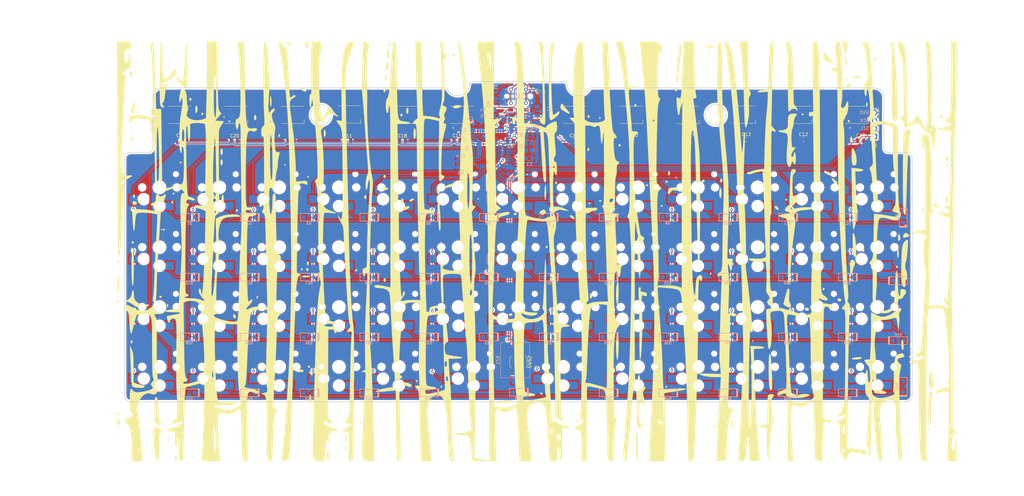
<source format=kicad_pcb>
(kicad_pcb (version 20171130) (host pcbnew "(5.1.6)-1")
  (layers (0 F.Cu signal) (31 B.Cu signal) (34 B.Paste user hide) (35 F.Paste user hide) (36 B.SilkS user) (37 F.SilkS user hide) (38 B.Mask user hide) (39 F.Mask user hide) (44 Edge.Cuts user))
  (net 0 "")
  (net 1 c12)
  (net 2 "Net-(D27-Pad2)")
  (net 3 "Net-(D40-Pad2)")
  (net 4 c10)
  (net 5 "Net-(D25-Pad2)")
  (net 6 "Net-(D24-Pad2)")
  (net 7 c9)
  (net 8 c8)
  (net 9 "Net-(D23-Pad2)")
  (net 10 "Net-(D22-Pad2)")
  (net 11 c7)
  (net 12 c6)
  (net 13 "Net-(D21-Pad2)")
  (net 14 "Net-(D20-Pad2)")
  (net 15 c5)
  (net 16 c4)
  (net 17 "Net-(D19-Pad2)")
  (net 18 "Net-(D18-Pad2)")
  (net 19 c3)
  (net 20 c2)
  (net 21 "Net-(D17-Pad2)")
  (net 22 "Net-(D16-Pad2)")
  (net 23 c1)
  (net 24 c0)
  (net 25 "Net-(D15-Pad2)")
  (net 26 "Net-(D48-Pad2)")
  (net 27 c11)
  (net 28 "Net-(D12-Pad2)")
  (net 29 "Net-(D11-Pad2)")
  (net 30 "Net-(D10-Pad2)")
  (net 31 "Net-(D9-Pad2)")
  (net 32 "Net-(D8-Pad2)")
  (net 33 "Net-(D7-Pad2)")
  (net 34 "Net-(D6-Pad2)")
  (net 35 "Net-(D5-Pad2)")
  (net 36 "Net-(D4-Pad2)")
  (net 37 "Net-(D3-Pad2)")
  (net 38 "Net-(D2-Pad2)")
  (net 39 "Net-(D39-Pad2)")
  (net 40 "Net-(D13-Pad2)")
  (net 41 "Net-(D1-Pad2)")
  (net 42 "Net-(D47-Pad2)")
  (net 43 "Net-(D52-Pad2)")
  (net 44 "Net-(D51-Pad2)")
  (net 45 "Net-(D50-Pad2)")
  (net 46 "Net-(D49-Pad2)")
  (net 47 "Net-(D46-Pad2)")
  (net 48 "Net-(D45-Pad2)")
  (net 49 "Net-(D44-Pad2)")
  (net 50 "Net-(D43-Pad2)")
  (net 51 "Net-(D42-Pad2)")
  (net 52 "Net-(D41-Pad2)")
  (net 53 "Net-(D26-Pad2)")
  (net 54 "Net-(D38-Pad2)")
  (net 55 "Net-(D37-Pad2)")
  (net 56 "Net-(D36-Pad2)")
  (net 57 "Net-(D35-Pad2)")
  (net 58 "Net-(D34-Pad2)")
  (net 59 "Net-(D33-Pad2)")
  (net 60 "Net-(D32-Pad2)")
  (net 61 "Net-(D31-Pad2)")
  (net 62 "Net-(D30-Pad2)")
  (net 63 "Net-(D29-Pad2)")
  (net 64 "Net-(D28-Pad2)")
  (net 65 GND)
  (net 66 D+)
  (net 67 D-)
  (net 68 VCC)
  (net 69 "Net-(R6-Pad1)")
  (net 70 +5V)
  (net 71 "Net-(R3-Pad1)")
  (net 72 "Net-(U1-Pad1)")
  (net 73 "Net-(C3-Pad2)")
  (net 74 "Net-(U1-Pad12)")
  (net 75 "Net-(C2-Pad2)")
  (net 76 "Net-(C1-Pad2)")
  (net 77 "Net-(U1-Pad42)")
  (net 78 r0)
  (net 79 r1)
  (net 80 r3)
  (net 81 r2)
  (net 82 /D2+)
  (net 83 /D2-)
  (net 84 "Net-(D60-Pad2)")
  (net 85 "Net-(D54-Pad2)")
  (net 86 "Net-(D53-Pad2)")
  (net 87 "Net-(D55-Pad2)")
  (net 88 "Net-(D56-Pad2)")
  (net 89 "Net-(D57-Pad2)")
  (net 90 "Net-(D58-Pad2)")
  (net 91 "Net-(D59-Pad2)")
  (net 92 "Net-(D62-Pad2)")
  (net 93 "Net-(D63-Pad2)")
  (net 94 "Net-(D64-Pad2)")
  (net 95 "Net-(D65-Pad2)")
  (net 96 RGB)
  (net 97 "Net-(D61-Pad2)")
  (net 98 "Net-(J1-PadA5)")
  (net 99 "Net-(J1-PadB5)")
  (net 100 "Net-(J1-PadA2)")
  (net 101 "Net-(J1-PadA3)")
  (net 102 "Net-(J1-PadA8)")
  (net 103 "Net-(J1-PadA10)")
  (net 104 "Net-(J1-PadA11)")
  (net 105 "Net-(J1-PadB2)")
  (net 106 "Net-(J1-PadB3)")
  (net 107 "Net-(J1-PadB8)")
  (net 108 "Net-(J1-PadB10)")
  (net 109 "Net-(J1-PadB11)")
  (net 110 Speaker)
  (net 111 "Net-(U1-Pad10)")
  (net 112 "Net-(U1-Pad8)")
  (net 113 SCL)
  (net 114 "Net-(F1-Pad1)")
  (net 115 SCK)
  (net 116 "Net-(J1-PadMH3)")
  (module Button_Switch_SMD:SW_SPST_SKQG_WithoutStem (layer F.Cu) (at 145.034 118.872 270)
    (fp_text reference SW52 (at 0 -3.6 270) (layer F.SilkS))
    (fp_text value SW_Push)
    (pad 2 smd rect (at 3.1 1.85 270) (size 1.8 1.1) (layers F.Cu F.Paste F.Mask) (net 71 "Net-(R3-Pad1)"))
    (pad 2 smd rect (at -3.1 1.85 270) (size 1.8 1.1) (layers F.Cu F.Paste F.Mask) (net 71 "Net-(R3-Pad1)"))
    (pad 1 smd rect (at 3.1 -1.85 270) (size 1.8 1.1) (layers F.Cu F.Paste F.Mask) (net 65 GND))
    (pad 1 smd rect (at -3.1 -1.85 270) (size 1.8 1.1) (layers F.Cu F.Paste F.Mask) (net 65 GND))
  )
  (module "bamboo BLE - V3:632722110112" (layer B.Cu) (at 145.034 34.2265)
    (fp_text reference J1 (at -0.275 0) (layer B.SilkS) (effects (font (size 1.27 1.27) (thickness 0.254)) (justify mirror)))
    (fp_text value 632722110112 hide)
    (pad MH6 thru_hole circle (at 2.4 -2.15) (size 1.2 1.2) (drill 0.7) (layers *.Cu *.Mask) (net 116 "Net-(J1-PadMH3)"))
    (pad MH5 thru_hole circle (at -2.4 -2.15) (size 1.2 1.2) (drill 0.7) (layers *.Cu *.Mask) (net 116 "Net-(J1-PadMH3)"))
    (pad MH4 thru_hole circle (at 2.4 2.15) (size 1.2 1.2) (drill 0.7) (layers *.Cu *.Mask) (net 116 "Net-(J1-PadMH3)"))
    (pad MH3 thru_hole circle (at -2.4 2.15) (size 1.2 1.2) (drill 0.7) (layers *.Cu *.Mask) (net 116 "Net-(J1-PadMH3)"))
    (pad MH2 np_thru_hole circle (at 3.75 0) (size 1 0) (drill 1) (layers *.Cu *.Mask))
    (pad MH1 np_thru_hole circle (at -3.75 0) (size 0.66 0) (drill 0.66) (layers *.Cu *.Mask))
    (pad B12 smd rect (at -2.75 -0.83) (size 0.3 0.85) (layers B.Cu B.Paste B.Mask) (net 65 GND))
    (pad B11 smd rect (at -2.25 -0.83) (size 0.3 0.85) (layers B.Cu B.Paste B.Mask) (net 109 "Net-(J1-PadB11)"))
    (pad B10 smd rect (at -1.75 -0.83) (size 0.3 0.85) (layers B.Cu B.Paste B.Mask) (net 108 "Net-(J1-PadB10)"))
    (pad B9 smd rect (at -1.25 -0.83) (size 0.3 0.85) (layers B.Cu B.Paste B.Mask) (net 68 VCC))
    (pad B8 smd rect (at -0.75 -0.83) (size 0.3 0.85) (layers B.Cu B.Paste B.Mask) (net 107 "Net-(J1-PadB8)"))
    (pad B7 smd rect (at -0.25 -0.83) (size 0.3 0.85) (layers B.Cu B.Paste B.Mask) (net 67 D-))
    (pad B6 smd rect (at 0.25 -0.83) (size 0.3 0.85) (layers B.Cu B.Paste B.Mask) (net 66 D+))
    (pad B5 smd rect (at 0.75 -0.83) (size 0.3 0.85) (layers B.Cu B.Paste B.Mask) (net 99 "Net-(J1-PadB5)"))
    (pad B4 smd rect (at 1.25 -0.83) (size 0.3 0.85) (layers B.Cu B.Paste B.Mask) (net 68 VCC))
    (pad B3 smd rect (at 1.75 -0.83) (size 0.3 0.85) (layers B.Cu B.Paste B.Mask) (net 106 "Net-(J1-PadB3)"))
    (pad B2 smd rect (at 2.25 -0.83) (size 0.3 0.85) (layers B.Cu B.Paste B.Mask) (net 105 "Net-(J1-PadB2)"))
    (pad B1 smd rect (at 2.75 -0.83) (size 0.3 0.85) (layers B.Cu B.Paste B.Mask) (net 65 GND))
    (pad A12 smd rect (at 2.75 0.83) (size 0.3 0.85) (layers B.Cu B.Paste B.Mask) (net 65 GND))
    (pad A11 smd rect (at 2.25 0.83) (size 0.3 0.85) (layers B.Cu B.Paste B.Mask) (net 104 "Net-(J1-PadA11)"))
    (pad A10 smd rect (at 1.75 0.83) (size 0.3 0.85) (layers B.Cu B.Paste B.Mask) (net 103 "Net-(J1-PadA10)"))
    (pad A9 smd rect (at 1.25 0.83) (size 0.3 0.85) (layers B.Cu B.Paste B.Mask) (net 68 VCC))
    (pad A8 smd rect (at 0.75 0.83) (size 0.3 0.85) (layers B.Cu B.Paste B.Mask) (net 102 "Net-(J1-PadA8)"))
    (pad A7 smd rect (at 0.25 0.83) (size 0.3 0.85) (layers B.Cu B.Paste B.Mask) (net 67 D-))
    (pad A6 smd rect (at -0.25 0.83) (size 0.3 0.85) (layers B.Cu B.Paste B.Mask) (net 66 D+))
    (pad A5 smd rect (at -0.75 0.83) (size 0.3 0.85) (layers B.Cu B.Paste B.Mask) (net 98 "Net-(J1-PadA5)"))
    (pad A4 smd rect (at -1.25 0.83) (size 0.3 0.85) (layers B.Cu B.Paste B.Mask) (net 68 VCC))
    (pad A3 smd rect (at -1.75 0.83) (size 0.3 0.85) (layers B.Cu B.Paste B.Mask) (net 101 "Net-(J1-PadA3)"))
    (pad A2 smd rect (at -2.25 0.83) (size 0.3 0.85) (layers B.Cu B.Paste B.Mask) (net 100 "Net-(J1-PadA2)"))
    (pad A1 smd rect (at -2.75 0.83) (size 0.3 0.85) (layers B.Cu B.Paste B.Mask) (net 65 GND))
  )
  (module Resistor_SMD:R_0805_2012Metric (layer F.Cu) (at 152.8445 32.7175 90)
    (fp_text reference R7 (at 0 -1.65 90) (layer F.SilkS))
    (fp_text value 1m)
    (pad 2 smd roundrect (at 0.9375 0 90) (size 0.975 1.4) (layers F.Cu F.Paste F.Mask) (net 116 "Net-(J1-PadMH3)"))
    (pad 1 smd roundrect (at -0.9375 0 90) (size 0.975 1.4) (layers F.Cu F.Paste F.Mask) (net 65 GND))
  )
  (module Package_TO_SOT_SMD:SOT-143 (layer B.Cu) (at 145.7935 39.581 90)
    (fp_text reference D14 (at 0.02304 2.54004 90) (layer B.SilkS) (effects (justify mirror)))
    (fp_text value PRTR5V0U2X)
    (pad 4 smd rect (at 1.1 0.95 180) (size 1 1.4) (layers B.Cu B.Paste B.Mask) (net 68 VCC))
    (pad 3 smd rect (at 1.1 -0.95 180) (size 1 1.4) (layers B.Cu B.Paste B.Mask) (net 66 D+))
    (pad 2 smd rect (at -1.1 -0.95 180) (size 1 1.4) (layers B.Cu B.Paste B.Mask) (net 67 D-))
    (pad 1 smd rect (at -1.1 0.77 180) (size 1.2 1.4) (layers B.Cu B.Paste B.Mask) (net 65 GND))
  )
  (module Resistor_SMD:R_0805_2012Metric (layer B.Cu) (at 137.8712 33.97528 270)
    (fp_text reference R1 (at -2.63168 0 270) (layer B.SilkS) (effects (justify mirror)))
    (fp_text value 5.11k)
    (pad 2 smd roundrect (at 0.9375 0 270) (size 0.975 1.4) (layers B.Cu B.Paste B.Mask) (net 65 GND))
    (pad 1 smd roundrect (at -0.9375 0 270) (size 0.975 1.4) (layers B.Cu B.Paste B.Mask) (net 99 "Net-(J1-PadB5)"))
  )
  (module MyFiles:bamboo (layer F.Cu) (at 150.9395 83.566)
    (fp_text reference Null1 hide)
    (fp_text value Blank hide)
  )
  (module Crystal:Crystal_SMD_3225-4Pin_3.2x2.5mm (layer B.Cu) (at 148.3605 50.2842 270)
    (fp_text reference Y1 (at 0 2.45 270) (layer B.SilkS) (effects (justify mirror)))
    (fp_text value 16Mhz)
    (pad 4 smd rect (at -1.1 0.85 270) (size 1.4 1.2) (layers B.Cu B.Paste B.Mask) (net 65 GND))
    (pad 3 smd rect (at 1.1 0.85 270) (size 1.4 1.2) (layers B.Cu B.Paste B.Mask) (net 76 "Net-(C1-Pad2)"))
    (pad 2 smd rect (at 1.1 -0.85 270) (size 1.4 1.2) (layers B.Cu B.Paste B.Mask) (net 65 GND))
    (pad 1 smd rect (at -1.1 -0.85 270) (size 1.4 1.2) (layers B.Cu B.Paste B.Mask) (net 75 "Net-(C2-Pad2)"))
  )
  (module Connector_PinSocket_2.54mm:PinSocket_1x04_P2.54mm_Vertical (layer F.Cu) (at 258.4704 47.0408 180)
    (fp_text reference P1 (at 0 -2.77 180) (layer F.SilkS))
    (fp_text value CONN_01X04)
    (pad 4 thru_hole oval (at 0 7.62 180) (size 1.7 1.7) (drill 1) (layers *.Cu *.Mask) (net 65 GND))
    (pad 3 thru_hole oval (at 0 5.08 180) (size 1.7 1.7) (drill 1) (layers *.Cu *.Mask) (net 115 SCK))
    (pad 2 thru_hole oval (at 0 2.54 180) (size 1.7 1.7) (drill 1) (layers *.Cu *.Mask) (net 113 SCL))
    (pad 1 thru_hole rect (at 0 0 180) (size 1.7 1.7) (drill 1) (layers *.Cu *.Mask) (net 70 +5V))
  )
  (module Jumper:SolderJumper-2_P1.3mm_Bridged2Bar_RoundedPad1.0x1.5mm (layer B.Cu) (at 150.5435 42.6085 180)
    (fp_text reference JP1 (at 0.6835 -1.8415 180) (layer B.SilkS) (effects (justify mirror)))
    (fp_text value Jumper_NC_Small)
    (pad 2 smd custom (at 0.65 0 180) (size 1 0.5) (layers B.Cu B.Mask) (net 70 +5V) (options (clearance outline) (anchor rect)) (primitives (gr_circle (center 0 -0.25) (end 0.5 -0.25) (width 0)) (gr_circle (center 0 0.25) (end 0.5 0.25) (width 0)) (gr_poly (pts (xy -0.5 -0.75) (xy -0.5 0.75) (xy 0 0.75) (xy 0 -0.75)) (width 0))))
    (pad 1 smd custom (at -0.65 0 180) (size 1 0.5) (layers B.Cu B.Mask) (net 114 "Net-(F1-Pad1)") (options (clearance outline) (anchor rect)) (primitives (gr_circle (center 0 -0.25) (end 0.5 -0.25) (width 0)) (gr_circle (center 0 0.25) (end 0.5 0.25) (width 0)) (gr_poly (pts (xy 0.5 -0.75) (xy 0.5 0.75) (xy 0 0.75) (xy 0 -0.75)) (width 0)) (gr_poly (pts (xy 0.4 -0.2) (xy 0.9 -0.2) (xy 0.9 -0.6) (xy 0.4 -0.6)) (width 0)) (gr_poly (pts (xy 0.4 0.6) (xy 0.9 0.6) (xy 0.9 0.2) (xy 0.4 0.2)) (width 0))))
  )
  (module Resistor_SMD:R_0805_2012Metric (layer B.Cu) (at 135.67918 33.96004 270)
    (fp_text reference R2 (at 2.66724 0.05842 90) (layer B.SilkS) (effects (justify mirror)))
    (fp_text value 5.11k)
    (pad 2 smd roundrect (at 0.9375 0 270) (size 0.975 1.4) (layers B.Cu B.Paste B.Mask) (net 98 "Net-(J1-PadA5)"))
    (pad 1 smd roundrect (at -0.9375 0 270) (size 0.975 1.4) (layers B.Cu B.Paste B.Mask) (net 65 GND))
  )
  (module Keebio-Parts:AST1109MLTRQ (layer B.Cu) (at 144.018 118.237 270)
    (fp_text reference BZ1 (at 0 5.5 270) (layer B.SilkS) (effects (justify mirror)))
    (fp_text value Buzzer)
    (pad 1 smd rect (at -6.5 0 270) (size 2.3 2.3) (layers B.Cu B.Paste B.Mask) (net 110 Speaker))
    (pad 2 smd rect (at 6.5 0 270) (size 2.3 2.3) (layers B.Cu B.Paste B.Mask) (net 65 GND))
  )
  (module MyFiles:LED_WS2812B_PLCC4_5.0x5.0mm_P3.2mm (layer F.Cu) (at 127.064 40.132)
    (fp_text reference D58 hide)
    (fp_text value WS2812B)
    (pad 1 smd rect (at -2.45 -1.6) (size 1.5 1) (layers F.Cu F.Paste F.Mask) (net 70 +5V))
    (pad 2 smd rect (at -2.45 1.6) (size 1.5 1) (layers F.Cu F.Paste F.Mask) (net 90 "Net-(D58-Pad2)"))
    (pad 4 smd rect (at 2.45 -1.6) (size 1.5 1) (layers F.Cu F.Paste F.Mask) (net 89 "Net-(D57-Pad2)"))
    (pad 3 smd rect (at 2.45 1.6) (size 1.5 1) (layers F.Cu F.Paste F.Mask) (net 65 GND))
  )
  (module MyFiles:LED_WS2812B_PLCC4_5.0x5.0mm_P3.2mm (layer F.Cu) (at 37.211 40.132)
    (fp_text reference D53 hide)
    (fp_text value WS2812B)
    (pad 1 smd rect (at -2.45 -1.6) (size 1.5 1) (layers F.Cu F.Paste F.Mask) (net 70 +5V))
    (pad 2 smd rect (at -2.45 1.6) (size 1.5 1) (layers F.Cu F.Paste F.Mask) (net 86 "Net-(D53-Pad2)"))
    (pad 4 smd rect (at 2.45 -1.6) (size 1.5 1) (layers F.Cu F.Paste F.Mask) (net 96 RGB))
    (pad 3 smd rect (at 2.45 1.6) (size 1.5 1) (layers F.Cu F.Paste F.Mask) (net 65 GND))
  )
  (module MyFiles:LED_WS2812B_PLCC4_5.0x5.0mm_P3.2mm (layer F.Cu) (at 55.1815 40.132)
    (fp_text reference D54 hide)
    (fp_text value WS2812B)
    (pad 1 smd rect (at -2.45 -1.6) (size 1.5 1) (layers F.Cu F.Paste F.Mask) (net 70 +5V))
    (pad 2 smd rect (at -2.45 1.6) (size 1.5 1) (layers F.Cu F.Paste F.Mask) (net 85 "Net-(D54-Pad2)"))
    (pad 4 smd rect (at 2.45 -1.6) (size 1.5 1) (layers F.Cu F.Paste F.Mask) (net 86 "Net-(D53-Pad2)"))
    (pad 3 smd rect (at 2.45 1.6) (size 1.5 1) (layers F.Cu F.Paste F.Mask) (net 65 GND))
  )
  (module MyFiles:LED_WS2812B_PLCC4_5.0x5.0mm_P3.2mm (layer F.Cu) (at 73.152 40.132)
    (fp_text reference D55 hide)
    (fp_text value WS2812B)
    (pad 1 smd rect (at -2.45 -1.6) (size 1.5 1) (layers F.Cu F.Paste F.Mask) (net 70 +5V))
    (pad 2 smd rect (at -2.45 1.6) (size 1.5 1) (layers F.Cu F.Paste F.Mask) (net 87 "Net-(D55-Pad2)"))
    (pad 4 smd rect (at 2.45 -1.6) (size 1.5 1) (layers F.Cu F.Paste F.Mask) (net 85 "Net-(D54-Pad2)"))
    (pad 3 smd rect (at 2.45 1.6) (size 1.5 1) (layers F.Cu F.Paste F.Mask) (net 65 GND))
  )
  (module MyFiles:LED_WS2812B_PLCC4_5.0x5.0mm_P3.2mm (layer F.Cu) (at 91.186 40.005)
    (fp_text reference D56 hide)
    (fp_text value WS2812B)
    (pad 1 smd rect (at -2.45 -1.6) (size 1.5 1) (layers F.Cu F.Paste F.Mask) (net 70 +5V))
    (pad 2 smd rect (at -2.45 1.6) (size 1.5 1) (layers F.Cu F.Paste F.Mask) (net 88 "Net-(D56-Pad2)"))
    (pad 4 smd rect (at 2.45 -1.6) (size 1.5 1) (layers F.Cu F.Paste F.Mask) (net 87 "Net-(D55-Pad2)"))
    (pad 3 smd rect (at 2.45 1.6) (size 1.5 1) (layers F.Cu F.Paste F.Mask) (net 65 GND))
  )
  (module MyFiles:LED_WS2812B_PLCC4_5.0x5.0mm_P3.2mm (layer F.Cu) (at 109.093 40.132)
    (fp_text reference D57 hide)
    (fp_text value WS2812B)
    (pad 1 smd rect (at -2.45 -1.6) (size 1.5 1) (layers F.Cu F.Paste F.Mask) (net 70 +5V))
    (pad 2 smd rect (at -2.45 1.6) (size 1.5 1) (layers F.Cu F.Paste F.Mask) (net 89 "Net-(D57-Pad2)"))
    (pad 4 smd rect (at 2.45 -1.6) (size 1.5 1) (layers F.Cu F.Paste F.Mask) (net 88 "Net-(D56-Pad2)"))
    (pad 3 smd rect (at 2.45 1.6) (size 1.5 1) (layers F.Cu F.Paste F.Mask) (net 65 GND))
  )
  (module MyFiles:LED_WS2812B_PLCC4_5.0x5.0mm_P3.2mm (layer F.Cu) (at 163.004 40.132)
    (fp_text reference D60 hide)
    (fp_text value WS2812B)
    (pad 1 smd rect (at -2.45 -1.6) (size 1.5 1) (layers F.Cu F.Paste F.Mask) (net 70 +5V))
    (pad 2 smd rect (at -2.45 1.6) (size 1.5 1) (layers F.Cu F.Paste F.Mask) (net 84 "Net-(D60-Pad2)"))
    (pad 4 smd rect (at 2.45 -1.6) (size 1.5 1) (layers F.Cu F.Paste F.Mask) (net 91 "Net-(D59-Pad2)"))
    (pad 3 smd rect (at 2.45 1.6) (size 1.5 1) (layers F.Cu F.Paste F.Mask) (net 65 GND))
  )
  (module MyFiles:LED_WS2812B_PLCC4_5.0x5.0mm_P3.2mm (layer F.Cu) (at 180.975 40.132)
    (fp_text reference D61 hide)
    (fp_text value WS2812B)
    (pad 1 smd rect (at -2.45 -1.6) (size 1.5 1) (layers F.Cu F.Paste F.Mask) (net 70 +5V))
    (pad 2 smd rect (at -2.45 1.6) (size 1.5 1) (layers F.Cu F.Paste F.Mask) (net 97 "Net-(D61-Pad2)"))
    (pad 4 smd rect (at 2.45 -1.6) (size 1.5 1) (layers F.Cu F.Paste F.Mask) (net 84 "Net-(D60-Pad2)"))
    (pad 3 smd rect (at 2.45 1.6) (size 1.5 1) (layers F.Cu F.Paste F.Mask) (net 65 GND))
  )
  (module MyFiles:LED_WS2812B_PLCC4_5.0x5.0mm_P3.2mm (layer F.Cu) (at 216.916 40.0685)
    (fp_text reference D63 hide)
    (fp_text value WS2812B)
    (pad 1 smd rect (at -2.45 -1.6) (size 1.5 1) (layers F.Cu F.Paste F.Mask) (net 70 +5V))
    (pad 2 smd rect (at -2.45 1.6) (size 1.5 1) (layers F.Cu F.Paste F.Mask) (net 93 "Net-(D63-Pad2)"))
    (pad 4 smd rect (at 2.45 -1.6) (size 1.5 1) (layers F.Cu F.Paste F.Mask) (net 92 "Net-(D62-Pad2)"))
    (pad 3 smd rect (at 2.45 1.6) (size 1.5 1) (layers F.Cu F.Paste F.Mask) (net 65 GND))
  )
  (module MyFiles:LED_WS2812B_PLCC4_5.0x5.0mm_P3.2mm (layer F.Cu) (at 198.946 40.1955)
    (fp_text reference D62 hide)
    (fp_text value WS2812B)
    (pad 1 smd rect (at -2.45 -1.6) (size 1.5 1) (layers F.Cu F.Paste F.Mask) (net 70 +5V))
    (pad 2 smd rect (at -2.45 1.6) (size 1.5 1) (layers F.Cu F.Paste F.Mask) (net 92 "Net-(D62-Pad2)"))
    (pad 4 smd rect (at 2.45 -1.6) (size 1.5 1) (layers F.Cu F.Paste F.Mask) (net 97 "Net-(D61-Pad2)"))
    (pad 3 smd rect (at 2.45 1.6) (size 1.5 1) (layers F.Cu F.Paste F.Mask) (net 65 GND))
  )
  (module MyFiles:LED_WS2812B_PLCC4_5.0x5.0mm_P3.2mm (layer F.Cu) (at 234.823 40.132)
    (fp_text reference D64 hide)
    (fp_text value WS2812B)
    (pad 1 smd rect (at -2.45 -1.6) (size 1.5 1) (layers F.Cu F.Paste F.Mask) (net 70 +5V))
    (pad 2 smd rect (at -2.45 1.6) (size 1.5 1) (layers F.Cu F.Paste F.Mask) (net 94 "Net-(D64-Pad2)"))
    (pad 4 smd rect (at 2.45 -1.6) (size 1.5 1) (layers F.Cu F.Paste F.Mask) (net 93 "Net-(D63-Pad2)"))
    (pad 3 smd rect (at 2.45 1.6) (size 1.5 1) (layers F.Cu F.Paste F.Mask) (net 65 GND))
  )
  (module MyFiles:LED_WS2812B_PLCC4_5.0x5.0mm_P3.2mm (layer F.Cu) (at 252.857 40.132)
    (fp_text reference D65 hide)
    (fp_text value WS2812B)
    (pad 1 smd rect (at -2.45 -1.6) (size 1.5 1) (layers F.Cu F.Paste F.Mask) (net 70 +5V))
    (pad 2 smd rect (at -2.45 1.6) (size 1.5 1) (layers F.Cu F.Paste F.Mask) (net 95 "Net-(D65-Pad2)"))
    (pad 4 smd rect (at 2.45 -1.6) (size 1.5 1) (layers F.Cu F.Paste F.Mask) (net 94 "Net-(D64-Pad2)"))
    (pad 3 smd rect (at 2.45 1.6) (size 1.5 1) (layers F.Cu F.Paste F.Mask) (net 65 GND))
  )
  (module MyFiles:LED_WS2812B_PLCC4_5.0x5.0mm_P3.2mm (layer F.Cu) (at 145.034 40.132)
    (fp_text reference D59 hide)
    (fp_text value WS2812B)
    (pad 1 smd rect (at -2.45 -1.6) (size 1.5 1) (layers F.Cu F.Paste F.Mask) (net 70 +5V))
    (pad 2 smd rect (at -2.45 1.6) (size 1.5 1) (layers F.Cu F.Paste F.Mask) (net 91 "Net-(D59-Pad2)"))
    (pad 4 smd rect (at 2.45 -1.6) (size 1.5 1) (layers F.Cu F.Paste F.Mask) (net 90 "Net-(D58-Pad2)"))
    (pad 3 smd rect (at 2.45 1.6) (size 1.5 1) (layers F.Cu F.Paste F.Mask) (net 65 GND))
  )
  (module Keebio-Parts:D_SOD123 (layer B.Cu) (at 59.309 91.821 180)
    (fp_text reference D16 (at 0 -1.925 180) (layer B.SilkS) (effects (font (size 0.8 0.8)) (justify mirror)))
    (fp_text value D_Small hide)
    (pad 1 smd rect (at -1.7 0 180) (size 1.2 1.4) (layers B.Cu B.Paste B.Mask) (net 79 r1))
    (pad 2 smd rect (at 1.7 0 180) (size 1.2 1.4) (layers B.Cu B.Paste B.Mask) (net 22 "Net-(D16-Pad2)"))
  )
  (module Capacitor_SMD:C_0805_2012Metric (layer F.Cu) (at 199.889533 48.067996)
    (fp_text reference C19 (at 0 -1.65) (layer F.SilkS))
    (fp_text value 0.1uF)
    (pad 2 smd roundrect (at 0.9375 0) (size 0.975 1.4) (layers F.Cu F.Paste F.Mask) (net 65 GND))
    (pad 1 smd roundrect (at -0.9375 0) (size 0.975 1.4) (layers F.Cu F.Paste F.Mask) (net 70 +5V))
  )
  (module Capacitor_SMD:C_0805_2012Metric (layer F.Cu) (at 108.1255 48.4632)
    (fp_text reference C18 (at 0 -1.65) (layer F.SilkS))
    (fp_text value 0.1uF)
    (pad 2 smd roundrect (at 0.9375 0) (size 0.975 1.4) (layers F.Cu F.Paste F.Mask) (net 65 GND))
    (pad 1 smd roundrect (at -0.9375 0) (size 0.975 1.4) (layers F.Cu F.Paste F.Mask) (net 70 +5V))
  )
  (module Capacitor_SMD:C_0805_2012Metric (layer F.Cu) (at 254.054533 48.385496)
    (fp_text reference C17 (at 0 -1.65) (layer F.SilkS))
    (fp_text value 0.1uF)
    (pad 2 smd roundrect (at 0.9375 0) (size 0.975 1.4) (layers F.Cu F.Paste F.Mask) (net 65 GND))
    (pad 1 smd roundrect (at -0.9375 0) (size 0.975 1.4) (layers F.Cu F.Paste F.Mask) (net 70 +5V))
  )
  (module Capacitor_SMD:C_0805_2012Metric (layer F.Cu) (at 162.7632 48.4378)
    (fp_text reference C16 (at 0 -1.65) (layer F.SilkS))
    (fp_text value 0.1uF)
    (pad 2 smd roundrect (at 0.9375 0) (size 0.975 1.4) (layers F.Cu F.Paste F.Mask) (net 65 GND))
    (pad 1 smd roundrect (at -0.9375 0) (size 0.975 1.4) (layers F.Cu F.Paste F.Mask) (net 70 +5V))
  )
  (module Capacitor_SMD:C_0805_2012Metric (layer F.Cu) (at 125.5014 48.387)
    (fp_text reference C15 (at 0 -1.65) (layer F.SilkS))
    (fp_text value 0.1uF)
    (pad 2 smd roundrect (at 0.9375 0) (size 0.975 1.4) (layers F.Cu F.Paste F.Mask) (net 65 GND))
    (pad 1 smd roundrect (at -0.9375 0) (size 0.975 1.4) (layers F.Cu F.Paste F.Mask) (net 70 +5V))
  )
  (module Capacitor_SMD:C_0805_2012Metric (layer B.Cu) (at 126.619 54.864 180)
    (fp_text reference C14 (at 0 1.65 180) (layer B.SilkS) (effects (justify mirror)))
    (fp_text value 0.1uF)
    (pad 2 smd roundrect (at 0.9375 0 180) (size 0.975 1.4) (layers B.Cu B.Paste B.Mask) (net 65 GND))
    (pad 1 smd roundrect (at -0.9375 0 180) (size 0.975 1.4) (layers B.Cu B.Paste B.Mask) (net 70 +5V))
  )
  (module Capacitor_SMD:C_0805_2012Metric (layer F.Cu) (at 217.6041 47.9806)
    (fp_text reference C13 (at 0 -1.65) (layer F.SilkS))
    (fp_text value 0.1uF)
    (pad 2 smd roundrect (at 0.9375 0) (size 0.975 1.4) (layers F.Cu F.Paste F.Mask) (net 65 GND))
    (pad 1 smd roundrect (at -0.9375 0) (size 0.975 1.4) (layers F.Cu F.Paste F.Mask) (net 70 +5V))
  )
  (module Capacitor_SMD:C_0805_2012Metric (layer F.Cu) (at 235.830533 48.004496)
    (fp_text reference C12 (at 0 -1.65) (layer F.SilkS))
    (fp_text value 0.1uF)
    (pad 2 smd roundrect (at 0.9375 0) (size 0.975 1.4) (layers F.Cu F.Paste F.Mask) (net 65 GND))
    (pad 1 smd roundrect (at -0.9375 0) (size 0.975 1.4) (layers F.Cu F.Paste F.Mask) (net 70 +5V))
  )
  (module Capacitor_SMD:C_0805_2012Metric (layer F.Cu) (at 90.678 48.4632)
    (fp_text reference C11 (at 0 -1.65) (layer F.SilkS))
    (fp_text value 0.1uF)
    (pad 2 smd roundrect (at 0.9375 0) (size 0.975 1.4) (layers F.Cu F.Paste F.Mask) (net 65 GND))
    (pad 1 smd roundrect (at -0.9375 0) (size 0.975 1.4) (layers F.Cu F.Paste F.Mask) (net 70 +5V))
  )
  (module Capacitor_SMD:C_0805_2012Metric (layer F.Cu) (at 54.6735 48.4632)
    (fp_text reference C20 (at 0 -1.65) (layer F.SilkS))
    (fp_text value 0.1uF)
    (pad 2 smd roundrect (at 0.9375 0) (size 0.975 1.4) (layers F.Cu F.Paste F.Mask) (net 65 GND))
    (pad 1 smd roundrect (at -0.9375 0) (size 0.975 1.4) (layers F.Cu F.Paste F.Mask) (net 70 +5V))
  )
  (module Capacitor_SMD:C_0805_2012Metric (layer B.Cu) (at 142.7988 58.8264)
    (fp_text reference C9 (at 0 1.65) (layer B.SilkS) (effects (justify mirror)))
    (fp_text value 0.1uF)
    (pad 2 smd roundrect (at 0.9375 0) (size 0.975 1.4) (layers B.Cu B.Paste B.Mask) (net 65 GND))
    (pad 1 smd roundrect (at -0.9375 0) (size 0.975 1.4) (layers B.Cu B.Paste B.Mask) (net 70 +5V))
  )
  (module Capacitor_SMD:C_0805_2012Metric (layer F.Cu) (at 37.0609 48.3108)
    (fp_text reference C8 (at 0 -1.65) (layer F.SilkS))
    (fp_text value 0.1uF)
    (pad 2 smd roundrect (at 0.9375 0) (size 0.975 1.4) (layers F.Cu F.Paste F.Mask) (net 65 GND))
    (pad 1 smd roundrect (at -0.9375 0) (size 0.975 1.4) (layers F.Cu F.Paste F.Mask) (net 70 +5V))
  )
  (module Capacitor_SMD:C_0805_2012Metric (layer F.Cu) (at 181.6839 48.3108)
    (fp_text reference C10 (at 0 -1.65) (layer F.SilkS))
    (fp_text value 0.1uF)
    (pad 2 smd roundrect (at 0.9375 0) (size 0.975 1.4) (layers F.Cu F.Paste F.Mask) (net 65 GND))
    (pad 1 smd roundrect (at -0.9375 0) (size 0.975 1.4) (layers F.Cu F.Paste F.Mask) (net 70 +5V))
  )
  (module keyswitches:Kailh_socket_PG1350 (layer F.Cu) (at 106.934 63.246)
    (fp_text reference SW5)
    (fp_text value SW_Push)
    (pad "" np_thru_hole circle (at 5.22 -4.2) (size 0.9906 0.9906) (drill 0.9906) (layers *.Cu *.Mask))
    (pad 2 smd rect (at -8.275 3.75) (size 2.6 2.6) (layers B.Cu B.Paste B.Mask) (net 16 c4))
    (pad "" np_thru_hole circle (at 0 5.95) (size 3 3) (drill 3) (layers *.Cu *.Mask))
    (pad "" np_thru_hole circle (at 0 0) (size 3.429 3.429) (drill 3.429) (layers *.Cu *.Mask))
    (pad "" np_thru_hole circle (at -5 3.75) (size 3 3) (drill 3) (layers *.Cu *.Mask))
    (pad 1 smd rect (at 3.275 5.95) (size 2.6 2.6) (layers B.Cu B.Paste B.Mask) (net 35 "Net-(D5-Pad2)"))
    (pad "" np_thru_hole circle (at 5.5 0) (size 1.7018 1.7018) (drill 1.7018) (layers *.Cu *.Mask))
    (pad "" np_thru_hole circle (at -5.5 0) (size 1.7018 1.7018) (drill 1.7018) (layers *.Cu *.Mask))
  )
  (module keyswitches:Kailh_socket_PG1350_1.5 (layer F.Cu) (at 130.774 120.396)
    (fp_text reference SW45)
    (fp_text value SW_Push)
    (pad "" np_thru_hole circle (at -5.5 0) (size 1.7018 1.7018) (drill 1.7018) (layers *.Cu *.Mask))
    (pad "" np_thru_hole circle (at 5.5 0) (size 1.7018 1.7018) (drill 1.7018) (layers *.Cu *.Mask))
    (pad 1 smd rect (at 3.275 5.95) (size 2.6 2.6) (layers B.Cu B.Paste B.Mask) (net 47 "Net-(D46-Pad2)"))
    (pad "" np_thru_hole circle (at -5 3.75) (size 3 3) (drill 3) (layers *.Cu *.Mask))
    (pad "" np_thru_hole circle (at 0 0) (size 3.429 3.429) (drill 3.429) (layers *.Cu *.Mask))
    (pad "" np_thru_hole circle (at 0 5.95) (size 3 3) (drill 3) (layers *.Cu *.Mask))
    (pad 2 smd rect (at -8.275 3.75) (size 2.6 2.6) (layers B.Cu B.Paste B.Mask) (net 15 c5))
    (pad "" np_thru_hole circle (at 5.22 -4.2) (size 0.9906 0.9906) (drill 0.9906) (layers *.Cu *.Mask))
  )
  (module keyswitches:Kailh_socket_PG1350_1.5 (layer F.Cu) (at 159.322 120.396)
    (fp_text reference SW46)
    (fp_text value SW_Push)
    (pad "" np_thru_hole circle (at -5.5 0) (size 1.7018 1.7018) (drill 1.7018) (layers *.Cu *.Mask))
    (pad "" np_thru_hole circle (at 5.5 0) (size 1.7018 1.7018) (drill 1.7018) (layers *.Cu *.Mask))
    (pad 1 smd rect (at 3.275 5.95) (size 2.6 2.6) (layers B.Cu B.Paste B.Mask) (net 42 "Net-(D47-Pad2)"))
    (pad "" np_thru_hole circle (at -5 3.75) (size 3 3) (drill 3) (layers *.Cu *.Mask))
    (pad "" np_thru_hole circle (at 0 0) (size 3.429 3.429) (drill 3.429) (layers *.Cu *.Mask))
    (pad "" np_thru_hole circle (at 0 5.95) (size 3 3) (drill 3) (layers *.Cu *.Mask))
    (pad 2 smd rect (at -8.275 3.75) (size 2.6 2.6) (layers B.Cu B.Paste B.Mask) (net 11 c7))
    (pad "" np_thru_hole circle (at 5.22 -4.2) (size 0.9906 0.9906) (drill 0.9906) (layers *.Cu *.Mask))
  )
  (module Capacitor_SMD:C_0805_2012Metric (layer B.Cu) (at 148.463 53.975 180)
    (fp_text reference C1 (at 0 -1.8415 180) (layer B.SilkS) (effects (justify mirror)))
    (fp_text value 22pF)
    (pad 2 smd roundrect (at 0.9375 0 180) (size 0.975 1.4) (layers B.Cu B.Paste B.Mask) (net 76 "Net-(C1-Pad2)"))
    (pad 1 smd roundrect (at -0.9375 0 180) (size 0.975 1.4) (layers B.Cu B.Paste B.Mask) (net 65 GND))
  )
  (module Capacitor_SMD:C_0805_2012Metric (layer B.Cu) (at 148.7655 46.482)
    (fp_text reference C2 (at 0 -1.7145) (layer B.SilkS) (effects (justify mirror)))
    (fp_text value 22pF)
    (pad 2 smd roundrect (at 0.9375 0) (size 0.975 1.4) (layers B.Cu B.Paste B.Mask) (net 75 "Net-(C2-Pad2)"))
    (pad 1 smd roundrect (at -0.9375 0) (size 0.975 1.4) (layers B.Cu B.Paste B.Mask) (net 65 GND))
  )
  (module Capacitor_SMD:C_0805_2012Metric (layer B.Cu) (at 141.1455 41.9735 180)
    (fp_text reference C3 (at 0 1.65 180) (layer B.SilkS) (effects (justify mirror)))
    (fp_text value 1uF)
    (pad 2 smd roundrect (at 0.9375 0 180) (size 0.975 1.4) (layers B.Cu B.Paste B.Mask) (net 73 "Net-(C3-Pad2)"))
    (pad 1 smd roundrect (at -0.9375 0 180) (size 0.975 1.4) (layers B.Cu B.Paste B.Mask) (net 65 GND))
  )
  (module Capacitor_SMD:C_0805_2012Metric (layer B.Cu) (at 129.71502 43.02506 180)
    (fp_text reference C4 (at 0 1.65 180) (layer B.SilkS) (effects (justify mirror)))
    (fp_text value 0.1uF)
    (pad 2 smd roundrect (at 0.9375 0 180) (size 0.975 1.4) (layers B.Cu B.Paste B.Mask) (net 65 GND))
    (pad 1 smd roundrect (at -0.9375 0 180) (size 0.975 1.4) (layers B.Cu B.Paste B.Mask) (net 70 +5V))
  )
  (module Capacitor_SMD:C_0805_2012Metric (layer F.Cu) (at 72.644 48.4632)
    (fp_text reference C5 (at 0 -1.65) (layer F.SilkS))
    (fp_text value 0.1uF)
    (pad 2 smd roundrect (at 0.9375 0) (size 0.975 1.4) (layers F.Cu F.Paste F.Mask) (net 65 GND))
    (pad 1 smd roundrect (at -0.9375 0) (size 0.975 1.4) (layers F.Cu F.Paste F.Mask) (net 70 +5V))
  )
  (module Capacitor_SMD:C_0805_2012Metric (layer F.Cu) (at 142.5171 48.4124 180)
    (fp_text reference C6 (at 0 -1.65 180) (layer F.SilkS))
    (fp_text value 0.1uF)
    (pad 2 smd roundrect (at 0.9375 0 180) (size 0.975 1.4) (layers F.Cu F.Paste F.Mask) (net 65 GND))
    (pad 1 smd roundrect (at -0.9375 0 180) (size 0.975 1.4) (layers F.Cu F.Paste F.Mask) (net 70 +5V))
  )
  (module Capacitor_SMD:C_0805_2012Metric (layer B.Cu) (at 127.508 46.482 180)
    (fp_text reference C7 (at 0 1.65 180) (layer B.SilkS) (effects (justify mirror)))
    (fp_text value 10uF)
    (pad 2 smd roundrect (at 0.9375 0 180) (size 0.975 1.4) (layers B.Cu B.Paste B.Mask) (net 65 GND))
    (pad 1 smd roundrect (at -0.9375 0 180) (size 0.975 1.4) (layers B.Cu B.Paste B.Mask) (net 70 +5V))
  )
  (module Fuse:Fuse_1206_3216Metric (layer B.Cu) (at 151.0665 38.9285 90)
    (fp_text reference F1 (at 0.638 3.81 90) (layer B.SilkS) (effects (justify mirror)))
    (fp_text value 500mA)
    (pad 2 smd roundrect (at 1.4 0 90) (size 1.25 1.75) (layers B.Cu B.Paste B.Mask) (roundrect_rratio 0.2) (net 68 VCC))
    (pad 1 smd roundrect (at -1.4 0 90) (size 1.25 1.75) (layers B.Cu B.Paste B.Mask) (roundrect_rratio 0.2) (net 114 "Net-(F1-Pad1)"))
  )
  (module Keebio-Parts:D_SOD123 (layer B.Cu) (at 230.759 110.871 180)
    (fp_text reference D38 (at 0 -1.925 180) (layer B.SilkS) (effects (font (size 0.8 0.8)) (justify mirror)))
    (fp_text value D_Small hide)
    (pad 1 smd rect (at -1.7 0 180) (size 1.2 1.4) (layers B.Cu B.Paste B.Mask) (net 81 r2))
    (pad 2 smd rect (at 1.7 0 180) (size 1.2 1.4) (layers B.Cu B.Paste B.Mask) (net 54 "Net-(D38-Pad2)"))
  )
  (module Keebio-Parts:D_SOD123 (layer B.Cu) (at 192.659 110.871 180)
    (fp_text reference D36 (at 0 -1.925 180) (layer B.SilkS) (effects (font (size 0.8 0.8)) (justify mirror)))
    (fp_text value D_Small hide)
    (pad 1 smd rect (at -1.7 0 180) (size 1.2 1.4) (layers B.Cu B.Paste B.Mask) (net 81 r2))
    (pad 2 smd rect (at 1.7 0 180) (size 1.2 1.4) (layers B.Cu B.Paste B.Mask) (net 56 "Net-(D36-Pad2)"))
  )
  (module Keebio-Parts:D_SOD123 (layer B.Cu) (at 173.609 110.871 180)
    (fp_text reference D35 (at 0 -1.925 180) (layer B.SilkS) (effects (font (size 0.8 0.8)) (justify mirror)))
    (fp_text value D_Small hide)
    (pad 1 smd rect (at -1.7 0 180) (size 1.2 1.4) (layers B.Cu B.Paste B.Mask) (net 81 r2))
    (pad 2 smd rect (at 1.7 0 180) (size 1.2 1.4) (layers B.Cu B.Paste B.Mask) (net 57 "Net-(D35-Pad2)"))
  )
  (module Keebio-Parts:D_SOD123 (layer B.Cu) (at 154.559 110.871 180)
    (fp_text reference D34 (at 0 -1.925 180) (layer B.SilkS) (effects (font (size 0.8 0.8)) (justify mirror)))
    (fp_text value D_Small hide)
    (pad 1 smd rect (at -1.7 0 180) (size 1.2 1.4) (layers B.Cu B.Paste B.Mask) (net 81 r2))
    (pad 2 smd rect (at 1.7 0 180) (size 1.2 1.4) (layers B.Cu B.Paste B.Mask) (net 58 "Net-(D34-Pad2)"))
  )
  (module Keebio-Parts:D_SOD123 (layer B.Cu) (at 135.509 110.871 180)
    (fp_text reference D33 (at 0 -1.925 180) (layer B.SilkS) (effects (font (size 0.8 0.8)) (justify mirror)))
    (fp_text value D_Small hide)
    (pad 1 smd rect (at -1.7 0 180) (size 1.2 1.4) (layers B.Cu B.Paste B.Mask) (net 81 r2))
    (pad 2 smd rect (at 1.7 0 180) (size 1.2 1.4) (layers B.Cu B.Paste B.Mask) (net 59 "Net-(D33-Pad2)"))
  )
  (module Keebio-Parts:D_SOD123 (layer B.Cu) (at 116.459 110.871 180)
    (fp_text reference D32 (at 0 -1.925 180) (layer B.SilkS) (effects (font (size 0.8 0.8)) (justify mirror)))
    (fp_text value D_Small hide)
    (pad 1 smd rect (at -1.7 0 180) (size 1.2 1.4) (layers B.Cu B.Paste B.Mask) (net 81 r2))
    (pad 2 smd rect (at 1.7 0 180) (size 1.2 1.4) (layers B.Cu B.Paste B.Mask) (net 60 "Net-(D32-Pad2)"))
  )
  (module Keebio-Parts:D_SOD123 (layer B.Cu) (at 97.409 110.871 180)
    (fp_text reference D31 (at 0 -1.925 180) (layer B.SilkS) (effects (font (size 0.8 0.8)) (justify mirror)))
    (fp_text value D_Small hide)
    (pad 1 smd rect (at -1.7 0 180) (size 1.2 1.4) (layers B.Cu B.Paste B.Mask) (net 81 r2))
    (pad 2 smd rect (at 1.7 0 180) (size 1.2 1.4) (layers B.Cu B.Paste B.Mask) (net 61 "Net-(D31-Pad2)"))
  )
  (module Keebio-Parts:D_SOD123 (layer B.Cu) (at 78.359 110.871 180)
    (fp_text reference D30 (at 0 -1.925 180) (layer B.SilkS) (effects (font (size 0.8 0.8)) (justify mirror)))
    (fp_text value D_Small hide)
    (pad 1 smd rect (at -1.7 0 180) (size 1.2 1.4) (layers B.Cu B.Paste B.Mask) (net 81 r2))
    (pad 2 smd rect (at 1.7 0 180) (size 1.2 1.4) (layers B.Cu B.Paste B.Mask) (net 62 "Net-(D30-Pad2)"))
  )
  (module Keebio-Parts:D_SOD123 (layer B.Cu) (at 59.309 110.871 180)
    (fp_text reference D29 (at 0 -1.925 180) (layer B.SilkS) (effects (font (size 0.8 0.8)) (justify mirror)))
    (fp_text value D_Small hide)
    (pad 1 smd rect (at -1.7 0 180) (size 1.2 1.4) (layers B.Cu B.Paste B.Mask) (net 81 r2))
    (pad 2 smd rect (at 1.7 0 180) (size 1.2 1.4) (layers B.Cu B.Paste B.Mask) (net 63 "Net-(D29-Pad2)"))
  )
  (module Keebio-Parts:D_SOD123 (layer B.Cu) (at 40.259 110.871 180)
    (fp_text reference D28 (at 0 -1.925 180) (layer B.SilkS) (effects (font (size 0.8 0.8)) (justify mirror)))
    (fp_text value D_Small hide)
    (pad 1 smd rect (at -1.7 0 180) (size 1.2 1.4) (layers B.Cu B.Paste B.Mask) (net 81 r2))
    (pad 2 smd rect (at 1.7 0 180) (size 1.2 1.4) (layers B.Cu B.Paste B.Mask) (net 64 "Net-(D28-Pad2)"))
  )
  (module Keebio-Parts:D_SOD123 (layer B.Cu) (at 135.509 91.821 180)
    (fp_text reference D20 (at 0 -1.925 180) (layer B.SilkS) (effects (font (size 0.8 0.8)) (justify mirror)))
    (fp_text value D_Small hide)
    (pad 1 smd rect (at -1.7 0 180) (size 1.2 1.4) (layers B.Cu B.Paste B.Mask) (net 79 r1))
    (pad 2 smd rect (at 1.7 0 180) (size 1.2 1.4) (layers B.Cu B.Paste B.Mask) (net 14 "Net-(D20-Pad2)"))
  )
  (module Keebio-Parts:D_SOD123 (layer B.Cu) (at 211.709 110.871 180)
    (fp_text reference D37 (at 0 -1.925 180) (layer B.SilkS) (effects (font (size 0.8 0.8)) (justify mirror)))
    (fp_text value D_Small hide)
    (pad 1 smd rect (at -1.7 0 180) (size 1.2 1.4) (layers B.Cu B.Paste B.Mask) (net 81 r2))
    (pad 2 smd rect (at 1.7 0 180) (size 1.2 1.4) (layers B.Cu B.Paste B.Mask) (net 55 "Net-(D37-Pad2)"))
  )
  (module Keebio-Parts:D_SOD123 (layer B.Cu) (at 192.659 128.651 180)
    (fp_text reference D48 (at 0 -1.925 180) (layer B.SilkS) (effects (font (size 0.8 0.8)) (justify mirror)))
    (fp_text value D_Small hide)
    (pad 1 smd rect (at -1.7 0 180) (size 1.2 1.4) (layers B.Cu B.Paste B.Mask) (net 80 r3))
    (pad 2 smd rect (at 1.7 0 180) (size 1.2 1.4) (layers B.Cu B.Paste B.Mask) (net 26 "Net-(D48-Pad2)"))
  )
  (module Keebio-Parts:D_SOD123 (layer B.Cu) (at 211.709 128.651 180)
    (fp_text reference D49 (at 0 -1.925 180) (layer B.SilkS) (effects (font (size 0.8 0.8)) (justify mirror)))
    (fp_text value D_Small hide)
    (pad 1 smd rect (at -1.7 0 180) (size 1.2 1.4) (layers B.Cu B.Paste B.Mask) (net 80 r3))
    (pad 2 smd rect (at 1.7 0 180) (size 1.2 1.4) (layers B.Cu B.Paste B.Mask) (net 46 "Net-(D49-Pad2)"))
  )
  (module Keebio-Parts:D_SOD123 (layer B.Cu) (at 230.759 128.651 180)
    (fp_text reference D50 (at 0 -1.925 180) (layer B.SilkS) (effects (font (size 0.8 0.8)) (justify mirror)))
    (fp_text value D_Small hide)
    (pad 1 smd rect (at -1.7 0 180) (size 1.2 1.4) (layers B.Cu B.Paste B.Mask) (net 80 r3))
    (pad 2 smd rect (at 1.7 0 180) (size 1.2 1.4) (layers B.Cu B.Paste B.Mask) (net 45 "Net-(D50-Pad2)"))
  )
  (module Keebio-Parts:D_SOD123 (layer B.Cu) (at 249.809 128.651 180)
    (fp_text reference D51 (at 0 -1.925 180) (layer B.SilkS) (effects (font (size 0.8 0.8)) (justify mirror)))
    (fp_text value D_Small hide)
    (pad 1 smd rect (at -1.7 0 180) (size 1.2 1.4) (layers B.Cu B.Paste B.Mask) (net 80 r3))
    (pad 2 smd rect (at 1.7 0 180) (size 1.2 1.4) (layers B.Cu B.Paste B.Mask) (net 44 "Net-(D51-Pad2)"))
  )
  (module Keebio-Parts:D_SOD123 (layer B.Cu) (at 267.589 126.619 90)
    (fp_text reference D52 (at 0 -1.925 90) (layer B.SilkS) (effects (font (size 0.8 0.8)) (justify mirror)))
    (fp_text value D_Small hide)
    (pad 1 smd rect (at -1.7 0 90) (size 1.2 1.4) (layers B.Cu B.Paste B.Mask) (net 80 r3))
    (pad 2 smd rect (at 1.7 0 90) (size 1.2 1.4) (layers B.Cu B.Paste B.Mask) (net 43 "Net-(D52-Pad2)"))
  )
  (module Keebio-Parts:D_SOD123 (layer B.Cu) (at 116.459 128.651 180)
    (fp_text reference D45 (at 0 -1.925 180) (layer B.SilkS) (effects (font (size 0.8 0.8)) (justify mirror)))
    (fp_text value D_Small hide)
    (pad 1 smd rect (at -1.7 0 180) (size 1.2 1.4) (layers B.Cu B.Paste B.Mask) (net 80 r3))
    (pad 2 smd rect (at 1.7 0 180) (size 1.2 1.4) (layers B.Cu B.Paste B.Mask) (net 48 "Net-(D45-Pad2)"))
  )
  (module Keebio-Parts:D_SOD123 (layer B.Cu) (at 97.409 128.714 180)
    (fp_text reference D44 (at 0 -1.925 180) (layer B.SilkS) (effects (font (size 0.8 0.8)) (justify mirror)))
    (fp_text value D_Small hide)
    (pad 1 smd rect (at -1.7 0 180) (size 1.2 1.4) (layers B.Cu B.Paste B.Mask) (net 80 r3))
    (pad 2 smd rect (at 1.7 0 180) (size 1.2 1.4) (layers B.Cu B.Paste B.Mask) (net 49 "Net-(D44-Pad2)"))
  )
  (module Keebio-Parts:D_SOD123 (layer B.Cu) (at 78.359 128.714 180)
    (fp_text reference D43 (at 0 -1.925 180) (layer B.SilkS) (effects (font (size 0.8 0.8)) (justify mirror)))
    (fp_text value D_Small hide)
    (pad 1 smd rect (at -1.7 0 180) (size 1.2 1.4) (layers B.Cu B.Paste B.Mask) (net 80 r3))
    (pad 2 smd rect (at 1.7 0 180) (size 1.2 1.4) (layers B.Cu B.Paste B.Mask) (net 50 "Net-(D43-Pad2)"))
  )
  (module Keebio-Parts:D_SOD123 (layer B.Cu) (at 59.309 128.651 180)
    (fp_text reference D42 (at 0 -1.925 180) (layer B.SilkS) (effects (font (size 0.8 0.8)) (justify mirror)))
    (fp_text value D_Small hide)
    (pad 1 smd rect (at -1.7 0 180) (size 1.2 1.4) (layers B.Cu B.Paste B.Mask) (net 80 r3))
    (pad 2 smd rect (at 1.7 0 180) (size 1.2 1.4) (layers B.Cu B.Paste B.Mask) (net 51 "Net-(D42-Pad2)"))
  )
  (module Keebio-Parts:D_SOD123 (layer B.Cu) (at 40.259 128.651 180)
    (fp_text reference D41 (at 0 -1.925 180) (layer B.SilkS) (effects (font (size 0.8 0.8)) (justify mirror)))
    (fp_text value D_Small hide)
    (pad 1 smd rect (at -1.7 0 180) (size 1.2 1.4) (layers B.Cu B.Paste B.Mask) (net 80 r3))
    (pad 2 smd rect (at 1.7 0 180) (size 1.2 1.4) (layers B.Cu B.Paste B.Mask) (net 52 "Net-(D41-Pad2)"))
  )
  (module Keebio-Parts:D_SOD123 (layer B.Cu) (at 266.065 112.014)
    (fp_text reference D40 (at 0 -1.925) (layer B.SilkS) (effects (font (size 0.8 0.8)) (justify mirror)))
    (fp_text value D_Small hide)
    (pad 1 smd rect (at -1.7 0) (size 1.2 1.4) (layers B.Cu B.Paste B.Mask) (net 81 r2))
    (pad 2 smd rect (at 1.7 0) (size 1.2 1.4) (layers B.Cu B.Paste B.Mask) (net 3 "Net-(D40-Pad2)"))
  )
  (module Keebio-Parts:D_SOD123 (layer B.Cu) (at 145.034 128.524 180)
    (fp_text reference D46 (at 0 -1.925 180) (layer B.SilkS) (effects (font (size 0.8 0.8)) (justify mirror)))
    (fp_text value D_Small hide)
    (pad 1 smd rect (at -1.7 0 180) (size 1.2 1.4) (layers B.Cu B.Paste B.Mask) (net 80 r3))
    (pad 2 smd rect (at 1.7 0 180) (size 1.2 1.4) (layers B.Cu B.Paste B.Mask) (net 47 "Net-(D46-Pad2)"))
  )
  (module Keebio-Parts:D_SOD123 (layer B.Cu) (at 249.809 91.821 180)
    (fp_text reference D26 (at 0 -1.925 180) (layer B.SilkS) (effects (font (size 0.8 0.8)) (justify mirror)))
    (fp_text value D_Small hide)
    (pad 1 smd rect (at -1.7 0 180) (size 1.2 1.4) (layers B.Cu B.Paste B.Mask) (net 79 r1))
    (pad 2 smd rect (at 1.7 0 180) (size 1.2 1.4) (layers B.Cu B.Paste B.Mask) (net 53 "Net-(D26-Pad2)"))
  )
  (module Keebio-Parts:D_SOD123 (layer B.Cu) (at 249.809 110.871 180)
    (fp_text reference D39 (at 0 -1.925 180) (layer B.SilkS) (effects (font (size 0.8 0.8)) (justify mirror)))
    (fp_text value D_Small hide)
    (pad 1 smd rect (at -1.7 0 180) (size 1.2 1.4) (layers B.Cu B.Paste B.Mask) (net 81 r2))
    (pad 2 smd rect (at 1.7 0 180) (size 1.2 1.4) (layers B.Cu B.Paste B.Mask) (net 39 "Net-(D39-Pad2)"))
  )
  (module Keebio-Parts:D_SOD123 (layer B.Cu) (at 249.809 72.771 180)
    (fp_text reference D12 (at 0 -1.925 180) (layer B.SilkS) (effects (font (size 0.8 0.8)) (justify mirror)))
    (fp_text value D_Small hide)
    (pad 1 smd rect (at -1.7 0 180) (size 1.2 1.4) (layers B.Cu B.Paste B.Mask) (net 78 r0))
    (pad 2 smd rect (at 1.7 0 180) (size 1.2 1.4) (layers B.Cu B.Paste B.Mask) (net 28 "Net-(D12-Pad2)"))
  )
  (module Keebio-Parts:D_SOD123 (layer B.Cu) (at 211.709 72.771 180)
    (fp_text reference D10 (at 0 -1.925 180) (layer B.SilkS) (effects (font (size 0.8 0.8)) (justify mirror)))
    (fp_text value D_Small hide)
    (pad 1 smd rect (at -1.7 0 180) (size 1.2 1.4) (layers B.Cu B.Paste B.Mask) (net 78 r0))
    (pad 2 smd rect (at 1.7 0 180) (size 1.2 1.4) (layers B.Cu B.Paste B.Mask) (net 30 "Net-(D10-Pad2)"))
  )
  (module Keebio-Parts:D_SOD123 (layer B.Cu) (at 192.659 72.771 180)
    (fp_text reference D9 (at 0 -1.925 180) (layer B.SilkS) (effects (font (size 0.8 0.8)) (justify mirror)))
    (fp_text value D_Small hide)
    (pad 1 smd rect (at -1.7 0 180) (size 1.2 1.4) (layers B.Cu B.Paste B.Mask) (net 78 r0))
    (pad 2 smd rect (at 1.7 0 180) (size 1.2 1.4) (layers B.Cu B.Paste B.Mask) (net 31 "Net-(D9-Pad2)"))
  )
  (module Keebio-Parts:D_SOD123 (layer B.Cu) (at 173.609 72.771 180)
    (fp_text reference D8 (at 0 -1.925 180) (layer B.SilkS) (effects (font (size 0.8 0.8)) (justify mirror)))
    (fp_text value D_Small hide)
    (pad 1 smd rect (at -1.7 0 180) (size 1.2 1.4) (layers B.Cu B.Paste B.Mask) (net 78 r0))
    (pad 2 smd rect (at 1.7 0 180) (size 1.2 1.4) (layers B.Cu B.Paste B.Mask) (net 32 "Net-(D8-Pad2)"))
  )
  (module Keebio-Parts:D_SOD123 (layer B.Cu) (at 154.559 72.771 180)
    (fp_text reference D7 (at 0 -1.925 180) (layer B.SilkS) (effects (font (size 0.8 0.8)) (justify mirror)))
    (fp_text value D_Small hide)
    (pad 1 smd rect (at -1.7 0 180) (size 1.2 1.4) (layers B.Cu B.Paste B.Mask) (net 78 r0))
    (pad 2 smd rect (at 1.7 0 180) (size 1.2 1.4) (layers B.Cu B.Paste B.Mask) (net 33 "Net-(D7-Pad2)"))
  )
  (module Keebio-Parts:D_SOD123 (layer B.Cu) (at 135.509 72.771 180)
    (fp_text reference D6 (at 0 -1.925 180) (layer B.SilkS) (effects (font (size 0.8 0.8)) (justify mirror)))
    (fp_text value D_Small hide)
    (pad 1 smd rect (at -1.7 0 180) (size 1.2 1.4) (layers B.Cu B.Paste B.Mask) (net 78 r0))
    (pad 2 smd rect (at 1.7 0 180) (size 1.2 1.4) (layers B.Cu B.Paste B.Mask) (net 34 "Net-(D6-Pad2)"))
  )
  (module Keebio-Parts:D_SOD123 (layer B.Cu) (at 116.459 72.771 180)
    (fp_text reference D5 (at 0 -1.925 180) (layer B.SilkS) (effects (font (size 0.8 0.8)) (justify mirror)))
    (fp_text value D_Small hide)
    (pad 1 smd rect (at -1.7 0 180) (size 1.2 1.4) (layers B.Cu B.Paste B.Mask) (net 78 r0))
    (pad 2 smd rect (at 1.7 0 180) (size 1.2 1.4) (layers B.Cu B.Paste B.Mask) (net 35 "Net-(D5-Pad2)"))
  )
  (module Keebio-Parts:D_SOD123 (layer B.Cu) (at 97.409 72.771 180)
    (fp_text reference D4 (at 0 -1.925 180) (layer B.SilkS) (effects (font (size 0.8 0.8)) (justify mirror)))
    (fp_text value D_Small hide)
    (pad 1 smd rect (at -1.7 0 180) (size 1.2 1.4) (layers B.Cu B.Paste B.Mask) (net 78 r0))
    (pad 2 smd rect (at 1.7 0 180) (size 1.2 1.4) (layers B.Cu B.Paste B.Mask) (net 36 "Net-(D4-Pad2)"))
  )
  (module Keebio-Parts:D_SOD123 (layer B.Cu) (at 78.359 72.771 180)
    (fp_text reference D3 (at 0 -1.925 180) (layer B.SilkS) (effects (font (size 0.8 0.8)) (justify mirror)))
    (fp_text value D_Small hide)
    (pad 1 smd rect (at -1.7 0 180) (size 1.2 1.4) (layers B.Cu B.Paste B.Mask) (net 78 r0))
    (pad 2 smd rect (at 1.7 0 180) (size 1.2 1.4) (layers B.Cu B.Paste B.Mask) (net 37 "Net-(D3-Pad2)"))
  )
  (module Keebio-Parts:D_SOD123 (layer B.Cu) (at 59.309 72.771 180)
    (fp_text reference D2 (at 0 -1.925 180) (layer B.SilkS) (effects (font (size 0.8 0.8)) (justify mirror)))
    (fp_text value D_Small hide)
    (pad 1 smd rect (at -1.7 0 180) (size 1.2 1.4) (layers B.Cu B.Paste B.Mask) (net 78 r0))
    (pad 2 smd rect (at 1.7 0 180) (size 1.2 1.4) (layers B.Cu B.Paste B.Mask) (net 38 "Net-(D2-Pad2)"))
  )
  (module Keebio-Parts:D_SOD123 (layer B.Cu) (at 266.065 92.964)
    (fp_text reference D27 (at 0 -1.925) (layer B.SilkS) (effects (font (size 0.8 0.8)) (justify mirror)))
    (fp_text value D_Small hide)
    (pad 1 smd rect (at -1.7 0) (size 1.2 1.4) (layers B.Cu B.Paste B.Mask) (net 79 r1))
    (pad 2 smd rect (at 1.7 0) (size 1.2 1.4) (layers B.Cu B.Paste B.Mask) (net 2 "Net-(D27-Pad2)"))
  )
  (module Keebio-Parts:D_SOD123 (layer B.Cu) (at 230.759 72.771 180)
    (fp_text reference D11 (at 0 -1.925 180) (layer B.SilkS) (effects (font (size 0.8 0.8)) (justify mirror)))
    (fp_text value D_Small hide)
    (pad 1 smd rect (at -1.7 0 180) (size 1.2 1.4) (layers B.Cu B.Paste B.Mask) (net 78 r0))
    (pad 2 smd rect (at 1.7 0 180) (size 1.2 1.4) (layers B.Cu B.Paste B.Mask) (net 29 "Net-(D11-Pad2)"))
  )
  (module Keebio-Parts:D_SOD123 (layer B.Cu) (at 154.559 91.821 180)
    (fp_text reference D21 (at 0 -1.925 180) (layer B.SilkS) (effects (font (size 0.8 0.8)) (justify mirror)))
    (fp_text value D_Small hide)
    (pad 1 smd rect (at -1.7 0 180) (size 1.2 1.4) (layers B.Cu B.Paste B.Mask) (net 79 r1))
    (pad 2 smd rect (at 1.7 0 180) (size 1.2 1.4) (layers B.Cu B.Paste B.Mask) (net 13 "Net-(D21-Pad2)"))
  )
  (module Keebio-Parts:D_SOD123 (layer B.Cu) (at 173.609 91.821 180)
    (fp_text reference D22 (at 0 -1.925 180) (layer B.SilkS) (effects (font (size 0.8 0.8)) (justify mirror)))
    (fp_text value D_Small hide)
    (pad 1 smd rect (at -1.7 0 180) (size 1.2 1.4) (layers B.Cu B.Paste B.Mask) (net 79 r1))
    (pad 2 smd rect (at 1.7 0 180) (size 1.2 1.4) (layers B.Cu B.Paste B.Mask) (net 10 "Net-(D22-Pad2)"))
  )
  (module Keebio-Parts:D_SOD123 (layer B.Cu) (at 192.659 91.821 180)
    (fp_text reference D23 (at 0 -1.925 180) (layer B.SilkS) (effects (font (size 0.8 0.8)) (justify mirror)))
    (fp_text value D_Small hide)
    (pad 1 smd rect (at -1.7 0 180) (size 1.2 1.4) (layers B.Cu B.Paste B.Mask) (net 79 r1))
    (pad 2 smd rect (at 1.7 0 180) (size 1.2 1.4) (layers B.Cu B.Paste B.Mask) (net 9 "Net-(D23-Pad2)"))
  )
  (module Keebio-Parts:D_SOD123 (layer B.Cu) (at 211.709 91.821 180)
    (fp_text reference D24 (at 0 -1.925 180) (layer B.SilkS) (effects (font (size 0.8 0.8)) (justify mirror)))
    (fp_text value D_Small hide)
    (pad 1 smd rect (at -1.7 0 180) (size 1.2 1.4) (layers B.Cu B.Paste B.Mask) (net 79 r1))
    (pad 2 smd rect (at 1.7 0 180) (size 1.2 1.4) (layers B.Cu B.Paste B.Mask) (net 6 "Net-(D24-Pad2)"))
  )
  (module Keebio-Parts:D_SOD123 (layer B.Cu) (at 173.609 128.651 180)
    (fp_text reference D47 (at 0 -1.925 180) (layer B.SilkS) (effects (font (size 0.8 0.8)) (justify mirror)))
    (fp_text value D_Small hide)
    (pad 1 smd rect (at -1.7 0 180) (size 1.2 1.4) (layers B.Cu B.Paste B.Mask) (net 80 r3))
    (pad 2 smd rect (at 1.7 0 180) (size 1.2 1.4) (layers B.Cu B.Paste B.Mask) (net 42 "Net-(D47-Pad2)"))
  )
  (module Keebio-Parts:D_SOD123 (layer B.Cu) (at 116.459 91.821 180)
    (fp_text reference D19 (at 0 -1.925 180) (layer B.SilkS) (effects (font (size 0.8 0.8)) (justify mirror)))
    (fp_text value D_Small hide)
    (pad 1 smd rect (at -1.7 0 180) (size 1.2 1.4) (layers B.Cu B.Paste B.Mask) (net 79 r1))
    (pad 2 smd rect (at 1.7 0 180) (size 1.2 1.4) (layers B.Cu B.Paste B.Mask) (net 17 "Net-(D19-Pad2)"))
  )
  (module Keebio-Parts:D_SOD123 (layer B.Cu) (at 97.409 91.821 180)
    (fp_text reference D18 (at 0 -1.925 180) (layer B.SilkS) (effects (font (size 0.8 0.8)) (justify mirror)))
    (fp_text value D_Small hide)
    (pad 1 smd rect (at -1.7 0 180) (size 1.2 1.4) (layers B.Cu B.Paste B.Mask) (net 79 r1))
    (pad 2 smd rect (at 1.7 0 180) (size 1.2 1.4) (layers B.Cu B.Paste B.Mask) (net 18 "Net-(D18-Pad2)"))
  )
  (module Keebio-Parts:D_SOD123 (layer B.Cu) (at 78.359 91.821 180)
    (fp_text reference D17 (at 0 -1.925 180) (layer B.SilkS) (effects (font (size 0.8 0.8)) (justify mirror)))
    (fp_text value D_Small hide)
    (pad 1 smd rect (at -1.7 0 180) (size 1.2 1.4) (layers B.Cu B.Paste B.Mask) (net 79 r1))
    (pad 2 smd rect (at 1.7 0 180) (size 1.2 1.4) (layers B.Cu B.Paste B.Mask) (net 21 "Net-(D17-Pad2)"))
  )
  (module Keebio-Parts:D_SOD123 (layer B.Cu) (at 40.259 91.821 180)
    (fp_text reference D15 (at 0 -1.925 180) (layer B.SilkS) (effects (font (size 0.8 0.8)) (justify mirror)))
    (fp_text value D_Small hide)
    (pad 1 smd rect (at -1.7 0 180) (size 1.2 1.4) (layers B.Cu B.Paste B.Mask) (net 79 r1))
    (pad 2 smd rect (at 1.7 0 180) (size 1.2 1.4) (layers B.Cu B.Paste B.Mask) (net 25 "Net-(D15-Pad2)"))
  )
  (module Keebio-Parts:D_SOD123 (layer B.Cu) (at 230.759 91.821 180)
    (fp_text reference D25 (at 0 -1.925 180) (layer B.SilkS) (effects (font (size 0.8 0.8)) (justify mirror)))
    (fp_text value D_Small hide)
    (pad 1 smd rect (at -1.7 0 180) (size 1.2 1.4) (layers B.Cu B.Paste B.Mask) (net 79 r1))
    (pad 2 smd rect (at 1.7 0 180) (size 1.2 1.4) (layers B.Cu B.Paste B.Mask) (net 5 "Net-(D25-Pad2)"))
  )
  (module Keebio-Parts:D_SOD123 (layer B.Cu) (at 40.259 72.771 180)
    (fp_text reference D1 (at 0 -1.925 180) (layer B.SilkS) (effects (font (size 0.8 0.8)) (justify mirror)))
    (fp_text value D_Small hide)
    (pad 1 smd rect (at -1.7 0 180) (size 1.2 1.4) (layers B.Cu B.Paste B.Mask) (net 78 r0))
    (pad 2 smd rect (at 1.7 0 180) (size 1.2 1.4) (layers B.Cu B.Paste B.Mask) (net 41 "Net-(D1-Pad2)"))
  )
  (module Keebio-Parts:D_SOD123 (layer B.Cu) (at 267.589 72.771 90)
    (fp_text reference D13 (at 0 -1.925 90) (layer B.SilkS) (effects (font (size 0.8 0.8)) (justify mirror)))
    (fp_text value D_Small hide)
    (pad 1 smd rect (at -1.7 0 90) (size 1.2 1.4) (layers B.Cu B.Paste B.Mask) (net 78 r0))
    (pad 2 smd rect (at 1.7 0 90) (size 1.2 1.4) (layers B.Cu B.Paste B.Mask) (net 40 "Net-(D13-Pad2)"))
  )
  (module Package_QFP:TQFP-44_10x10mm_P0.8mm (layer B.Cu) (at 136.144 50.8 270)
    (fp_text reference U1 (at 0 7.45 270) (layer B.SilkS) (effects (justify mirror)))
    (fp_text value ATmega32U4-AU)
    (pad 44 smd rect (at -4 5.7 180) (size 1.5 0.55) (layers B.Cu B.Paste B.Mask) (net 70 +5V))
    (pad 43 smd rect (at -3.2 5.7 180) (size 1.5 0.55) (layers B.Cu B.Paste B.Mask) (net 65 GND))
    (pad 42 smd rect (at -2.4 5.7 180) (size 1.5 0.55) (layers B.Cu B.Paste B.Mask) (net 77 "Net-(U1-Pad42)"))
    (pad 41 smd rect (at -1.6 5.7 180) (size 1.5 0.55) (layers B.Cu B.Paste B.Mask) (net 24 c0))
    (pad 40 smd rect (at -0.8 5.7 180) (size 1.5 0.55) (layers B.Cu B.Paste B.Mask) (net 80 r3))
    (pad 39 smd rect (at 0 5.7 180) (size 1.5 0.55) (layers B.Cu B.Paste B.Mask) (net 81 r2))
    (pad 38 smd rect (at 0.8 5.7 180) (size 1.5 0.55) (layers B.Cu B.Paste B.Mask) (net 23 c1))
    (pad 37 smd rect (at 1.6 5.7 180) (size 1.5 0.55) (layers B.Cu B.Paste B.Mask) (net 78 r0))
    (pad 36 smd rect (at 2.4 5.7 180) (size 1.5 0.55) (layers B.Cu B.Paste B.Mask) (net 20 c2))
    (pad 35 smd rect (at 3.2 5.7 180) (size 1.5 0.55) (layers B.Cu B.Paste B.Mask) (net 65 GND))
    (pad 34 smd rect (at 4 5.7 180) (size 1.5 0.55) (layers B.Cu B.Paste B.Mask) (net 70 +5V))
    (pad 33 smd rect (at 5.7 4 270) (size 1.5 0.55) (layers B.Cu B.Paste B.Mask) (net 69 "Net-(R6-Pad1)"))
    (pad 32 smd rect (at 5.7 3.2 270) (size 1.5 0.55) (layers B.Cu B.Paste B.Mask) (net 19 c3))
    (pad 31 smd rect (at 5.7 2.4 270) (size 1.5 0.55) (layers B.Cu B.Paste B.Mask) (net 16 c4))
    (pad 30 smd rect (at 5.7 1.6 270) (size 1.5 0.55) (layers B.Cu B.Paste B.Mask) (net 15 c5))
    (pad 29 smd rect (at 5.7 0.8 270) (size 1.5 0.55) (layers B.Cu B.Paste B.Mask) (net 12 c6))
    (pad 28 smd rect (at 5.7 0 270) (size 1.5 0.55) (layers B.Cu B.Paste B.Mask) (net 11 c7))
    (pad 27 smd rect (at 5.7 -0.8 270) (size 1.5 0.55) (layers B.Cu B.Paste B.Mask) (net 8 c8))
    (pad 26 smd rect (at 5.7 -1.6 270) (size 1.5 0.55) (layers B.Cu B.Paste B.Mask) (net 7 c9))
    (pad 25 smd rect (at 5.7 -2.4 270) (size 1.5 0.55) (layers B.Cu B.Paste B.Mask) (net 4 c10))
    (pad 24 smd rect (at 5.7 -3.2 270) (size 1.5 0.55) (layers B.Cu B.Paste B.Mask) (net 70 +5V))
    (pad 23 smd rect (at 5.7 -4 270) (size 1.5 0.55) (layers B.Cu B.Paste B.Mask) (net 65 GND))
    (pad 22 smd rect (at 4 -5.7 180) (size 1.5 0.55) (layers B.Cu B.Paste B.Mask) (net 27 c11))
    (pad 21 smd rect (at 3.2 -5.7 180) (size 1.5 0.55) (layers B.Cu B.Paste B.Mask) (net 1 c12))
    (pad 20 smd rect (at 2.4 -5.7 180) (size 1.5 0.55) (layers B.Cu B.Paste B.Mask) (net 79 r1))
    (pad 19 smd rect (at 1.6 -5.7 180) (size 1.5 0.55) (layers B.Cu B.Paste B.Mask) (net 110 Speaker))
    (pad 18 smd rect (at 0.8 -5.7 180) (size 1.5 0.55) (layers B.Cu B.Paste B.Mask) (net 113 SCL))
    (pad 17 smd rect (at 0 -5.7 180) (size 1.5 0.55) (layers B.Cu B.Paste B.Mask) (net 76 "Net-(C1-Pad2)"))
    (pad 16 smd rect (at -0.8 -5.7 180) (size 1.5 0.55) (layers B.Cu B.Paste B.Mask) (net 75 "Net-(C2-Pad2)"))
    (pad 15 smd rect (at -1.6 -5.7 180) (size 1.5 0.55) (layers B.Cu B.Paste B.Mask) (net 65 GND))
    (pad 14 smd rect (at -2.4 -5.7 180) (size 1.5 0.55) (layers B.Cu B.Paste B.Mask) (net 70 +5V))
    (pad 13 smd rect (at -3.2 -5.7 180) (size 1.5 0.55) (layers B.Cu B.Paste B.Mask) (net 71 "Net-(R3-Pad1)"))
    (pad 12 smd rect (at -4 -5.7 180) (size 1.5 0.55) (layers B.Cu B.Paste B.Mask) (net 74 "Net-(U1-Pad12)"))
    (pad 11 smd rect (at -5.7 -4 270) (size 1.5 0.55) (layers B.Cu B.Paste B.Mask) (net 96 RGB))
    (pad 10 smd rect (at -5.7 -3.2 270) (size 1.5 0.55) (layers B.Cu B.Paste B.Mask) (net 111 "Net-(U1-Pad10)"))
    (pad 9 smd rect (at -5.7 -2.4 270) (size 1.5 0.55) (layers B.Cu B.Paste B.Mask) (net 115 SCK))
    (pad 8 smd rect (at -5.7 -1.6 270) (size 1.5 0.55) (layers B.Cu B.Paste B.Mask) (net 112 "Net-(U1-Pad8)"))
    (pad 7 smd rect (at -5.7 -0.8 270) (size 1.5 0.55) (layers B.Cu B.Paste B.Mask) (net 70 +5V))
    (pad 6 smd rect (at -5.7 0 270) (size 1.5 0.55) (layers B.Cu B.Paste B.Mask) (net 73 "Net-(C3-Pad2)"))
    (pad 5 smd rect (at -5.7 0.8 270) (size 1.5 0.55) (layers B.Cu B.Paste B.Mask) (net 65 GND))
    (pad 4 smd rect (at -5.7 1.6 270) (size 1.5 0.55) (layers B.Cu B.Paste B.Mask) (net 82 /D2+))
    (pad 3 smd rect (at -5.7 2.4 270) (size 1.5 0.55) (layers B.Cu B.Paste B.Mask) (net 83 /D2-))
    (pad 2 smd rect (at -5.7 3.2 270) (size 1.5 0.55) (layers B.Cu B.Paste B.Mask) (net 70 +5V))
    (pad 1 smd rect (at -5.7 4 270) (size 1.5 0.55) (layers B.Cu B.Paste B.Mask) (net 72 "Net-(U1-Pad1)"))
  )
  (module Resistor_SMD:R_0805_2012Metric (layer B.Cu) (at 145.464 44.958)
    (fp_text reference R3 (at 0 1.65) (layer B.SilkS) (effects (justify mirror)))
    (fp_text value 10k)
    (pad 2 smd roundrect (at 0.9375 0) (size 0.975 1.4) (layers B.Cu B.Paste B.Mask) (net 70 +5V))
    (pad 1 smd roundrect (at -0.9375 0) (size 0.975 1.4) (layers B.Cu B.Paste B.Mask) (net 71 "Net-(R3-Pad1)"))
  )
  (module Resistor_SMD:R_0805_2012Metric (layer B.Cu) (at 136.5019 40.513 180)
    (fp_text reference R5 (at 2.662259 0 180) (layer B.SilkS) (effects (justify mirror)))
    (fp_text value 22)
    (pad 2 smd roundrect (at 0.9375 0 180) (size 0.975 1.4) (layers B.Cu B.Paste B.Mask) (net 83 /D2-))
    (pad 1 smd roundrect (at -0.9375 0 180) (size 0.975 1.4) (layers B.Cu B.Paste B.Mask) (net 67 D-))
  )
  (module Resistor_SMD:R_0805_2012Metric (layer B.Cu) (at 126.6952 56.896 180)
    (fp_text reference R6 (at 0 -1.778 180) (layer B.SilkS) (effects (justify mirror)))
    (fp_text value 10k)
    (pad 2 smd roundrect (at 0.9375 0 180) (size 0.975 1.4) (layers B.Cu B.Paste B.Mask) (net 65 GND))
    (pad 1 smd roundrect (at -0.9375 0 180) (size 0.975 1.4) (layers B.Cu B.Paste B.Mask) (net 69 "Net-(R6-Pad1)"))
  )
  (module Resistor_SMD:R_0805_2012Metric (layer B.Cu) (at 136.4765 38.5445 180)
    (fp_text reference R4 (at 2.7155 0 180) (layer B.SilkS) (effects (justify mirror)))
    (fp_text value 22)
    (pad 2 smd roundrect (at 0.9375 0 180) (size 0.975 1.4) (layers B.Cu B.Paste B.Mask) (net 82 /D2+))
    (pad 1 smd roundrect (at -0.9375 0 180) (size 0.975 1.4) (layers B.Cu B.Paste B.Mask) (net 66 D+))
  )
  (module keyswitches:Kailh_socket_PG1350 (layer F.Cu) (at 30.734 101.346)
    (fp_text reference SW27)
    (fp_text value SW_Push)
    (pad "" np_thru_hole circle (at 5.22 -4.2) (size 0.9906 0.9906) (drill 0.9906) (layers *.Cu *.Mask))
    (pad 2 smd rect (at -8.275 3.75) (size 2.6 2.6) (layers B.Cu B.Paste B.Mask) (net 24 c0))
    (pad "" np_thru_hole circle (at 0 5.95) (size 3 3) (drill 3) (layers *.Cu *.Mask))
    (pad "" np_thru_hole circle (at 0 0) (size 3.429 3.429) (drill 3.429) (layers *.Cu *.Mask))
    (pad "" np_thru_hole circle (at -5 3.75) (size 3 3) (drill 3) (layers *.Cu *.Mask))
    (pad 1 smd rect (at 3.275 5.95) (size 2.6 2.6) (layers B.Cu B.Paste B.Mask) (net 64 "Net-(D28-Pad2)"))
    (pad "" np_thru_hole circle (at 5.5 0) (size 1.7018 1.7018) (drill 1.7018) (layers *.Cu *.Mask))
    (pad "" np_thru_hole circle (at -5.5 0) (size 1.7018 1.7018) (drill 1.7018) (layers *.Cu *.Mask))
  )
  (module keyswitches:Kailh_socket_PG1350 (layer F.Cu) (at 49.784 101.346)
    (fp_text reference SW28)
    (fp_text value SW_Push)
    (pad "" np_thru_hole circle (at 5.22 -4.2) (size 0.9906 0.9906) (drill 0.9906) (layers *.Cu *.Mask))
    (pad 2 smd rect (at -8.275 3.75) (size 2.6 2.6) (layers B.Cu B.Paste B.Mask) (net 23 c1))
    (pad "" np_thru_hole circle (at 0 5.95) (size 3 3) (drill 3) (layers *.Cu *.Mask))
    (pad "" np_thru_hole circle (at 0 0) (size 3.429 3.429) (drill 3.429) (layers *.Cu *.Mask))
    (pad "" np_thru_hole circle (at -5 3.75) (size 3 3) (drill 3) (layers *.Cu *.Mask))
    (pad 1 smd rect (at 3.275 5.95) (size 2.6 2.6) (layers B.Cu B.Paste B.Mask) (net 63 "Net-(D29-Pad2)"))
    (pad "" np_thru_hole circle (at 5.5 0) (size 1.7018 1.7018) (drill 1.7018) (layers *.Cu *.Mask))
    (pad "" np_thru_hole circle (at -5.5 0) (size 1.7018 1.7018) (drill 1.7018) (layers *.Cu *.Mask))
  )
  (module keyswitches:Kailh_socket_PG1350 (layer F.Cu) (at 68.834 101.346)
    (fp_text reference SW29)
    (fp_text value SW_Push)
    (pad "" np_thru_hole circle (at 5.22 -4.2) (size 0.9906 0.9906) (drill 0.9906) (layers *.Cu *.Mask))
    (pad 2 smd rect (at -8.275 3.75) (size 2.6 2.6) (layers B.Cu B.Paste B.Mask) (net 20 c2))
    (pad "" np_thru_hole circle (at 0 5.95) (size 3 3) (drill 3) (layers *.Cu *.Mask))
    (pad "" np_thru_hole circle (at 0 0) (size 3.429 3.429) (drill 3.429) (layers *.Cu *.Mask))
    (pad "" np_thru_hole circle (at -5 3.75) (size 3 3) (drill 3) (layers *.Cu *.Mask))
    (pad 1 smd rect (at 3.275 5.95) (size 2.6 2.6) (layers B.Cu B.Paste B.Mask) (net 62 "Net-(D30-Pad2)"))
    (pad "" np_thru_hole circle (at 5.5 0) (size 1.7018 1.7018) (drill 1.7018) (layers *.Cu *.Mask))
    (pad "" np_thru_hole circle (at -5.5 0) (size 1.7018 1.7018) (drill 1.7018) (layers *.Cu *.Mask))
  )
  (module keyswitches:Kailh_socket_PG1350 (layer F.Cu) (at 87.884 101.346)
    (fp_text reference SW30)
    (fp_text value SW_Push)
    (pad "" np_thru_hole circle (at 5.22 -4.2) (size 0.9906 0.9906) (drill 0.9906) (layers *.Cu *.Mask))
    (pad 2 smd rect (at -8.275 3.75) (size 2.6 2.6) (layers B.Cu B.Paste B.Mask) (net 19 c3))
    (pad "" np_thru_hole circle (at 0 5.95) (size 3 3) (drill 3) (layers *.Cu *.Mask))
    (pad "" np_thru_hole circle (at 0 0) (size 3.429 3.429) (drill 3.429) (layers *.Cu *.Mask))
    (pad "" np_thru_hole circle (at -5 3.75) (size 3 3) (drill 3) (layers *.Cu *.Mask))
    (pad 1 smd rect (at 3.275 5.95) (size 2.6 2.6) (layers B.Cu B.Paste B.Mask) (net 61 "Net-(D31-Pad2)"))
    (pad "" np_thru_hole circle (at 5.5 0) (size 1.7018 1.7018) (drill 1.7018) (layers *.Cu *.Mask))
    (pad "" np_thru_hole circle (at -5.5 0) (size 1.7018 1.7018) (drill 1.7018) (layers *.Cu *.Mask))
  )
  (module keyswitches:Kailh_socket_PG1350 (layer F.Cu) (at 106.934 101.346)
    (fp_text reference SW31)
    (fp_text value SW_Push)
    (pad "" np_thru_hole circle (at 5.22 -4.2) (size 0.9906 0.9906) (drill 0.9906) (layers *.Cu *.Mask))
    (pad 2 smd rect (at -8.275 3.75) (size 2.6 2.6) (layers B.Cu B.Paste B.Mask) (net 16 c4))
    (pad "" np_thru_hole circle (at 0 5.95) (size 3 3) (drill 3) (layers *.Cu *.Mask))
    (pad "" np_thru_hole circle (at 0 0) (size 3.429 3.429) (drill 3.429) (layers *.Cu *.Mask))
    (pad "" np_thru_hole circle (at -5 3.75) (size 3 3) (drill 3) (layers *.Cu *.Mask))
    (pad 1 smd rect (at 3.275 5.95) (size 2.6 2.6) (layers B.Cu B.Paste B.Mask) (net 60 "Net-(D32-Pad2)"))
    (pad "" np_thru_hole circle (at 5.5 0) (size 1.7018 1.7018) (drill 1.7018) (layers *.Cu *.Mask))
    (pad "" np_thru_hole circle (at -5.5 0) (size 1.7018 1.7018) (drill 1.7018) (layers *.Cu *.Mask))
  )
  (module keyswitches:Kailh_socket_PG1350 (layer F.Cu) (at 125.984 101.346)
    (fp_text reference SW32)
    (fp_text value SW_Push)
    (pad "" np_thru_hole circle (at 5.22 -4.2) (size 0.9906 0.9906) (drill 0.9906) (layers *.Cu *.Mask))
    (pad 2 smd rect (at -8.275 3.75) (size 2.6 2.6) (layers B.Cu B.Paste B.Mask) (net 15 c5))
    (pad "" np_thru_hole circle (at 0 5.95) (size 3 3) (drill 3) (layers *.Cu *.Mask))
    (pad "" np_thru_hole circle (at 0 0) (size 3.429 3.429) (drill 3.429) (layers *.Cu *.Mask))
    (pad "" np_thru_hole circle (at -5 3.75) (size 3 3) (drill 3) (layers *.Cu *.Mask))
    (pad 1 smd rect (at 3.275 5.95) (size 2.6 2.6) (layers B.Cu B.Paste B.Mask) (net 59 "Net-(D33-Pad2)"))
    (pad "" np_thru_hole circle (at 5.5 0) (size 1.7018 1.7018) (drill 1.7018) (layers *.Cu *.Mask))
    (pad "" np_thru_hole circle (at -5.5 0) (size 1.7018 1.7018) (drill 1.7018) (layers *.Cu *.Mask))
  )
  (module keyswitches:Kailh_socket_PG1350 (layer F.Cu) (at 145.034 101.346)
    (fp_text reference SW33)
    (fp_text value SW_Push)
    (pad "" np_thru_hole circle (at 5.22 -4.2) (size 0.9906 0.9906) (drill 0.9906) (layers *.Cu *.Mask))
    (pad 2 smd rect (at -8.275 3.75) (size 2.6 2.6) (layers B.Cu B.Paste B.Mask) (net 12 c6))
    (pad "" np_thru_hole circle (at 0 5.95) (size 3 3) (drill 3) (layers *.Cu *.Mask))
    (pad "" np_thru_hole circle (at 0 0) (size 3.429 3.429) (drill 3.429) (layers *.Cu *.Mask))
    (pad "" np_thru_hole circle (at -5 3.75) (size 3 3) (drill 3) (layers *.Cu *.Mask))
    (pad 1 smd rect (at 3.275 5.95) (size 2.6 2.6) (layers B.Cu B.Paste B.Mask) (net 58 "Net-(D34-Pad2)"))
    (pad "" np_thru_hole circle (at 5.5 0) (size 1.7018 1.7018) (drill 1.7018) (layers *.Cu *.Mask))
    (pad "" np_thru_hole circle (at -5.5 0) (size 1.7018 1.7018) (drill 1.7018) (layers *.Cu *.Mask))
  )
  (module keyswitches:Kailh_socket_PG1350 (layer F.Cu) (at 164.084 101.346)
    (fp_text reference SW34)
    (fp_text value SW_Push)
    (pad "" np_thru_hole circle (at 5.22 -4.2) (size 0.9906 0.9906) (drill 0.9906) (layers *.Cu *.Mask))
    (pad 2 smd rect (at -8.275 3.75) (size 2.6 2.6) (layers B.Cu B.Paste B.Mask) (net 11 c7))
    (pad "" np_thru_hole circle (at 0 5.95) (size 3 3) (drill 3) (layers *.Cu *.Mask))
    (pad "" np_thru_hole circle (at 0 0) (size 3.429 3.429) (drill 3.429) (layers *.Cu *.Mask))
    (pad "" np_thru_hole circle (at -5 3.75) (size 3 3) (drill 3) (layers *.Cu *.Mask))
    (pad 1 smd rect (at 3.275 5.95) (size 2.6 2.6) (layers B.Cu B.Paste B.Mask) (net 57 "Net-(D35-Pad2)"))
    (pad "" np_thru_hole circle (at 5.5 0) (size 1.7018 1.7018) (drill 1.7018) (layers *.Cu *.Mask))
    (pad "" np_thru_hole circle (at -5.5 0) (size 1.7018 1.7018) (drill 1.7018) (layers *.Cu *.Mask))
  )
  (module keyswitches:Kailh_socket_PG1350 (layer F.Cu) (at 183.134 101.346)
    (fp_text reference SW35)
    (fp_text value SW_Push)
    (pad "" np_thru_hole circle (at 5.22 -4.2) (size 0.9906 0.9906) (drill 0.9906) (layers *.Cu *.Mask))
    (pad 2 smd rect (at -8.275 3.75) (size 2.6 2.6) (layers B.Cu B.Paste B.Mask) (net 8 c8))
    (pad "" np_thru_hole circle (at 0 5.95) (size 3 3) (drill 3) (layers *.Cu *.Mask))
    (pad "" np_thru_hole circle (at 0 0) (size 3.429 3.429) (drill 3.429) (layers *.Cu *.Mask))
    (pad "" np_thru_hole circle (at -5 3.75) (size 3 3) (drill 3) (layers *.Cu *.Mask))
    (pad 1 smd rect (at 3.275 5.95) (size 2.6 2.6) (layers B.Cu B.Paste B.Mask) (net 56 "Net-(D36-Pad2)"))
    (pad "" np_thru_hole circle (at 5.5 0) (size 1.7018 1.7018) (drill 1.7018) (layers *.Cu *.Mask))
    (pad "" np_thru_hole circle (at -5.5 0) (size 1.7018 1.7018) (drill 1.7018) (layers *.Cu *.Mask))
  )
  (module keyswitches:Kailh_socket_PG1350 (layer F.Cu) (at 202.184 101.346)
    (fp_text reference SW36)
    (fp_text value SW_Push)
    (pad "" np_thru_hole circle (at 5.22 -4.2) (size 0.9906 0.9906) (drill 0.9906) (layers *.Cu *.Mask))
    (pad 2 smd rect (at -8.275 3.75) (size 2.6 2.6) (layers B.Cu B.Paste B.Mask) (net 7 c9))
    (pad "" np_thru_hole circle (at 0 5.95) (size 3 3) (drill 3) (layers *.Cu *.Mask))
    (pad "" np_thru_hole circle (at 0 0) (size 3.429 3.429) (drill 3.429) (layers *.Cu *.Mask))
    (pad "" np_thru_hole circle (at -5 3.75) (size 3 3) (drill 3) (layers *.Cu *.Mask))
    (pad 1 smd rect (at 3.275 5.95) (size 2.6 2.6) (layers B.Cu B.Paste B.Mask) (net 55 "Net-(D37-Pad2)"))
    (pad "" np_thru_hole circle (at 5.5 0) (size 1.7018 1.7018) (drill 1.7018) (layers *.Cu *.Mask))
    (pad "" np_thru_hole circle (at -5.5 0) (size 1.7018 1.7018) (drill 1.7018) (layers *.Cu *.Mask))
  )
  (module keyswitches:Kailh_socket_PG1350 (layer F.Cu) (at 221.234 101.346)
    (fp_text reference SW37)
    (fp_text value SW_Push)
    (pad "" np_thru_hole circle (at 5.22 -4.2) (size 0.9906 0.9906) (drill 0.9906) (layers *.Cu *.Mask))
    (pad 2 smd rect (at -8.275 3.75) (size 2.6 2.6) (layers B.Cu B.Paste B.Mask) (net 4 c10))
    (pad "" np_thru_hole circle (at 0 5.95) (size 3 3) (drill 3) (layers *.Cu *.Mask))
    (pad "" np_thru_hole circle (at 0 0) (size 3.429 3.429) (drill 3.429) (layers *.Cu *.Mask))
    (pad "" np_thru_hole circle (at -5 3.75) (size 3 3) (drill 3) (layers *.Cu *.Mask))
    (pad 1 smd rect (at 3.275 5.95) (size 2.6 2.6) (layers B.Cu B.Paste B.Mask) (net 54 "Net-(D38-Pad2)"))
    (pad "" np_thru_hole circle (at 5.5 0) (size 1.7018 1.7018) (drill 1.7018) (layers *.Cu *.Mask))
    (pad "" np_thru_hole circle (at -5.5 0) (size 1.7018 1.7018) (drill 1.7018) (layers *.Cu *.Mask))
  )
  (module keyswitches:Kailh_socket_PG1350 (layer F.Cu) (at 240.284 82.296)
    (fp_text reference SW25)
    (fp_text value SW_Push)
    (pad "" np_thru_hole circle (at 5.22 -4.2) (size 0.9906 0.9906) (drill 0.9906) (layers *.Cu *.Mask))
    (pad 2 smd rect (at -8.275 3.75) (size 2.6 2.6) (layers B.Cu B.Paste B.Mask) (net 27 c11))
    (pad "" np_thru_hole circle (at 0 5.95) (size 3 3) (drill 3) (layers *.Cu *.Mask))
    (pad "" np_thru_hole circle (at 0 0) (size 3.429 3.429) (drill 3.429) (layers *.Cu *.Mask))
    (pad "" np_thru_hole circle (at -5 3.75) (size 3 3) (drill 3) (layers *.Cu *.Mask))
    (pad 1 smd rect (at 3.275 5.95) (size 2.6 2.6) (layers B.Cu B.Paste B.Mask) (net 53 "Net-(D26-Pad2)"))
    (pad "" np_thru_hole circle (at 5.5 0) (size 1.7018 1.7018) (drill 1.7018) (layers *.Cu *.Mask))
    (pad "" np_thru_hole circle (at -5.5 0) (size 1.7018 1.7018) (drill 1.7018) (layers *.Cu *.Mask))
  )
  (module keyswitches:Kailh_socket_PG1350 (layer F.Cu) (at 30.734 120.396)
    (fp_text reference SW40)
    (fp_text value SW_Push)
    (pad "" np_thru_hole circle (at 5.22 -4.2) (size 0.9906 0.9906) (drill 0.9906) (layers *.Cu *.Mask))
    (pad 2 smd rect (at -8.275 3.75) (size 2.6 2.6) (layers B.Cu B.Paste B.Mask) (net 24 c0))
    (pad "" np_thru_hole circle (at 0 5.95) (size 3 3) (drill 3) (layers *.Cu *.Mask))
    (pad "" np_thru_hole circle (at 0 0) (size 3.429 3.429) (drill 3.429) (layers *.Cu *.Mask))
    (pad "" np_thru_hole circle (at -5 3.75) (size 3 3) (drill 3) (layers *.Cu *.Mask))
    (pad 1 smd rect (at 3.275 5.95) (size 2.6 2.6) (layers B.Cu B.Paste B.Mask) (net 52 "Net-(D41-Pad2)"))
    (pad "" np_thru_hole circle (at 5.5 0) (size 1.7018 1.7018) (drill 1.7018) (layers *.Cu *.Mask))
    (pad "" np_thru_hole circle (at -5.5 0) (size 1.7018 1.7018) (drill 1.7018) (layers *.Cu *.Mask))
  )
  (module keyswitches:Kailh_socket_PG1350 (layer F.Cu) (at 49.784 120.396)
    (fp_text reference SW41)
    (fp_text value SW_Push)
    (pad "" np_thru_hole circle (at 5.22 -4.2) (size 0.9906 0.9906) (drill 0.9906) (layers *.Cu *.Mask))
    (pad 2 smd rect (at -8.275 3.75) (size 2.6 2.6) (layers B.Cu B.Paste B.Mask) (net 23 c1))
    (pad "" np_thru_hole circle (at 0 5.95) (size 3 3) (drill 3) (layers *.Cu *.Mask))
    (pad "" np_thru_hole circle (at 0 0) (size 3.429 3.429) (drill 3.429) (layers *.Cu *.Mask))
    (pad "" np_thru_hole circle (at -5 3.75) (size 3 3) (drill 3) (layers *.Cu *.Mask))
    (pad 1 smd rect (at 3.275 5.95) (size 2.6 2.6) (layers B.Cu B.Paste B.Mask) (net 51 "Net-(D42-Pad2)"))
    (pad "" np_thru_hole circle (at 5.5 0) (size 1.7018 1.7018) (drill 1.7018) (layers *.Cu *.Mask))
    (pad "" np_thru_hole circle (at -5.5 0) (size 1.7018 1.7018) (drill 1.7018) (layers *.Cu *.Mask))
  )
  (module keyswitches:Kailh_socket_PG1350 (layer F.Cu) (at 68.834 120.396)
    (fp_text reference SW42)
    (fp_text value SW_Push)
    (pad "" np_thru_hole circle (at 5.22 -4.2) (size 0.9906 0.9906) (drill 0.9906) (layers *.Cu *.Mask))
    (pad 2 smd rect (at -8.275 3.75) (size 2.6 2.6) (layers B.Cu B.Paste B.Mask) (net 20 c2))
    (pad "" np_thru_hole circle (at 0 5.95) (size 3 3) (drill 3) (layers *.Cu *.Mask))
    (pad "" np_thru_hole circle (at 0 0) (size 3.429 3.429) (drill 3.429) (layers *.Cu *.Mask))
    (pad "" np_thru_hole circle (at -5 3.75) (size 3 3) (drill 3) (layers *.Cu *.Mask))
    (pad 1 smd rect (at 3.275 5.95) (size 2.6 2.6) (layers B.Cu B.Paste B.Mask) (net 50 "Net-(D43-Pad2)"))
    (pad "" np_thru_hole circle (at 5.5 0) (size 1.7018 1.7018) (drill 1.7018) (layers *.Cu *.Mask))
    (pad "" np_thru_hole circle (at -5.5 0) (size 1.7018 1.7018) (drill 1.7018) (layers *.Cu *.Mask))
  )
  (module keyswitches:Kailh_socket_PG1350 (layer F.Cu) (at 87.884 120.396)
    (fp_text reference SW43)
    (fp_text value SW_Push)
    (pad "" np_thru_hole circle (at 5.22 -4.2) (size 0.9906 0.9906) (drill 0.9906) (layers *.Cu *.Mask))
    (pad 2 smd rect (at -8.275 3.75) (size 2.6 2.6) (layers B.Cu B.Paste B.Mask) (net 19 c3))
    (pad "" np_thru_hole circle (at 0 5.95) (size 3 3) (drill 3) (layers *.Cu *.Mask))
    (pad "" np_thru_hole circle (at 0 0) (size 3.429 3.429) (drill 3.429) (layers *.Cu *.Mask))
    (pad "" np_thru_hole circle (at -5 3.75) (size 3 3) (drill 3) (layers *.Cu *.Mask))
    (pad 1 smd rect (at 3.275 5.95) (size 2.6 2.6) (layers B.Cu B.Paste B.Mask) (net 49 "Net-(D44-Pad2)"))
    (pad "" np_thru_hole circle (at 5.5 0) (size 1.7018 1.7018) (drill 1.7018) (layers *.Cu *.Mask))
    (pad "" np_thru_hole circle (at -5.5 0) (size 1.7018 1.7018) (drill 1.7018) (layers *.Cu *.Mask))
  )
  (module keyswitches:Kailh_socket_PG1350 (layer F.Cu) (at 106.934 120.396)
    (fp_text reference SW44)
    (fp_text value SW_Push)
    (pad "" np_thru_hole circle (at 5.22 -4.2) (size 0.9906 0.9906) (drill 0.9906) (layers *.Cu *.Mask))
    (pad 2 smd rect (at -8.275 3.75) (size 2.6 2.6) (layers B.Cu B.Paste B.Mask) (net 16 c4))
    (pad "" np_thru_hole circle (at 0 5.95) (size 3 3) (drill 3) (layers *.Cu *.Mask))
    (pad "" np_thru_hole circle (at 0 0) (size 3.429 3.429) (drill 3.429) (layers *.Cu *.Mask))
    (pad "" np_thru_hole circle (at -5 3.75) (size 3 3) (drill 3) (layers *.Cu *.Mask))
    (pad 1 smd rect (at 3.275 5.95) (size 2.6 2.6) (layers B.Cu B.Paste B.Mask) (net 48 "Net-(D45-Pad2)"))
    (pad "" np_thru_hole circle (at 5.5 0) (size 1.7018 1.7018) (drill 1.7018) (layers *.Cu *.Mask))
    (pad "" np_thru_hole circle (at -5.5 0) (size 1.7018 1.7018) (drill 1.7018) (layers *.Cu *.Mask))
  )
  (module keyswitches:Kailh_socket_PG1350 (layer F.Cu) (at 202.184 120.396)
    (fp_text reference SW48)
    (fp_text value SW_Push)
    (pad "" np_thru_hole circle (at 5.22 -4.2) (size 0.9906 0.9906) (drill 0.9906) (layers *.Cu *.Mask))
    (pad 2 smd rect (at -8.275 3.75) (size 2.6 2.6) (layers B.Cu B.Paste B.Mask) (net 7 c9))
    (pad "" np_thru_hole circle (at 0 5.95) (size 3 3) (drill 3) (layers *.Cu *.Mask))
    (pad "" np_thru_hole circle (at 0 0) (size 3.429 3.429) (drill 3.429) (layers *.Cu *.Mask))
    (pad "" np_thru_hole circle (at -5 3.75) (size 3 3) (drill 3) (layers *.Cu *.Mask))
    (pad 1 smd rect (at 3.275 5.95) (size 2.6 2.6) (layers B.Cu B.Paste B.Mask) (net 46 "Net-(D49-Pad2)"))
    (pad "" np_thru_hole circle (at 5.5 0) (size 1.7018 1.7018) (drill 1.7018) (layers *.Cu *.Mask))
    (pad "" np_thru_hole circle (at -5.5 0) (size 1.7018 1.7018) (drill 1.7018) (layers *.Cu *.Mask))
  )
  (module keyswitches:Kailh_socket_PG1350 (layer F.Cu) (at 221.234 120.396)
    (fp_text reference SW49)
    (fp_text value SW_Push)
    (pad "" np_thru_hole circle (at 5.22 -4.2) (size 0.9906 0.9906) (drill 0.9906) (layers *.Cu *.Mask))
    (pad 2 smd rect (at -8.275 3.75) (size 2.6 2.6) (layers B.Cu B.Paste B.Mask) (net 4 c10))
    (pad "" np_thru_hole circle (at 0 5.95) (size 3 3) (drill 3) (layers *.Cu *.Mask))
    (pad "" np_thru_hole circle (at 0 0) (size 3.429 3.429) (drill 3.429) (layers *.Cu *.Mask))
    (pad "" np_thru_hole circle (at -5 3.75) (size 3 3) (drill 3) (layers *.Cu *.Mask))
    (pad 1 smd rect (at 3.275 5.95) (size 2.6 2.6) (layers B.Cu B.Paste B.Mask) (net 45 "Net-(D50-Pad2)"))
    (pad "" np_thru_hole circle (at 5.5 0) (size 1.7018 1.7018) (drill 1.7018) (layers *.Cu *.Mask))
    (pad "" np_thru_hole circle (at -5.5 0) (size 1.7018 1.7018) (drill 1.7018) (layers *.Cu *.Mask))
  )
  (module keyswitches:Kailh_socket_PG1350 (layer F.Cu) (at 240.284 120.396)
    (fp_text reference SW50)
    (fp_text value SW_Push)
    (pad "" np_thru_hole circle (at 5.22 -4.2) (size 0.9906 0.9906) (drill 0.9906) (layers *.Cu *.Mask))
    (pad 2 smd rect (at -8.275 3.75) (size 2.6 2.6) (layers B.Cu B.Paste B.Mask) (net 27 c11))
    (pad "" np_thru_hole circle (at 0 5.95) (size 3 3) (drill 3) (layers *.Cu *.Mask))
    (pad "" np_thru_hole circle (at 0 0) (size 3.429 3.429) (drill 3.429) (layers *.Cu *.Mask))
    (pad "" np_thru_hole circle (at -5 3.75) (size 3 3) (drill 3) (layers *.Cu *.Mask))
    (pad 1 smd rect (at 3.275 5.95) (size 2.6 2.6) (layers B.Cu B.Paste B.Mask) (net 44 "Net-(D51-Pad2)"))
    (pad "" np_thru_hole circle (at 5.5 0) (size 1.7018 1.7018) (drill 1.7018) (layers *.Cu *.Mask))
    (pad "" np_thru_hole circle (at -5.5 0) (size 1.7018 1.7018) (drill 1.7018) (layers *.Cu *.Mask))
  )
  (module keyswitches:Kailh_socket_PG1350 (layer F.Cu) (at 259.334 120.396)
    (fp_text reference SW51)
    (fp_text value SW_Push)
    (pad "" np_thru_hole circle (at 5.22 -4.2) (size 0.9906 0.9906) (drill 0.9906) (layers *.Cu *.Mask))
    (pad 2 smd rect (at -8.275 3.75) (size 2.6 2.6) (layers B.Cu B.Paste B.Mask) (net 1 c12))
    (pad "" np_thru_hole circle (at 0 5.95) (size 3 3) (drill 3) (layers *.Cu *.Mask))
    (pad "" np_thru_hole circle (at 0 0) (size 3.429 3.429) (drill 3.429) (layers *.Cu *.Mask))
    (pad "" np_thru_hole circle (at -5 3.75) (size 3 3) (drill 3) (layers *.Cu *.Mask))
    (pad 1 smd rect (at 3.275 5.95) (size 2.6 2.6) (layers B.Cu B.Paste B.Mask) (net 43 "Net-(D52-Pad2)"))
    (pad "" np_thru_hole circle (at 5.5 0) (size 1.7018 1.7018) (drill 1.7018) (layers *.Cu *.Mask))
    (pad "" np_thru_hole circle (at -5.5 0) (size 1.7018 1.7018) (drill 1.7018) (layers *.Cu *.Mask))
  )
  (module keyswitches:Kailh_socket_PG1350 (layer F.Cu) (at 30.734 63.246)
    (fp_text reference SW1)
    (fp_text value SW_Push)
    (pad "" np_thru_hole circle (at 5.22 -4.2) (size 0.9906 0.9906) (drill 0.9906) (layers *.Cu *.Mask))
    (pad 2 smd rect (at -8.275 3.75) (size 2.6 2.6) (layers B.Cu B.Paste B.Mask) (net 24 c0))
    (pad "" np_thru_hole circle (at 0 5.95) (size 3 3) (drill 3) (layers *.Cu *.Mask))
    (pad "" np_thru_hole circle (at 0 0) (size 3.429 3.429) (drill 3.429) (layers *.Cu *.Mask))
    (pad "" np_thru_hole circle (at -5 3.75) (size 3 3) (drill 3) (layers *.Cu *.Mask))
    (pad 1 smd rect (at 3.275 5.95) (size 2.6 2.6) (layers B.Cu B.Paste B.Mask) (net 41 "Net-(D1-Pad2)"))
    (pad "" np_thru_hole circle (at 5.5 0) (size 1.7018 1.7018) (drill 1.7018) (layers *.Cu *.Mask))
    (pad "" np_thru_hole circle (at -5.5 0) (size 1.7018 1.7018) (drill 1.7018) (layers *.Cu *.Mask))
  )
  (module keyswitches:Kailh_socket_PG1350 (layer F.Cu) (at 259.334 63.246)
    (fp_text reference SW13)
    (fp_text value SW_Push)
    (pad "" np_thru_hole circle (at 5.22 -4.2) (size 0.9906 0.9906) (drill 0.9906) (layers *.Cu *.Mask))
    (pad 2 smd rect (at -8.275 3.75) (size 2.6 2.6) (layers B.Cu B.Paste B.Mask) (net 1 c12))
    (pad "" np_thru_hole circle (at 0 5.95) (size 3 3) (drill 3) (layers *.Cu *.Mask))
    (pad "" np_thru_hole circle (at 0 0) (size 3.429 3.429) (drill 3.429) (layers *.Cu *.Mask))
    (pad "" np_thru_hole circle (at -5 3.75) (size 3 3) (drill 3) (layers *.Cu *.Mask))
    (pad 1 smd rect (at 3.275 5.95) (size 2.6 2.6) (layers B.Cu B.Paste B.Mask) (net 40 "Net-(D13-Pad2)"))
    (pad "" np_thru_hole circle (at 5.5 0) (size 1.7018 1.7018) (drill 1.7018) (layers *.Cu *.Mask))
    (pad "" np_thru_hole circle (at -5.5 0) (size 1.7018 1.7018) (drill 1.7018) (layers *.Cu *.Mask))
  )
  (module keyswitches:Kailh_socket_PG1350 (layer F.Cu) (at 240.284 101.346)
    (fp_text reference SW38)
    (fp_text value SW_Push)
    (pad "" np_thru_hole circle (at 5.22 -4.2) (size 0.9906 0.9906) (drill 0.9906) (layers *.Cu *.Mask))
    (pad 2 smd rect (at -8.275 3.75) (size 2.6 2.6) (layers B.Cu B.Paste B.Mask) (net 27 c11))
    (pad "" np_thru_hole circle (at 0 5.95) (size 3 3) (drill 3) (layers *.Cu *.Mask))
    (pad "" np_thru_hole circle (at 0 0) (size 3.429 3.429) (drill 3.429) (layers *.Cu *.Mask))
    (pad "" np_thru_hole circle (at -5 3.75) (size 3 3) (drill 3) (layers *.Cu *.Mask))
    (pad 1 smd rect (at 3.275 5.95) (size 2.6 2.6) (layers B.Cu B.Paste B.Mask) (net 39 "Net-(D39-Pad2)"))
    (pad "" np_thru_hole circle (at 5.5 0) (size 1.7018 1.7018) (drill 1.7018) (layers *.Cu *.Mask))
    (pad "" np_thru_hole circle (at -5.5 0) (size 1.7018 1.7018) (drill 1.7018) (layers *.Cu *.Mask))
  )
  (module keyswitches:Kailh_socket_PG1350 (layer F.Cu) (at 49.784 63.246)
    (fp_text reference SW2)
    (fp_text value SW_Push)
    (pad "" np_thru_hole circle (at 5.22 -4.2) (size 0.9906 0.9906) (drill 0.9906) (layers *.Cu *.Mask))
    (pad 2 smd rect (at -8.275 3.75) (size 2.6 2.6) (layers B.Cu B.Paste B.Mask) (net 23 c1))
    (pad "" np_thru_hole circle (at 0 5.95) (size 3 3) (drill 3) (layers *.Cu *.Mask))
    (pad "" np_thru_hole circle (at 0 0) (size 3.429 3.429) (drill 3.429) (layers *.Cu *.Mask))
    (pad "" np_thru_hole circle (at -5 3.75) (size 3 3) (drill 3) (layers *.Cu *.Mask))
    (pad 1 smd rect (at 3.275 5.95) (size 2.6 2.6) (layers B.Cu B.Paste B.Mask) (net 38 "Net-(D2-Pad2)"))
    (pad "" np_thru_hole circle (at 5.5 0) (size 1.7018 1.7018) (drill 1.7018) (layers *.Cu *.Mask))
    (pad "" np_thru_hole circle (at -5.5 0) (size 1.7018 1.7018) (drill 1.7018) (layers *.Cu *.Mask))
  )
  (module keyswitches:Kailh_socket_PG1350 (layer F.Cu) (at 68.834 63.246)
    (fp_text reference SW3)
    (fp_text value SW_Push)
    (pad "" np_thru_hole circle (at 5.22 -4.2) (size 0.9906 0.9906) (drill 0.9906) (layers *.Cu *.Mask))
    (pad 2 smd rect (at -8.275 3.75) (size 2.6 2.6) (layers B.Cu B.Paste B.Mask) (net 20 c2))
    (pad "" np_thru_hole circle (at 0 5.95) (size 3 3) (drill 3) (layers *.Cu *.Mask))
    (pad "" np_thru_hole circle (at 0 0) (size 3.429 3.429) (drill 3.429) (layers *.Cu *.Mask))
    (pad "" np_thru_hole circle (at -5 3.75) (size 3 3) (drill 3) (layers *.Cu *.Mask))
    (pad 1 smd rect (at 3.275 5.95) (size 2.6 2.6) (layers B.Cu B.Paste B.Mask) (net 37 "Net-(D3-Pad2)"))
    (pad "" np_thru_hole circle (at 5.5 0) (size 1.7018 1.7018) (drill 1.7018) (layers *.Cu *.Mask))
    (pad "" np_thru_hole circle (at -5.5 0) (size 1.7018 1.7018) (drill 1.7018) (layers *.Cu *.Mask))
  )
  (module keyswitches:Kailh_socket_PG1350 (layer F.Cu) (at 87.884 63.246)
    (fp_text reference SW4)
    (fp_text value SW_Push)
    (pad "" np_thru_hole circle (at 5.22 -4.2) (size 0.9906 0.9906) (drill 0.9906) (layers *.Cu *.Mask))
    (pad 2 smd rect (at -8.275 3.75) (size 2.6 2.6) (layers B.Cu B.Paste B.Mask) (net 19 c3))
    (pad "" np_thru_hole circle (at 0 5.95) (size 3 3) (drill 3) (layers *.Cu *.Mask))
    (pad "" np_thru_hole circle (at 0 0) (size 3.429 3.429) (drill 3.429) (layers *.Cu *.Mask))
    (pad "" np_thru_hole circle (at -5 3.75) (size 3 3) (drill 3) (layers *.Cu *.Mask))
    (pad 1 smd rect (at 3.275 5.95) (size 2.6 2.6) (layers B.Cu B.Paste B.Mask) (net 36 "Net-(D4-Pad2)"))
    (pad "" np_thru_hole circle (at 5.5 0) (size 1.7018 1.7018) (drill 1.7018) (layers *.Cu *.Mask))
    (pad "" np_thru_hole circle (at -5.5 0) (size 1.7018 1.7018) (drill 1.7018) (layers *.Cu *.Mask))
  )
  (module keyswitches:Kailh_socket_PG1350 (layer F.Cu) (at 125.984 63.246)
    (fp_text reference SW6)
    (fp_text value SW_Push)
    (pad "" np_thru_hole circle (at 5.22 -4.2) (size 0.9906 0.9906) (drill 0.9906) (layers *.Cu *.Mask))
    (pad 2 smd rect (at -8.275 3.75) (size 2.6 2.6) (layers B.Cu B.Paste B.Mask) (net 15 c5))
    (pad "" np_thru_hole circle (at 0 5.95) (size 3 3) (drill 3) (layers *.Cu *.Mask))
    (pad "" np_thru_hole circle (at 0 0) (size 3.429 3.429) (drill 3.429) (layers *.Cu *.Mask))
    (pad "" np_thru_hole circle (at -5 3.75) (size 3 3) (drill 3) (layers *.Cu *.Mask))
    (pad 1 smd rect (at 3.275 5.95) (size 2.6 2.6) (layers B.Cu B.Paste B.Mask) (net 34 "Net-(D6-Pad2)"))
    (pad "" np_thru_hole circle (at 5.5 0) (size 1.7018 1.7018) (drill 1.7018) (layers *.Cu *.Mask))
    (pad "" np_thru_hole circle (at -5.5 0) (size 1.7018 1.7018) (drill 1.7018) (layers *.Cu *.Mask))
  )
  (module keyswitches:Kailh_socket_PG1350 (layer F.Cu) (at 145.034 63.246)
    (fp_text reference SW7)
    (fp_text value SW_Push)
    (pad "" np_thru_hole circle (at 5.22 -4.2) (size 0.9906 0.9906) (drill 0.9906) (layers *.Cu *.Mask))
    (pad 2 smd rect (at -8.275 3.75) (size 2.6 2.6) (layers B.Cu B.Paste B.Mask) (net 12 c6))
    (pad "" np_thru_hole circle (at 0 5.95) (size 3 3) (drill 3) (layers *.Cu *.Mask))
    (pad "" np_thru_hole circle (at 0 0) (size 3.429 3.429) (drill 3.429) (layers *.Cu *.Mask))
    (pad "" np_thru_hole circle (at -5 3.75) (size 3 3) (drill 3) (layers *.Cu *.Mask))
    (pad 1 smd rect (at 3.275 5.95) (size 2.6 2.6) (layers B.Cu B.Paste B.Mask) (net 33 "Net-(D7-Pad2)"))
    (pad "" np_thru_hole circle (at 5.5 0) (size 1.7018 1.7018) (drill 1.7018) (layers *.Cu *.Mask))
    (pad "" np_thru_hole circle (at -5.5 0) (size 1.7018 1.7018) (drill 1.7018) (layers *.Cu *.Mask))
  )
  (module keyswitches:Kailh_socket_PG1350 (layer F.Cu) (at 164.084 63.246)
    (fp_text reference SW8)
    (fp_text value SW_Push)
    (pad "" np_thru_hole circle (at 5.22 -4.2) (size 0.9906 0.9906) (drill 0.9906) (layers *.Cu *.Mask))
    (pad 2 smd rect (at -8.275 3.75) (size 2.6 2.6) (layers B.Cu B.Paste B.Mask) (net 11 c7))
    (pad "" np_thru_hole circle (at 0 5.95) (size 3 3) (drill 3) (layers *.Cu *.Mask))
    (pad "" np_thru_hole circle (at 0 0) (size 3.429 3.429) (drill 3.429) (layers *.Cu *.Mask))
    (pad "" np_thru_hole circle (at -5 3.75) (size 3 3) (drill 3) (layers *.Cu *.Mask))
    (pad 1 smd rect (at 3.275 5.95) (size 2.6 2.6) (layers B.Cu B.Paste B.Mask) (net 32 "Net-(D8-Pad2)"))
    (pad "" np_thru_hole circle (at 5.5 0) (size 1.7018 1.7018) (drill 1.7018) (layers *.Cu *.Mask))
    (pad "" np_thru_hole circle (at -5.5 0) (size 1.7018 1.7018) (drill 1.7018) (layers *.Cu *.Mask))
  )
  (module keyswitches:Kailh_socket_PG1350 (layer F.Cu) (at 183.134 63.246)
    (fp_text reference SW9)
    (fp_text value SW_Push)
    (pad "" np_thru_hole circle (at 5.22 -4.2) (size 0.9906 0.9906) (drill 0.9906) (layers *.Cu *.Mask))
    (pad 2 smd rect (at -8.275 3.75) (size 2.6 2.6) (layers B.Cu B.Paste B.Mask) (net 8 c8))
    (pad "" np_thru_hole circle (at 0 5.95) (size 3 3) (drill 3) (layers *.Cu *.Mask))
    (pad "" np_thru_hole circle (at 0 0) (size 3.429 3.429) (drill 3.429) (layers *.Cu *.Mask))
    (pad "" np_thru_hole circle (at -5 3.75) (size 3 3) (drill 3) (layers *.Cu *.Mask))
    (pad 1 smd rect (at 3.275 5.95) (size 2.6 2.6) (layers B.Cu B.Paste B.Mask) (net 31 "Net-(D9-Pad2)"))
    (pad "" np_thru_hole circle (at 5.5 0) (size 1.7018 1.7018) (drill 1.7018) (layers *.Cu *.Mask))
    (pad "" np_thru_hole circle (at -5.5 0) (size 1.7018 1.7018) (drill 1.7018) (layers *.Cu *.Mask))
  )
  (module keyswitches:Kailh_socket_PG1350 (layer F.Cu) (at 202.184 63.246)
    (fp_text reference SW10)
    (fp_text value SW_Push)
    (pad "" np_thru_hole circle (at 5.22 -4.2) (size 0.9906 0.9906) (drill 0.9906) (layers *.Cu *.Mask))
    (pad 2 smd rect (at -8.275 3.75) (size 2.6 2.6) (layers B.Cu B.Paste B.Mask) (net 7 c9))
    (pad "" np_thru_hole circle (at 0 5.95) (size 3 3) (drill 3) (layers *.Cu *.Mask))
    (pad "" np_thru_hole circle (at 0 0) (size 3.429 3.429) (drill 3.429) (layers *.Cu *.Mask))
    (pad "" np_thru_hole circle (at -5 3.75) (size 3 3) (drill 3) (layers *.Cu *.Mask))
    (pad 1 smd rect (at 3.275 5.95) (size 2.6 2.6) (layers B.Cu B.Paste B.Mask) (net 30 "Net-(D10-Pad2)"))
    (pad "" np_thru_hole circle (at 5.5 0) (size 1.7018 1.7018) (drill 1.7018) (layers *.Cu *.Mask))
    (pad "" np_thru_hole circle (at -5.5 0) (size 1.7018 1.7018) (drill 1.7018) (layers *.Cu *.Mask))
  )
  (module keyswitches:Kailh_socket_PG1350 (layer F.Cu) (at 221.234 63.246)
    (fp_text reference SW11)
    (fp_text value SW_Push)
    (pad "" np_thru_hole circle (at 5.22 -4.2) (size 0.9906 0.9906) (drill 0.9906) (layers *.Cu *.Mask))
    (pad 2 smd rect (at -8.275 3.75) (size 2.6 2.6) (layers B.Cu B.Paste B.Mask) (net 4 c10))
    (pad "" np_thru_hole circle (at 0 5.95) (size 3 3) (drill 3) (layers *.Cu *.Mask))
    (pad "" np_thru_hole circle (at 0 0) (size 3.429 3.429) (drill 3.429) (layers *.Cu *.Mask))
    (pad "" np_thru_hole circle (at -5 3.75) (size 3 3) (drill 3) (layers *.Cu *.Mask))
    (pad 1 smd rect (at 3.275 5.95) (size 2.6 2.6) (layers B.Cu B.Paste B.Mask) (net 29 "Net-(D11-Pad2)"))
    (pad "" np_thru_hole circle (at 5.5 0) (size 1.7018 1.7018) (drill 1.7018) (layers *.Cu *.Mask))
    (pad "" np_thru_hole circle (at -5.5 0) (size 1.7018 1.7018) (drill 1.7018) (layers *.Cu *.Mask))
  )
  (module keyswitches:Kailh_socket_PG1350 (layer F.Cu) (at 240.284 63.246)
    (fp_text reference SW12)
    (fp_text value SW_Push)
    (pad "" np_thru_hole circle (at 5.22 -4.2) (size 0.9906 0.9906) (drill 0.9906) (layers *.Cu *.Mask))
    (pad 2 smd rect (at -8.275 3.75) (size 2.6 2.6) (layers B.Cu B.Paste B.Mask) (net 27 c11))
    (pad "" np_thru_hole circle (at 0 5.95) (size 3 3) (drill 3) (layers *.Cu *.Mask))
    (pad "" np_thru_hole circle (at 0 0) (size 3.429 3.429) (drill 3.429) (layers *.Cu *.Mask))
    (pad "" np_thru_hole circle (at -5 3.75) (size 3 3) (drill 3) (layers *.Cu *.Mask))
    (pad 1 smd rect (at 3.275 5.95) (size 2.6 2.6) (layers B.Cu B.Paste B.Mask) (net 28 "Net-(D12-Pad2)"))
    (pad "" np_thru_hole circle (at 5.5 0) (size 1.7018 1.7018) (drill 1.7018) (layers *.Cu *.Mask))
    (pad "" np_thru_hole circle (at -5.5 0) (size 1.7018 1.7018) (drill 1.7018) (layers *.Cu *.Mask))
  )
  (module keyswitches:Kailh_socket_PG1350 (layer F.Cu) (at 183.134 120.396)
    (fp_text reference SW47)
    (fp_text value SW_Push)
    (pad "" np_thru_hole circle (at 5.22 -4.2) (size 0.9906 0.9906) (drill 0.9906) (layers *.Cu *.Mask))
    (pad 2 smd rect (at -8.275 3.75) (size 2.6 2.6) (layers B.Cu B.Paste B.Mask) (net 8 c8))
    (pad "" np_thru_hole circle (at 0 5.95) (size 3 3) (drill 3) (layers *.Cu *.Mask))
    (pad "" np_thru_hole circle (at 0 0) (size 3.429 3.429) (drill 3.429) (layers *.Cu *.Mask))
    (pad "" np_thru_hole circle (at -5 3.75) (size 3 3) (drill 3) (layers *.Cu *.Mask))
    (pad 1 smd rect (at 3.275 5.95) (size 2.6 2.6) (layers B.Cu B.Paste B.Mask) (net 26 "Net-(D48-Pad2)"))
    (pad "" np_thru_hole circle (at 5.5 0) (size 1.7018 1.7018) (drill 1.7018) (layers *.Cu *.Mask))
    (pad "" np_thru_hole circle (at -5.5 0) (size 1.7018 1.7018) (drill 1.7018) (layers *.Cu *.Mask))
  )
  (module keyswitches:Kailh_socket_PG1350 (layer F.Cu) (at 30.734 82.296)
    (fp_text reference SW14)
    (fp_text value SW_Push)
    (pad "" np_thru_hole circle (at 5.22 -4.2) (size 0.9906 0.9906) (drill 0.9906) (layers *.Cu *.Mask))
    (pad 2 smd rect (at -8.275 3.75) (size 2.6 2.6) (layers B.Cu B.Paste B.Mask) (net 24 c0))
    (pad "" np_thru_hole circle (at 0 5.95) (size 3 3) (drill 3) (layers *.Cu *.Mask))
    (pad "" np_thru_hole circle (at 0 0) (size 3.429 3.429) (drill 3.429) (layers *.Cu *.Mask))
    (pad "" np_thru_hole circle (at -5 3.75) (size 3 3) (drill 3) (layers *.Cu *.Mask))
    (pad 1 smd rect (at 3.275 5.95) (size 2.6 2.6) (layers B.Cu B.Paste B.Mask) (net 25 "Net-(D15-Pad2)"))
    (pad "" np_thru_hole circle (at 5.5 0) (size 1.7018 1.7018) (drill 1.7018) (layers *.Cu *.Mask))
    (pad "" np_thru_hole circle (at -5.5 0) (size 1.7018 1.7018) (drill 1.7018) (layers *.Cu *.Mask))
  )
  (module keyswitches:Kailh_socket_PG1350 (layer F.Cu) (at 49.784 82.296)
    (fp_text reference SW15)
    (fp_text value SW_Push)
    (pad "" np_thru_hole circle (at 5.22 -4.2) (size 0.9906 0.9906) (drill 0.9906) (layers *.Cu *.Mask))
    (pad 2 smd rect (at -8.275 3.75) (size 2.6 2.6) (layers B.Cu B.Paste B.Mask) (net 23 c1))
    (pad "" np_thru_hole circle (at 0 5.95) (size 3 3) (drill 3) (layers *.Cu *.Mask))
    (pad "" np_thru_hole circle (at 0 0) (size 3.429 3.429) (drill 3.429) (layers *.Cu *.Mask))
    (pad "" np_thru_hole circle (at -5 3.75) (size 3 3) (drill 3) (layers *.Cu *.Mask))
    (pad 1 smd rect (at 3.275 5.95) (size 2.6 2.6) (layers B.Cu B.Paste B.Mask) (net 22 "Net-(D16-Pad2)"))
    (pad "" np_thru_hole circle (at 5.5 0) (size 1.7018 1.7018) (drill 1.7018) (layers *.Cu *.Mask))
    (pad "" np_thru_hole circle (at -5.5 0) (size 1.7018 1.7018) (drill 1.7018) (layers *.Cu *.Mask))
  )
  (module keyswitches:Kailh_socket_PG1350 (layer F.Cu) (at 68.834 82.296)
    (fp_text reference SW16)
    (fp_text value SW_Push)
    (pad "" np_thru_hole circle (at 5.22 -4.2) (size 0.9906 0.9906) (drill 0.9906) (layers *.Cu *.Mask))
    (pad 2 smd rect (at -8.275 3.75) (size 2.6 2.6) (layers B.Cu B.Paste B.Mask) (net 20 c2))
    (pad "" np_thru_hole circle (at 0 5.95) (size 3 3) (drill 3) (layers *.Cu *.Mask))
    (pad "" np_thru_hole circle (at 0 0) (size 3.429 3.429) (drill 3.429) (layers *.Cu *.Mask))
    (pad "" np_thru_hole circle (at -5 3.75) (size 3 3) (drill 3) (layers *.Cu *.Mask))
    (pad 1 smd rect (at 3.275 5.95) (size 2.6 2.6) (layers B.Cu B.Paste B.Mask) (net 21 "Net-(D17-Pad2)"))
    (pad "" np_thru_hole circle (at 5.5 0) (size 1.7018 1.7018) (drill 1.7018) (layers *.Cu *.Mask))
    (pad "" np_thru_hole circle (at -5.5 0) (size 1.7018 1.7018) (drill 1.7018) (layers *.Cu *.Mask))
  )
  (module keyswitches:Kailh_socket_PG1350 (layer F.Cu) (at 87.884 82.296)
    (fp_text reference SW17)
    (fp_text value SW_Push)
    (pad "" np_thru_hole circle (at 5.22 -4.2) (size 0.9906 0.9906) (drill 0.9906) (layers *.Cu *.Mask))
    (pad 2 smd rect (at -8.275 3.75) (size 2.6 2.6) (layers B.Cu B.Paste B.Mask) (net 19 c3))
    (pad "" np_thru_hole circle (at 0 5.95) (size 3 3) (drill 3) (layers *.Cu *.Mask))
    (pad "" np_thru_hole circle (at 0 0) (size 3.429 3.429) (drill 3.429) (layers *.Cu *.Mask))
    (pad "" np_thru_hole circle (at -5 3.75) (size 3 3) (drill 3) (layers *.Cu *.Mask))
    (pad 1 smd rect (at 3.275 5.95) (size 2.6 2.6) (layers B.Cu B.Paste B.Mask) (net 18 "Net-(D18-Pad2)"))
    (pad "" np_thru_hole circle (at 5.5 0) (size 1.7018 1.7018) (drill 1.7018) (layers *.Cu *.Mask))
    (pad "" np_thru_hole circle (at -5.5 0) (size 1.7018 1.7018) (drill 1.7018) (layers *.Cu *.Mask))
  )
  (module keyswitches:Kailh_socket_PG1350 (layer F.Cu) (at 106.934 82.296)
    (fp_text reference SW18)
    (fp_text value SW_Push)
    (pad "" np_thru_hole circle (at 5.22 -4.2) (size 0.9906 0.9906) (drill 0.9906) (layers *.Cu *.Mask))
    (pad 2 smd rect (at -8.275 3.75) (size 2.6 2.6) (layers B.Cu B.Paste B.Mask) (net 16 c4))
    (pad "" np_thru_hole circle (at 0 5.95) (size 3 3) (drill 3) (layers *.Cu *.Mask))
    (pad "" np_thru_hole circle (at 0 0) (size 3.429 3.429) (drill 3.429) (layers *.Cu *.Mask))
    (pad "" np_thru_hole circle (at -5 3.75) (size 3 3) (drill 3) (layers *.Cu *.Mask))
    (pad 1 smd rect (at 3.275 5.95) (size 2.6 2.6) (layers B.Cu B.Paste B.Mask) (net 17 "Net-(D19-Pad2)"))
    (pad "" np_thru_hole circle (at 5.5 0) (size 1.7018 1.7018) (drill 1.7018) (layers *.Cu *.Mask))
    (pad "" np_thru_hole circle (at -5.5 0) (size 1.7018 1.7018) (drill 1.7018) (layers *.Cu *.Mask))
  )
  (module keyswitches:Kailh_socket_PG1350 (layer F.Cu) (at 125.984 82.296)
    (fp_text reference SW19)
    (fp_text value SW_Push)
    (pad "" np_thru_hole circle (at 5.22 -4.2) (size 0.9906 0.9906) (drill 0.9906) (layers *.Cu *.Mask))
    (pad 2 smd rect (at -8.275 3.75) (size 2.6 2.6) (layers B.Cu B.Paste B.Mask) (net 15 c5))
    (pad "" np_thru_hole circle (at 0 5.95) (size 3 3) (drill 3) (layers *.Cu *.Mask))
    (pad "" np_thru_hole circle (at 0 0) (size 3.429 3.429) (drill 3.429) (layers *.Cu *.Mask))
    (pad "" np_thru_hole circle (at -5 3.75) (size 3 3) (drill 3) (layers *.Cu *.Mask))
    (pad 1 smd rect (at 3.275 5.95) (size 2.6 2.6) (layers B.Cu B.Paste B.Mask) (net 14 "Net-(D20-Pad2)"))
    (pad "" np_thru_hole circle (at 5.5 0) (size 1.7018 1.7018) (drill 1.7018) (layers *.Cu *.Mask))
    (pad "" np_thru_hole circle (at -5.5 0) (size 1.7018 1.7018) (drill 1.7018) (layers *.Cu *.Mask))
  )
  (module keyswitches:Kailh_socket_PG1350 (layer F.Cu) (at 145.034 82.296)
    (fp_text reference SW20)
    (fp_text value SW_Push)
    (pad "" np_thru_hole circle (at 5.22 -4.2) (size 0.9906 0.9906) (drill 0.9906) (layers *.Cu *.Mask))
    (pad 2 smd rect (at -8.275 3.75) (size 2.6 2.6) (layers B.Cu B.Paste B.Mask) (net 12 c6))
    (pad "" np_thru_hole circle (at 0 5.95) (size 3 3) (drill 3) (layers *.Cu *.Mask))
    (pad "" np_thru_hole circle (at 0 0) (size 3.429 3.429) (drill 3.429) (layers *.Cu *.Mask))
    (pad "" np_thru_hole circle (at -5 3.75) (size 3 3) (drill 3) (layers *.Cu *.Mask))
    (pad 1 smd rect (at 3.275 5.95) (size 2.6 2.6) (layers B.Cu B.Paste B.Mask) (net 13 "Net-(D21-Pad2)"))
    (pad "" np_thru_hole circle (at 5.5 0) (size 1.7018 1.7018) (drill 1.7018) (layers *.Cu *.Mask))
    (pad "" np_thru_hole circle (at -5.5 0) (size 1.7018 1.7018) (drill 1.7018) (layers *.Cu *.Mask))
  )
  (module keyswitches:Kailh_socket_PG1350 (layer F.Cu) (at 164.084 82.296)
    (fp_text reference SW21)
    (fp_text value SW_Push)
    (pad "" np_thru_hole circle (at 5.22 -4.2) (size 0.9906 0.9906) (drill 0.9906) (layers *.Cu *.Mask))
    (pad 2 smd rect (at -8.275 3.75) (size 2.6 2.6) (layers B.Cu B.Paste B.Mask) (net 11 c7))
    (pad "" np_thru_hole circle (at 0 5.95) (size 3 3) (drill 3) (layers *.Cu *.Mask))
    (pad "" np_thru_hole circle (at 0 0) (size 3.429 3.429) (drill 3.429) (layers *.Cu *.Mask))
    (pad "" np_thru_hole circle (at -5 3.75) (size 3 3) (drill 3) (layers *.Cu *.Mask))
    (pad 1 smd rect (at 3.275 5.95) (size 2.6 2.6) (layers B.Cu B.Paste B.Mask) (net 10 "Net-(D22-Pad2)"))
    (pad "" np_thru_hole circle (at 5.5 0) (size 1.7018 1.7018) (drill 1.7018) (layers *.Cu *.Mask))
    (pad "" np_thru_hole circle (at -5.5 0) (size 1.7018 1.7018) (drill 1.7018) (layers *.Cu *.Mask))
  )
  (module keyswitches:Kailh_socket_PG1350 (layer F.Cu) (at 183.134 82.296)
    (fp_text reference SW22)
    (fp_text value SW_Push)
    (pad "" np_thru_hole circle (at 5.22 -4.2) (size 0.9906 0.9906) (drill 0.9906) (layers *.Cu *.Mask))
    (pad 2 smd rect (at -8.275 3.75) (size 2.6 2.6) (layers B.Cu B.Paste B.Mask) (net 8 c8))
    (pad "" np_thru_hole circle (at 0 5.95) (size 3 3) (drill 3) (layers *.Cu *.Mask))
    (pad "" np_thru_hole circle (at 0 0) (size 3.429 3.429) (drill 3.429) (layers *.Cu *.Mask))
    (pad "" np_thru_hole circle (at -5 3.75) (size 3 3) (drill 3) (layers *.Cu *.Mask))
    (pad 1 smd rect (at 3.275 5.95) (size 2.6 2.6) (layers B.Cu B.Paste B.Mask) (net 9 "Net-(D23-Pad2)"))
    (pad "" np_thru_hole circle (at 5.5 0) (size 1.7018 1.7018) (drill 1.7018) (layers *.Cu *.Mask))
    (pad "" np_thru_hole circle (at -5.5 0) (size 1.7018 1.7018) (drill 1.7018) (layers *.Cu *.Mask))
  )
  (module keyswitches:Kailh_socket_PG1350 (layer F.Cu) (at 202.184 82.296)
    (fp_text reference SW23)
    (fp_text value SW_Push)
    (pad "" np_thru_hole circle (at 5.22 -4.2) (size 0.9906 0.9906) (drill 0.9906) (layers *.Cu *.Mask))
    (pad 2 smd rect (at -8.275 3.75) (size 2.6 2.6) (layers B.Cu B.Paste B.Mask) (net 7 c9))
    (pad "" np_thru_hole circle (at 0 5.95) (size 3 3) (drill 3) (layers *.Cu *.Mask))
    (pad "" np_thru_hole circle (at 0 0) (size 3.429 3.429) (drill 3.429) (layers *.Cu *.Mask))
    (pad "" np_thru_hole circle (at -5 3.75) (size 3 3) (drill 3) (layers *.Cu *.Mask))
    (pad 1 smd rect (at 3.275 5.95) (size 2.6 2.6) (layers B.Cu B.Paste B.Mask) (net 6 "Net-(D24-Pad2)"))
    (pad "" np_thru_hole circle (at 5.5 0) (size 1.7018 1.7018) (drill 1.7018) (layers *.Cu *.Mask))
    (pad "" np_thru_hole circle (at -5.5 0) (size 1.7018 1.7018) (drill 1.7018) (layers *.Cu *.Mask))
  )
  (module keyswitches:Kailh_socket_PG1350 (layer F.Cu) (at 221.234 82.296)
    (fp_text reference SW24)
    (fp_text value SW_Push)
    (pad "" np_thru_hole circle (at 5.22 -4.2) (size 0.9906 0.9906) (drill 0.9906) (layers *.Cu *.Mask))
    (pad 2 smd rect (at -8.275 3.75) (size 2.6 2.6) (layers B.Cu B.Paste B.Mask) (net 4 c10))
    (pad "" np_thru_hole circle (at 0 5.95) (size 3 3) (drill 3) (layers *.Cu *.Mask))
    (pad "" np_thru_hole circle (at 0 0) (size 3.429 3.429) (drill 3.429) (layers *.Cu *.Mask))
    (pad "" np_thru_hole circle (at -5 3.75) (size 3 3) (drill 3) (layers *.Cu *.Mask))
    (pad 1 smd rect (at 3.275 5.95) (size 2.6 2.6) (layers B.Cu B.Paste B.Mask) (net 5 "Net-(D25-Pad2)"))
    (pad "" np_thru_hole circle (at 5.5 0) (size 1.7018 1.7018) (drill 1.7018) (layers *.Cu *.Mask))
    (pad "" np_thru_hole circle (at -5.5 0) (size 1.7018 1.7018) (drill 1.7018) (layers *.Cu *.Mask))
  )
  (module keyswitches:Kailh_socket_PG1350 (layer F.Cu) (at 259.334 101.346)
    (fp_text reference SW39)
    (fp_text value SW_Push)
    (pad "" np_thru_hole circle (at 5.22 -4.2) (size 0.9906 0.9906) (drill 0.9906) (layers *.Cu *.Mask))
    (pad 2 smd rect (at -8.275 3.75) (size 2.6 2.6) (layers B.Cu B.Paste B.Mask) (net 1 c12))
    (pad "" np_thru_hole circle (at 0 5.95) (size 3 3) (drill 3) (layers *.Cu *.Mask))
    (pad "" np_thru_hole circle (at 0 0) (size 3.429 3.429) (drill 3.429) (layers *.Cu *.Mask))
    (pad "" np_thru_hole circle (at -5 3.75) (size 3 3) (drill 3) (layers *.Cu *.Mask))
    (pad 1 smd rect (at 3.275 5.95) (size 2.6 2.6) (layers B.Cu B.Paste B.Mask) (net 3 "Net-(D40-Pad2)"))
    (pad "" np_thru_hole circle (at 5.5 0) (size 1.7018 1.7018) (drill 1.7018) (layers *.Cu *.Mask))
    (pad "" np_thru_hole circle (at -5.5 0) (size 1.7018 1.7018) (drill 1.7018) (layers *.Cu *.Mask))
  )
  (module keyswitches:Kailh_socket_PG1350 (layer F.Cu) (at 259.334 82.296)
    (fp_text reference SW26)
    (fp_text value SW_Push)
    (pad "" np_thru_hole circle (at 5.22 -4.2) (size 0.9906 0.9906) (drill 0.9906) (layers *.Cu *.Mask))
    (pad 2 smd rect (at -8.275 3.75) (size 2.6 2.6) (layers B.Cu B.Paste B.Mask) (net 1 c12))
    (pad "" np_thru_hole circle (at 0 5.95) (size 3 3) (drill 3) (layers *.Cu *.Mask))
    (pad "" np_thru_hole circle (at 0 0) (size 3.429 3.429) (drill 3.429) (layers *.Cu *.Mask))
    (pad "" np_thru_hole circle (at -5 3.75) (size 3 3) (drill 3) (layers *.Cu *.Mask))
    (pad 1 smd rect (at 3.275 5.95) (size 2.6 2.6) (layers B.Cu B.Paste B.Mask) (net 2 "Net-(D27-Pad2)"))
    (pad "" np_thru_hole circle (at 5.5 0) (size 1.7018 1.7018) (drill 1.7018) (layers *.Cu *.Mask))
    (pad "" np_thru_hole circle (at -5.5 0) (size 1.7018 1.7018) (drill 1.7018) (layers *.Cu *.Mask))
  )
  (gr_text 5v (at 255.27 46.99) (layer B.SilkS) (effects (font (size 1 1)) (justify mirror)))
  (gr_text SCL (at 255.27 44.45) (layer B.SilkS) (effects (font (size 1 1)) (justify mirror)))
  (gr_text SCK (at 255.27 41.91) (layer B.SilkS) (effects (font (size 1 1)) (justify mirror)))
  (gr_text GND (at 255.27 39.37) (layer B.SilkS) (effects (font (size 1 1)) (justify mirror)))
  (gr_circle (center 207.912252 40.136457) (end 207.912252 43.435572) (layer Edge.Cuts) (width 0.2))
  (gr_circle (center 82.132869 40.136457) (end 82.132869 43.435572) (layer Edge.Cuts) (width 0.2))
  (gr_line (start 19.590114 129.46998) (end 19.590114 54.119981) (layer Edge.Cuts) (width 0.2))
  (gr_arc (start 21.622561 54.119981) (end 21.622561 52.087534) (angle -90) (layer Edge.Cuts) (width 0.2))
  (gr_arc (start 27.26087 50.737534) (end 27.26087 52.087534) (angle -90) (layer Edge.Cuts) (width 0.2))
  (gr_line (start 21.622561 52.087534) (end 27.26087 52.087534) (layer Edge.Cuts) (width 0.2))
  (gr_arc (start 31.711447 34.636457) (end 31.711447 31.53588) (angle -90) (layer Edge.Cuts) (width 0.2))
  (gr_arc (start 268.42256 129.46998) (end 268.42256 131.502427) (angle -90) (layer Edge.Cuts) (width 0.2))
  (gr_line (start 270.455007 54.119981) (end 270.455007 129.46998) (layer Edge.Cuts) (width 0.2))
  (gr_arc (start 168.526572 32.53588) (end 168.526572 31.53588) (angle -62.11865402) (layer Edge.Cuts) (width 0.2))
  (gr_arc (start 125.717159 30.31458) (end 122.402467 32.068238) (angle -149.4483099) (layer Edge.Cuts) (width 0.2))
  (gr_arc (start 262.784251 50.737534) (end 261.434251 50.737534) (angle -90) (layer Edge.Cuts) (width 0.2))
  (gr_line (start 268.42256 131.502427) (end 21.622561 131.502427) (layer Edge.Cuts) (width 0.2))
  (gr_line (start 261.434251 34.636457) (end 261.434251 50.737534) (layer Edge.Cuts) (width 0.2))
  (gr_arc (start 268.42256 54.119981) (end 270.455007 54.119981) (angle -90) (layer Edge.Cuts) (width 0.2))
  (gr_arc (start 21.622561 129.46998) (end 19.590114 129.46998) (angle -90) (layer Edge.Cuts) (width 0.2))
  (gr_line (start 262.784251 52.087534) (end 268.42256 52.087534) (layer Edge.Cuts) (width 0.2))
  (gr_arc (start 164.327962 30.31458) (end 160.582034 30.48929) (angle -149.4483099) (layer Edge.Cuts) (width 0.2))
  (gr_line (start 28.61087 50.737534) (end 28.61087 34.636457) (layer Edge.Cuts) (width 0.2))
  (gr_arc (start 121.518549 32.53588) (end 122.402467 32.068238) (angle -62.11865402) (layer Edge.Cuts) (width 0.2))
  (gr_line (start 168.526572 31.53588) (end 258.333674 31.53588) (layer Edge.Cuts) (width 0.2))
  (gr_arc (start 258.333674 34.636457) (end 261.434251 34.636457) (angle -90) (layer Edge.Cuts) (width 0.2))
  (gr_line (start 31.711447 31.53588) (end 121.518549 31.53588) (layer Edge.Cuts) (width 0.2))
  (gr_line (start 130.462001 29.53588) (end 159.58312 29.53588) (layer Edge.Cuts) (width 0.2))
  (gr_arc (start 130.462001 30.53588) (end 130.462001 29.53588) (angle -87.32965586) (layer Edge.Cuts) (width 0.2))
  (gr_arc (start 159.58312 30.53588) (end 160.582034 30.48929) (angle -87.32965586) (layer Edge.Cuts) (width 0.2))
  (via (at 251.0536 70.2564) (size 0.8) (drill 0.4) (layers F.Cu B.Cu) (net 1))
  (segment (start 251.059 66.996) (end 251.059 70.251) (width 0.25) (layer B.Cu) (net 1))
  (segment (start 251.059 70.251) (end 251.0536 70.2564) (width 0.25) (layer B.Cu) (net 1))
  (via (at 251.0536 83.4136) (size 0.8) (drill 0.4) (layers F.Cu B.Cu) (net 1))
  (segment (start 251.0536 70.2564) (end 251.0536 83.4136) (width 0.25) (layer F.Cu) (net 1))
  (segment (start 251.0536 86.0406) (end 251.059 86.046) (width 0.25) (layer B.Cu) (net 1))
  (segment (start 251.0536 83.4136) (end 251.0536 86.0406) (width 0.25) (layer B.Cu) (net 1))
  (via (at 251.0536 102.362) (size 0.8) (drill 0.4) (layers F.Cu B.Cu) (net 1))
  (segment (start 251.0536 83.4136) (end 251.0536 102.362) (width 0.25) (layer F.Cu) (net 1))
  (segment (start 251.0536 105.0906) (end 251.059 105.096) (width 0.25) (layer B.Cu) (net 1))
  (segment (start 251.0536 102.362) (end 251.0536 105.0906) (width 0.25) (layer B.Cu) (net 1))
  (via (at 251.0536 121.666) (size 0.8) (drill 0.4) (layers F.Cu B.Cu) (net 1))
  (segment (start 251.0536 102.362) (end 251.0536 121.666) (width 0.25) (layer F.Cu) (net 1))
  (segment (start 251.0536 124.1406) (end 251.059 124.146) (width 0.25) (layer B.Cu) (net 1))
  (segment (start 251.0536 121.666) (end 251.0536 124.1406) (width 0.25) (layer B.Cu) (net 1))
  (segment (start 251.059 63.0482) (end 251.059 66.996) (width 0.25) (layer B.Cu) (net 1))
  (segment (start 245.618 57.6072) (end 251.059 63.0482) (width 0.25) (layer B.Cu) (net 1))
  (segment (start 146.4512 57.6072) (end 245.618 57.6072) (width 0.25) (layer B.Cu) (net 1))
  (segment (start 141.844 54) (end 142.844 54) (width 0.25) (layer B.Cu) (net 1))
  (segment (start 142.844 54) (end 146.4512 57.6072) (width 0.25) (layer B.Cu) (net 1))
  (segment (start 264.159 88.246) (end 262.609 88.246) (width 0.25) (layer B.Cu) (net 2))
  (segment (start 267.765 91.852) (end 264.159 88.246) (width 0.25) (layer B.Cu) (net 2))
  (segment (start 267.765 92.964) (end 267.765 91.852) (width 0.25) (layer B.Cu) (net 2))
  (segment (start 264.159 107.296) (end 262.609 107.296) (width 0.25) (layer B.Cu) (net 3))
  (segment (start 267.765 110.902) (end 264.159 107.296) (width 0.25) (layer B.Cu) (net 3))
  (segment (start 267.765 112.014) (end 267.765 110.902) (width 0.25) (layer B.Cu) (net 3))
  (via (at 212.9536 70.3072) (size 0.8) (drill 0.4) (layers F.Cu B.Cu) (net 4))
  (segment (start 212.959 66.996) (end 212.959 70.3018) (width 0.25) (layer B.Cu) (net 4))
  (segment (start 212.959 70.3018) (end 212.9536 70.3072) (width 0.25) (layer B.Cu) (net 4))
  (via (at 212.9536 121.412) (size 0.8) (drill 0.4) (layers F.Cu B.Cu) (net 4))
  (segment (start 212.9536 70.3072) (end 212.9536 83.4644) (width 0.25) (layer F.Cu) (net 4))
  (segment (start 212.9536 102.362) (end 212.9536 121.412) (width 0.25) (layer F.Cu) (net 4))
  (via (at 212.9536 102.362) (size 0.8) (drill 0.4) (layers F.Cu B.Cu) (net 4))
  (segment (start 212.9536 83.4644) (end 212.9536 102.362) (width 0.25) (layer F.Cu) (net 4))
  (via (at 212.9536 83.4644) (size 0.8) (drill 0.4) (layers F.Cu B.Cu) (net 4))
  (segment (start 212.9536 86.0406) (end 212.959 86.046) (width 0.25) (layer B.Cu) (net 4))
  (segment (start 212.9536 83.4644) (end 212.9536 86.0406) (width 0.25) (layer B.Cu) (net 4))
  (segment (start 212.9536 124.1406) (end 212.959 124.146) (width 0.25) (layer B.Cu) (net 4))
  (segment (start 212.9536 121.412) (end 212.9536 124.1406) (width 0.25) (layer B.Cu) (net 4))
  (segment (start 212.959 102.3674) (end 212.9536 102.362) (width 0.25) (layer B.Cu) (net 4))
  (segment (start 212.959 105.096) (end 212.959 102.3674) (width 0.25) (layer B.Cu) (net 4))
  (segment (start 138.544 57.5) (end 141.2928 60.2488) (width 0.25) (layer B.Cu) (net 4))
  (segment (start 138.544 56.5) (end 138.544 57.5) (width 0.25) (layer B.Cu) (net 4))
  (segment (start 141.2928 60.2488) (end 208.026 60.2488) (width 0.25) (layer B.Cu) (net 4))
  (segment (start 212.959 65.1818) (end 212.959 66.996) (width 0.25) (layer B.Cu) (net 4))
  (segment (start 208.026 60.2488) (end 212.959 65.1818) (width 0.25) (layer B.Cu) (net 4))
  (segment (start 224.509 89.796) (end 224.509 88.246) (width 0.25) (layer B.Cu) (net 5))
  (segment (start 226.534 91.821) (end 224.509 89.796) (width 0.25) (layer B.Cu) (net 5))
  (segment (start 229.059 91.821) (end 226.534 91.821) (width 0.25) (layer B.Cu) (net 5))
  (segment (start 205.459 89.796) (end 205.459 88.246) (width 0.25) (layer B.Cu) (net 6))
  (segment (start 210.009 91.821) (end 207.484 91.821) (width 0.25) (layer B.Cu) (net 6))
  (segment (start 207.484 91.821) (end 205.459 89.796) (width 0.25) (layer B.Cu) (net 6))
  (via (at 193.9036 70.2564) (size 0.8) (drill 0.4) (layers F.Cu B.Cu) (net 7))
  (segment (start 193.9036 68.5514) (end 193.9036 70.2564) (width 0.25) (layer B.Cu) (net 7))
  (segment (start 193.909 66.996) (end 193.909 68.546) (width 0.25) (layer B.Cu) (net 7))
  (segment (start 193.909 68.546) (end 193.9036 68.5514) (width 0.25) (layer B.Cu) (net 7))
  (via (at 193.9036 121.412) (size 0.8) (drill 0.4) (layers F.Cu B.Cu) (net 7))
  (segment (start 193.9036 70.2564) (end 193.9036 83.4644) (width 0.25) (layer F.Cu) (net 7))
  (segment (start 193.9036 124.1406) (end 193.909 124.146) (width 0.25) (layer B.Cu) (net 7))
  (segment (start 193.9036 121.412) (end 193.9036 124.1406) (width 0.25) (layer B.Cu) (net 7))
  (via (at 193.9036 83.4644) (size 0.8) (drill 0.4) (layers F.Cu B.Cu) (net 7))
  (segment (start 193.9036 86.0406) (end 193.909 86.046) (width 0.25) (layer B.Cu) (net 7))
  (segment (start 193.9036 83.4644) (end 193.9036 86.0406) (width 0.25) (layer B.Cu) (net 7))
  (via (at 193.9036 102.362) (size 0.8) (drill 0.4) (layers F.Cu B.Cu) (net 7))
  (segment (start 193.909 102.3674) (end 193.9036 102.362) (width 0.25) (layer B.Cu) (net 7))
  (segment (start 193.909 105.096) (end 193.909 102.3674) (width 0.25) (layer B.Cu) (net 7))
  (segment (start 193.9036 83.4644) (end 193.9036 102.362) (width 0.25) (layer F.Cu) (net 7))
  (segment (start 193.9036 102.362) (end 193.9036 121.412) (width 0.25) (layer F.Cu) (net 7))
  (segment (start 137.744 56.5) (end 137.744 57.6324) (width 0.25) (layer B.Cu) (net 7))
  (segment (start 137.744 57.6324) (end 140.8176 60.706) (width 0.25) (layer B.Cu) (net 7))
  (segment (start 193.909 65.446) (end 193.909 66.996) (width 0.25) (layer B.Cu) (net 7))
  (segment (start 189.169 60.706) (end 193.909 65.446) (width 0.25) (layer B.Cu) (net 7))
  (segment (start 140.8176 60.706) (end 189.169 60.706) (width 0.25) (layer B.Cu) (net 7))
  (via (at 174.9044 70.104) (size 0.8) (drill 0.4) (layers F.Cu B.Cu) (net 8))
  (via (at 174.9044 83.2612) (size 0.8) (drill 0.4) (layers F.Cu B.Cu) (net 8))
  (via (at 174.9044 102.2096) (size 0.8) (drill 0.4) (layers F.Cu B.Cu) (net 8))
  (via (at 174.9044 121.5136) (size 0.8) (drill 0.4) (layers F.Cu B.Cu) (net 8))
  (segment (start 174.9098 66.8436) (end 174.9098 70.0986) (width 0.25) (layer B.Cu) (net 8))
  (segment (start 174.9044 83.2612) (end 174.9044 102.2096) (width 0.25) (layer F.Cu) (net 8))
  (segment (start 174.9044 70.104) (end 174.9044 83.2612) (width 0.25) (layer F.Cu) (net 8))
  (segment (start 174.9044 85.8882) (end 174.9098 85.8936) (width 0.25) (layer B.Cu) (net 8))
  (segment (start 174.9098 70.0986) (end 174.9044 70.104) (width 0.25) (layer B.Cu) (net 8))
  (segment (start 174.9044 83.2612) (end 174.9044 85.8882) (width 0.25) (layer B.Cu) (net 8))
  (segment (start 174.9044 102.2096) (end 174.9044 104.9382) (width 0.25) (layer B.Cu) (net 8))
  (segment (start 174.9044 102.2096) (end 174.9044 121.5136) (width 0.25) (layer F.Cu) (net 8))
  (segment (start 174.9044 104.9382) (end 174.9098 104.9436) (width 0.25) (layer B.Cu) (net 8))
  (segment (start 174.9044 121.5136) (end 174.9044 123.9882) (width 0.25) (layer B.Cu) (net 8))
  (segment (start 174.859 64.9786) (end 174.859 66.996) (width 0.25) (layer B.Cu) (net 8))
  (segment (start 171.086899 61.206499) (end 174.859 64.9786) (width 0.25) (layer B.Cu) (net 8))
  (segment (start 140.650499 61.206499) (end 171.086899 61.206499) (width 0.25) (layer B.Cu) (net 8))
  (segment (start 136.944 56.5) (end 136.944 57.5) (width 0.25) (layer B.Cu) (net 8))
  (segment (start 136.944 57.5) (end 140.650499 61.206499) (width 0.25) (layer B.Cu) (net 8))
  (segment (start 188.434 91.821) (end 190.959 91.821) (width 0.25) (layer B.Cu) (net 9))
  (segment (start 186.409 89.796) (end 188.434 91.821) (width 0.25) (layer B.Cu) (net 9))
  (segment (start 186.409 88.246) (end 186.409 89.796) (width 0.25) (layer B.Cu) (net 9))
  (segment (start 167.359 89.796) (end 167.359 88.246) (width 0.25) (layer B.Cu) (net 10))
  (segment (start 169.384 91.821) (end 167.359 89.796) (width 0.25) (layer B.Cu) (net 10))
  (segment (start 171.909 91.821) (end 169.384 91.821) (width 0.25) (layer B.Cu) (net 10))
  (via (at 155.7528 83.312) (size 0.8) (drill 0.4) (layers F.Cu B.Cu) (net 11))
  (via (at 155.7528 70.1548) (size 0.8) (drill 0.4) (layers F.Cu B.Cu) (net 11))
  (via (at 155.7528 102.2604) (size 0.8) (drill 0.4) (layers F.Cu B.Cu) (net 11))
  (segment (start 155.7582 66.8944) (end 155.7582 70.1494) (width 0.25) (layer B.Cu) (net 11))
  (segment (start 155.7528 104.989) (end 155.7582 104.9944) (width 0.25) (layer B.Cu) (net 11))
  (segment (start 155.7528 85.939) (end 155.7582 85.9444) (width 0.25) (layer B.Cu) (net 11))
  (segment (start 155.7528 102.2604) (end 155.7528 104.989) (width 0.25) (layer B.Cu) (net 11))
  (segment (start 155.7528 83.312) (end 155.7528 102.2604) (width 0.25) (layer F.Cu) (net 11))
  (segment (start 155.7528 70.1548) (end 155.7528 83.312) (width 0.25) (layer F.Cu) (net 11))
  (segment (start 155.7528 83.312) (end 155.7528 85.939) (width 0.25) (layer B.Cu) (net 11))
  (segment (start 155.7582 70.1494) (end 155.7528 70.1548) (width 0.25) (layer B.Cu) (net 11))
  (via (at 151.0284 121.0056) (size 0.8) (drill 0.4) (layers F.Cu B.Cu) (net 11))
  (segment (start 151.047 124.146) (end 151.047 121.0242) (width 0.25) (layer B.Cu) (net 11))
  (segment (start 151.047 121.0242) (end 151.0284 121.0056) (width 0.25) (layer B.Cu) (net 11))
  (segment (start 155.7528 113.1316) (end 155.7528 102.2604) (width 0.25) (layer F.Cu) (net 11))
  (segment (start 151.0284 121.0056) (end 151.0284 117.856) (width 0.25) (layer F.Cu) (net 11))
  (segment (start 151.0284 117.856) (end 155.7528 113.1316) (width 0.25) (layer F.Cu) (net 11))
  (segment (start 136.144 57.5) (end 142.5448 63.9008) (width 0.25) (layer B.Cu) (net 11))
  (segment (start 155.809 66.996) (end 145.64 66.996) (width 0.25) (layer B.Cu) (net 11))
  (segment (start 136.144 57.5) (end 136.144 56.5) (width 0.25) (layer B.Cu) (net 11))
  (segment (start 145.64 66.996) (end 136.144 57.5) (width 0.25) (layer B.Cu) (net 11))
  (via (at 136.7028 83.3628) (size 0.8) (drill 0.4) (layers F.Cu B.Cu) (net 12))
  (via (at 136.7028 70.2056) (size 0.8) (drill 0.4) (layers F.Cu B.Cu) (net 12))
  (via (at 136.7028 102.3112) (size 0.8) (drill 0.4) (layers F.Cu B.Cu) (net 12))
  (segment (start 136.7028 83.3628) (end 136.7028 85.9898) (width 0.25) (layer B.Cu) (net 12))
  (segment (start 136.7028 102.3112) (end 136.7028 105.0398) (width 0.25) (layer B.Cu) (net 12))
  (segment (start 136.7082 70.2002) (end 136.7028 70.2056) (width 0.25) (layer B.Cu) (net 12))
  (segment (start 136.7028 105.0398) (end 136.7082 105.0452) (width 0.25) (layer B.Cu) (net 12))
  (segment (start 136.7028 85.9898) (end 136.7082 85.9952) (width 0.25) (layer B.Cu) (net 12))
  (segment (start 136.7028 83.3628) (end 136.7028 102.3112) (width 0.25) (layer F.Cu) (net 12))
  (segment (start 136.7082 66.9452) (end 136.7082 70.2002) (width 0.25) (layer B.Cu) (net 12))
  (segment (start 136.7028 70.2056) (end 136.7028 83.3628) (width 0.25) (layer F.Cu) (net 12))
  (segment (start 135.344 64.031) (end 135.344 56.5) (width 0.25) (layer B.Cu) (net 12))
  (segment (start 136.759 65.446) (end 135.344 64.031) (width 0.25) (layer B.Cu) (net 12))
  (segment (start 136.759 66.996) (end 136.759 65.446) (width 0.25) (layer B.Cu) (net 12))
  (segment (start 150.334 91.821) (end 152.859 91.821) (width 0.25) (layer B.Cu) (net 13))
  (segment (start 148.309 89.796) (end 150.334 91.821) (width 0.25) (layer B.Cu) (net 13))
  (segment (start 148.309 88.246) (end 148.309 89.796) (width 0.25) (layer B.Cu) (net 13))
  (segment (start 129.259 89.796) (end 129.259 88.246) (width 0.25) (layer B.Cu) (net 14))
  (segment (start 131.284 91.821) (end 129.259 89.796) (width 0.25) (layer B.Cu) (net 14))
  (segment (start 133.809 91.821) (end 131.284 91.821) (width 0.25) (layer B.Cu) (net 14))
  (segment (start 117.602 83.6168) (end 117.602 86.2438) (width 0.25) (layer B.Cu) (net 15))
  (segment (start 117.6074 67.1992) (end 117.6074 70.4542) (width 0.25) (layer B.Cu) (net 15))
  (segment (start 117.602 105.2938) (end 117.6074 105.2992) (width 0.25) (layer B.Cu) (net 15))
  (segment (start 117.602 86.2438) (end 117.6074 86.2492) (width 0.25) (layer B.Cu) (net 15))
  (segment (start 117.602 83.6168) (end 117.602 102.5652) (width 0.25) (layer F.Cu) (net 15))
  (segment (start 117.602 102.5652) (end 117.602 121.8692) (width 0.25) (layer F.Cu) (net 15))
  (segment (start 117.602 70.4596) (end 117.602 83.6168) (width 0.25) (layer F.Cu) (net 15))
  (segment (start 117.6074 70.4542) (end 117.602 70.4596) (width 0.25) (layer B.Cu) (net 15))
  (segment (start 117.602 102.5652) (end 117.602 105.2938) (width 0.25) (layer B.Cu) (net 15))
  (via (at 117.602 83.6168) (size 0.8) (drill 0.4) (layers F.Cu B.Cu) (net 15))
  (via (at 117.602 70.4596) (size 0.8) (drill 0.4) (layers F.Cu B.Cu) (net 15))
  (via (at 117.602 121.8692) (size 0.8) (drill 0.4) (layers F.Cu B.Cu) (net 15))
  (via (at 117.602 102.5652) (size 0.8) (drill 0.4) (layers F.Cu B.Cu) (net 15))
  (segment (start 119.8788 124.146) (end 117.602 121.8692) (width 0.25) (layer B.Cu) (net 15))
  (segment (start 122.499 124.146) (end 119.8788 124.146) (width 0.25) (layer B.Cu) (net 15))
  (segment (start 134.544 57.556456) (end 131.784145 60.316311) (width 0.25) (layer B.Cu) (net 15))
  (segment (start 134.544 56.5) (end 134.544 57.556456) (width 0.25) (layer B.Cu) (net 15))
  (segment (start 131.784145 60.316311) (end 120.328489 60.316311) (width 0.25) (layer B.Cu) (net 15))
  (segment (start 117.709 62.9358) (end 117.709 66.996) (width 0.25) (layer B.Cu) (net 15))
  (segment (start 120.328489 60.316311) (end 117.709 62.9358) (width 0.25) (layer B.Cu) (net 15))
  (segment (start 98.7552 70.2564) (end 98.7552 83.4136) (width 0.25) (layer F.Cu) (net 16))
  (segment (start 98.7552 83.4136) (end 98.7552 102.362) (width 0.25) (layer F.Cu) (net 16))
  (segment (start 98.7552 121.666) (end 98.7552 124.1406) (width 0.25) (layer B.Cu) (net 16))
  (segment (start 98.7552 102.362) (end 98.7552 121.666) (width 0.25) (layer F.Cu) (net 16))
  (segment (start 98.7552 83.4136) (end 98.7552 86.0406) (width 0.25) (layer B.Cu) (net 16))
  (segment (start 98.7552 105.0906) (end 98.7606 105.096) (width 0.25) (layer B.Cu) (net 16))
  (segment (start 98.7552 86.0406) (end 98.7606 86.046) (width 0.25) (layer B.Cu) (net 16))
  (segment (start 98.7606 66.996) (end 98.7606 70.251) (width 0.25) (layer B.Cu) (net 16))
  (segment (start 98.7606 70.251) (end 98.7552 70.2564) (width 0.25) (layer B.Cu) (net 16))
  (segment (start 98.7552 102.362) (end 98.7552 105.0906) (width 0.25) (layer B.Cu) (net 16))
  (via (at 98.7552 70.2564) (size 0.8) (drill 0.4) (layers F.Cu B.Cu) (net 16))
  (via (at 98.7552 121.666) (size 0.8) (drill 0.4) (layers F.Cu B.Cu) (net 16))
  (via (at 98.7552 102.362) (size 0.8) (drill 0.4) (layers F.Cu B.Cu) (net 16))
  (via (at 98.7552 83.4136) (size 0.8) (drill 0.4) (layers F.Cu B.Cu) (net 16))
  (segment (start 133.744 56.5) (end 133.744 57.720046) (width 0.25) (layer B.Cu) (net 16))
  (segment (start 133.744 57.720046) (end 131.597745 59.866301) (width 0.25) (layer B.Cu) (net 16))
  (segment (start 98.659 63.061301) (end 101.854 59.866301) (width 0.25) (layer B.Cu) (net 16))
  (segment (start 98.659 66.996) (end 98.659 63.061301) (width 0.25) (layer B.Cu) (net 16))
  (segment (start 131.597745 59.866301) (end 101.854 59.866301) (width 0.25) (layer B.Cu) (net 16))
  (segment (start 110.209 89.796) (end 110.209 88.246) (width 0.25) (layer B.Cu) (net 17))
  (segment (start 112.234 91.821) (end 110.209 89.796) (width 0.25) (layer B.Cu) (net 17))
  (segment (start 114.759 91.821) (end 112.234 91.821) (width 0.25) (layer B.Cu) (net 17))
  (segment (start 91.159 89.796) (end 91.159 88.246) (width 0.25) (layer B.Cu) (net 18))
  (segment (start 93.184 91.821) (end 91.159 89.796) (width 0.25) (layer B.Cu) (net 18))
  (segment (start 95.709 91.821) (end 93.184 91.821) (width 0.25) (layer B.Cu) (net 18))
  (segment (start 79.6544 121.6152) (end 79.6544 124.0898) (width 0.25) (layer B.Cu) (net 19))
  (segment (start 79.6598 66.9452) (end 79.6598 70.2002) (width 0.25) (layer B.Cu) (net 19))
  (segment (start 79.6544 83.3628) (end 79.6544 102.3112) (width 0.25) (layer F.Cu) (net 19))
  (segment (start 79.6544 83.3628) (end 79.6544 85.9898) (width 0.25) (layer B.Cu) (net 19))
  (segment (start 79.6544 105.0398) (end 79.6598 105.0452) (width 0.25) (layer B.Cu) (net 19))
  (segment (start 79.6544 70.2056) (end 79.6544 83.3628) (width 0.25) (layer F.Cu) (net 19))
  (segment (start 79.6544 85.9898) (end 79.6598 85.9952) (width 0.25) (layer B.Cu) (net 19))
  (segment (start 79.6598 70.2002) (end 79.6544 70.2056) (width 0.25) (layer B.Cu) (net 19))
  (segment (start 79.6544 102.3112) (end 79.6544 121.6152) (width 0.25) (layer F.Cu) (net 19))
  (segment (start 79.6544 102.3112) (end 79.6544 105.0398) (width 0.25) (layer B.Cu) (net 19))
  (via (at 79.6544 121.6152) (size 0.8) (drill 0.4) (layers F.Cu B.Cu) (net 19))
  (via (at 79.6544 83.3628) (size 0.8) (drill 0.4) (layers F.Cu B.Cu) (net 19))
  (via (at 79.6544 70.2056) (size 0.8) (drill 0.4) (layers F.Cu B.Cu) (net 19))
  (via (at 79.6544 102.3112) (size 0.8) (drill 0.4) (layers F.Cu B.Cu) (net 19))
  (segment (start 132.944 57.5) (end 132.944 56.5) (width 0.25) (layer B.Cu) (net 19))
  (segment (start 132.218301 58.225699) (end 132.944 57.5) (width 0.25) (layer B.Cu) (net 19))
  (segment (start 83.430101 58.225699) (end 132.218301 58.225699) (width 0.25) (layer B.Cu) (net 19))
  (segment (start 79.609 62.0468) (end 83.430101 58.225699) (width 0.25) (layer B.Cu) (net 19))
  (segment (start 79.609 66.996) (end 79.609 62.0468) (width 0.25) (layer B.Cu) (net 19))
  (segment (start 60.706 70.2564) (end 60.706 83.4136) (width 0.25) (layer F.Cu) (net 20))
  (segment (start 60.706 102.362) (end 60.706 121.666) (width 0.25) (layer F.Cu) (net 20))
  (segment (start 60.706 105.0906) (end 60.7114 105.096) (width 0.25) (layer B.Cu) (net 20))
  (segment (start 60.706 83.4136) (end 60.706 86.0406) (width 0.25) (layer B.Cu) (net 20))
  (segment (start 60.706 86.0406) (end 60.7114 86.046) (width 0.25) (layer B.Cu) (net 20))
  (segment (start 60.706 102.362) (end 60.706 105.0906) (width 0.25) (layer B.Cu) (net 20))
  (segment (start 60.7114 70.251) (end 60.706 70.2564) (width 0.25) (layer B.Cu) (net 20))
  (segment (start 60.706 121.666) (end 60.706 124.1406) (width 0.25) (layer B.Cu) (net 20))
  (segment (start 60.7114 66.996) (end 60.7114 70.251) (width 0.25) (layer B.Cu) (net 20))
  (segment (start 60.706 83.4136) (end 60.706 102.362) (width 0.25) (layer F.Cu) (net 20))
  (via (at 60.706 70.2564) (size 0.8) (drill 0.4) (layers F.Cu B.Cu) (net 20))
  (via (at 60.706 102.362) (size 0.8) (drill 0.4) (layers F.Cu B.Cu) (net 20))
  (via (at 60.706 83.4136) (size 0.8) (drill 0.4) (layers F.Cu B.Cu) (net 20))
  (via (at 60.706 121.666) (size 0.8) (drill 0.4) (layers F.Cu B.Cu) (net 20))
  (segment (start 129.444 53.2) (end 130.444 53.2) (width 0.25) (layer B.Cu) (net 20))
  (segment (start 127.00086 50.75686) (end 129.444 53.2) (width 0.25) (layer B.Cu) (net 20))
  (segment (start 65.29715 50.75686) (end 127.00086 50.75686) (width 0.25) (layer B.Cu) (net 20))
  (segment (start 60.559 55.49501) (end 65.29715 50.75686) (width 0.25) (layer B.Cu) (net 20))
  (segment (start 60.559 66.996) (end 60.559 55.49501) (width 0.25) (layer B.Cu) (net 20))
  (segment (start 72.109 89.796) (end 72.109 88.246) (width 0.25) (layer B.Cu) (net 21))
  (segment (start 74.134 91.821) (end 72.109 89.796) (width 0.25) (layer B.Cu) (net 21))
  (segment (start 76.659 91.821) (end 74.134 91.821) (width 0.25) (layer B.Cu) (net 21))
  (segment (start 53.059 89.796) (end 53.059 88.246) (width 0.25) (layer B.Cu) (net 22))
  (segment (start 55.084 91.821) (end 53.059 89.796) (width 0.25) (layer B.Cu) (net 22))
  (segment (start 57.609 91.821) (end 55.084 91.821) (width 0.25) (layer B.Cu) (net 22))
  (segment (start 41.4528 86.0406) (end 41.4582 86.046) (width 0.25) (layer B.Cu) (net 23))
  (segment (start 41.4528 83.4136) (end 41.4528 102.362) (width 0.25) (layer F.Cu) (net 23))
  (segment (start 41.4528 121.666) (end 41.4528 124.1406) (width 0.25) (layer B.Cu) (net 23))
  (segment (start 41.4528 102.362) (end 41.4528 121.666) (width 0.25) (layer F.Cu) (net 23))
  (segment (start 41.4582 66.996) (end 41.4582 70.251) (width 0.25) (layer B.Cu) (net 23))
  (segment (start 41.4582 70.251) (end 41.4528 70.2564) (width 0.25) (layer B.Cu) (net 23))
  (segment (start 41.4528 105.0906) (end 41.4582 105.096) (width 0.25) (layer B.Cu) (net 23))
  (segment (start 41.4528 83.4136) (end 41.4528 86.0406) (width 0.25) (layer B.Cu) (net 23))
  (segment (start 41.4528 102.362) (end 41.4528 105.0906) (width 0.25) (layer B.Cu) (net 23))
  (segment (start 41.4528 70.2564) (end 41.4528 83.4136) (width 0.25) (layer F.Cu) (net 23))
  (via (at 41.4528 83.4136) (size 0.8) (drill 0.4) (layers F.Cu B.Cu) (net 23))
  (via (at 41.4528 102.362) (size 0.8) (drill 0.4) (layers F.Cu B.Cu) (net 23))
  (via (at 41.4528 121.666) (size 0.8) (drill 0.4) (layers F.Cu B.Cu) (net 23))
  (via (at 41.4528 70.2564) (size 0.8) (drill 0.4) (layers F.Cu B.Cu) (net 23))
  (segment (start 129.444 51.6) (end 130.444 51.6) (width 0.25) (layer B.Cu) (net 23))
  (segment (start 127.70084 49.85684) (end 129.444 51.6) (width 0.25) (layer B.Cu) (net 23))
  (segment (start 48.5988 49.85684) (end 127.70084 49.85684) (width 0.25) (layer B.Cu) (net 23))
  (segment (start 41.509 56.94664) (end 48.5988 49.85684) (width 0.25) (layer B.Cu) (net 23))
  (segment (start 41.509 66.996) (end 41.509 56.94664) (width 0.25) (layer B.Cu) (net 23))
  (segment (start 22.4536 102.3112) (end 22.4536 121.6152) (width 0.25) (layer F.Cu) (net 24))
  (segment (start 22.4536 105.0398) (end 22.459 105.0452) (width 0.25) (layer B.Cu) (net 24))
  (segment (start 22.4536 85.9898) (end 22.459 85.9952) (width 0.25) (layer B.Cu) (net 24))
  (segment (start 22.4536 121.6152) (end 22.4536 124.0898) (width 0.25) (layer B.Cu) (net 24))
  (segment (start 22.4536 102.3112) (end 22.4536 105.0398) (width 0.25) (layer B.Cu) (net 24))
  (segment (start 22.459 70.2002) (end 22.4536 70.2056) (width 0.25) (layer B.Cu) (net 24))
  (segment (start 22.4536 83.3628) (end 22.4536 85.9898) (width 0.25) (layer B.Cu) (net 24))
  (segment (start 22.459 66.9452) (end 22.459 70.2002) (width 0.25) (layer B.Cu) (net 24))
  (segment (start 22.4536 70.2056) (end 22.4536 83.3628) (width 0.25) (layer F.Cu) (net 24))
  (segment (start 22.4536 83.3628) (end 22.4536 102.3112) (width 0.25) (layer F.Cu) (net 24))
  (via (at 22.4536 102.3112) (size 0.8) (drill 0.4) (layers F.Cu B.Cu) (net 24))
  (via (at 22.4536 83.3628) (size 0.8) (drill 0.4) (layers F.Cu B.Cu) (net 24))
  (via (at 22.4536 121.6152) (size 0.8) (drill 0.4) (layers F.Cu B.Cu) (net 24))
  (via (at 22.4536 70.2056) (size 0.8) (drill 0.4) (layers F.Cu B.Cu) (net 24))
  (segment (start 128.75081 48.50681) (end 127.7112 48.50681) (width 0.25) (layer B.Cu) (net 24))
  (segment (start 129.444 49.2) (end 128.75081 48.50681) (width 0.25) (layer B.Cu) (net 24))
  (segment (start 130.444 49.2) (end 129.444 49.2) (width 0.25) (layer B.Cu) (net 24))
  (segment (start 127.7112 48.50681) (end 127.87079 48.50681) (width 0.25) (layer B.Cu) (net 24))
  (segment (start 37.1008 48.50681) (end 38.1 48.50681) (width 0.25) (layer B.Cu) (net 24))
  (segment (start 22.459 63.14861) (end 37.1008 48.50681) (width 0.25) (layer B.Cu) (net 24))
  (segment (start 22.459 66.996) (end 22.459 63.14861) (width 0.25) (layer B.Cu) (net 24))
  (segment (start 38.1 48.50681) (end 127.7112 48.50681) (width 0.25) (layer B.Cu) (net 24))
  (segment (start 34.009 89.796) (end 34.009 88.246) (width 0.25) (layer B.Cu) (net 25))
  (segment (start 36.034 91.821) (end 34.009 89.796) (width 0.25) (layer B.Cu) (net 25))
  (segment (start 38.559 91.821) (end 36.034 91.821) (width 0.25) (layer B.Cu) (net 25))
  (segment (start 190.959 128.551) (end 190.959 128.651) (width 0.25) (layer B.Cu) (net 26))
  (segment (start 188.754 126.346) (end 190.959 128.551) (width 0.25) (layer B.Cu) (net 26))
  (segment (start 186.409 126.346) (end 188.754 126.346) (width 0.25) (layer B.Cu) (net 26))
  (via (at 232.029 121.539) (size 0.8) (drill 0.4) (layers F.Cu B.Cu) (net 27))
  (segment (start 232.009 124.146) (end 232.009 121.559) (width 0.25) (layer B.Cu) (net 27))
  (segment (start 232.009 121.559) (end 232.029 121.539) (width 0.25) (layer B.Cu) (net 27))
  (via (at 232.029 102.362) (size 0.8) (drill 0.4) (layers F.Cu B.Cu) (net 27))
  (segment (start 232.029 121.539) (end 232.029 102.362) (width 0.25) (layer F.Cu) (net 27))
  (segment (start 232.029 105.076) (end 232.009 105.096) (width 0.25) (layer B.Cu) (net 27))
  (segment (start 232.029 102.362) (end 232.029 105.076) (width 0.25) (layer B.Cu) (net 27))
  (via (at 232.029 83.439) (size 0.8) (drill 0.4) (layers F.Cu B.Cu) (net 27))
  (segment (start 232.029 102.362) (end 232.029 83.439) (width 0.25) (layer F.Cu) (net 27))
  (segment (start 232.029 86.026) (end 232.009 86.046) (width 0.25) (layer B.Cu) (net 27))
  (segment (start 232.029 83.439) (end 232.029 86.026) (width 0.25) (layer B.Cu) (net 27))
  (segment (start 232.029 82.873315) (end 232.0036 82.847915) (width 0.25) (layer F.Cu) (net 27))
  (segment (start 232.029 83.439) (end 232.029 82.873315) (width 0.25) (layer F.Cu) (net 27))
  (via (at 232.0036 70.3072) (size 0.8) (drill 0.4) (layers F.Cu B.Cu) (net 27))
  (segment (start 232.0036 82.847915) (end 232.0036 70.3072) (width 0.25) (layer F.Cu) (net 27))
  (segment (start 232.0036 67.0014) (end 232.009 66.996) (width 0.25) (layer B.Cu) (net 27))
  (segment (start 232.0036 70.3072) (end 232.0036 67.0014) (width 0.25) (layer B.Cu) (net 27))
  (segment (start 232.009 62.4386) (end 232.009 66.996) (width 0.25) (layer B.Cu) (net 27))
  (segment (start 227.6348 58.0644) (end 232.009 62.4386) (width 0.25) (layer B.Cu) (net 27))
  (segment (start 146.1084 58.0644) (end 227.6348 58.0644) (width 0.25) (layer B.Cu) (net 27))
  (segment (start 141.844 54.8) (end 142.844 54.8) (width 0.25) (layer B.Cu) (net 27))
  (segment (start 142.844 54.8) (end 146.1084 58.0644) (width 0.25) (layer B.Cu) (net 27))
  (segment (start 243.559 70.746) (end 243.559 69.196) (width 0.25) (layer B.Cu) (net 28))
  (segment (start 245.584 72.771) (end 243.559 70.746) (width 0.25) (layer B.Cu) (net 28))
  (segment (start 248.109 72.771) (end 245.584 72.771) (width 0.25) (layer B.Cu) (net 28))
  (segment (start 224.509 70.746) (end 224.509 69.196) (width 0.25) (layer B.Cu) (net 29))
  (segment (start 226.534 72.771) (end 224.509 70.746) (width 0.25) (layer B.Cu) (net 29))
  (segment (start 229.059 72.771) (end 226.534 72.771) (width 0.25) (layer B.Cu) (net 29))
  (segment (start 205.459 70.746) (end 205.459 69.196) (width 0.25) (layer B.Cu) (net 30))
  (segment (start 207.484 72.771) (end 205.459 70.746) (width 0.25) (layer B.Cu) (net 30))
  (segment (start 210.009 72.771) (end 207.484 72.771) (width 0.25) (layer B.Cu) (net 30))
  (segment (start 186.409 70.746) (end 186.409 69.196) (width 0.25) (layer B.Cu) (net 31))
  (segment (start 188.434 72.771) (end 186.409 70.746) (width 0.25) (layer B.Cu) (net 31))
  (segment (start 190.959 72.771) (end 188.434 72.771) (width 0.25) (layer B.Cu) (net 31))
  (segment (start 169.384 72.771) (end 171.909 72.771) (width 0.25) (layer B.Cu) (net 32))
  (segment (start 167.359 70.746) (end 169.384 72.771) (width 0.25) (layer B.Cu) (net 32))
  (segment (start 167.359 69.196) (end 167.359 70.746) (width 0.25) (layer B.Cu) (net 32))
  (segment (start 148.309 70.746) (end 148.309 69.196) (width 0.25) (layer B.Cu) (net 33))
  (segment (start 150.334 72.771) (end 148.309 70.746) (width 0.25) (layer B.Cu) (net 33))
  (segment (start 152.859 72.771) (end 150.334 72.771) (width 0.25) (layer B.Cu) (net 33))
  (segment (start 131.184 69.196) (end 129.259 69.196) (width 0.25) (layer B.Cu) (net 34))
  (segment (start 133.809 71.821) (end 131.184 69.196) (width 0.25) (layer B.Cu) (net 34))
  (segment (start 133.809 72.771) (end 133.809 71.821) (width 0.25) (layer B.Cu) (net 34))
  (segment (start 110.209 70.746) (end 110.209 69.196) (width 0.25) (layer B.Cu) (net 35))
  (segment (start 112.234 72.771) (end 110.209 70.746) (width 0.25) (layer B.Cu) (net 35))
  (segment (start 114.759 72.771) (end 112.234 72.771) (width 0.25) (layer B.Cu) (net 35))
  (segment (start 91.159 70.746) (end 91.159 69.196) (width 0.25) (layer B.Cu) (net 36))
  (segment (start 93.184 72.771) (end 91.159 70.746) (width 0.25) (layer B.Cu) (net 36))
  (segment (start 95.709 72.771) (end 93.184 72.771) (width 0.25) (layer B.Cu) (net 36))
  (segment (start 72.109 70.746) (end 72.109 69.196) (width 0.25) (layer B.Cu) (net 37))
  (segment (start 74.134 72.771) (end 72.109 70.746) (width 0.25) (layer B.Cu) (net 37))
  (segment (start 76.659 72.771) (end 74.134 72.771) (width 0.25) (layer B.Cu) (net 37))
  (segment (start 53.059 70.746) (end 53.059 69.196) (width 0.25) (layer B.Cu) (net 38))
  (segment (start 55.084 72.771) (end 53.059 70.746) (width 0.25) (layer B.Cu) (net 38))
  (segment (start 57.609 72.771) (end 55.084 72.771) (width 0.25) (layer B.Cu) (net 38))
  (segment (start 243.559 108.846) (end 243.559 107.296) (width 0.25) (layer B.Cu) (net 39))
  (segment (start 245.584 110.871) (end 243.559 108.846) (width 0.25) (layer B.Cu) (net 39))
  (segment (start 248.109 110.871) (end 245.584 110.871) (width 0.25) (layer B.Cu) (net 39))
  (segment (start 267.589 70.221) (end 267.589 71.071) (width 0.25) (layer B.Cu) (net 40))
  (segment (start 266.564 69.196) (end 267.589 70.221) (width 0.25) (layer B.Cu) (net 40))
  (segment (start 262.609 69.196) (end 266.564 69.196) (width 0.25) (layer B.Cu) (net 40))
  (segment (start 34.009 70.746) (end 34.009 69.196) (width 0.25) (layer B.Cu) (net 41))
  (segment (start 36.034 72.771) (end 34.009 70.746) (width 0.25) (layer B.Cu) (net 41))
  (segment (start 38.559 72.771) (end 36.034 72.771) (width 0.25) (layer B.Cu) (net 41))
  (segment (start 164.147 126.346) (end 166.452 128.651) (width 0.25) (layer B.Cu) (net 42))
  (segment (start 162.597 126.346) (end 164.147 126.346) (width 0.25) (layer B.Cu) (net 42))
  (segment (start 166.452 128.651) (end 171.909 128.651) (width 0.25) (layer B.Cu) (net 42))
  (segment (start 267.589 125.769) (end 267.589 124.919) (width 0.25) (layer B.Cu) (net 43))
  (segment (start 267.012 126.346) (end 267.589 125.769) (width 0.25) (layer B.Cu) (net 43))
  (segment (start 262.609 126.346) (end 267.012 126.346) (width 0.25) (layer B.Cu) (net 43))
  (segment (start 243.559 127.896) (end 243.559 126.346) (width 0.25) (layer B.Cu) (net 44))
  (segment (start 244.314 128.651) (end 243.559 127.896) (width 0.25) (layer B.Cu) (net 44))
  (segment (start 248.109 128.651) (end 244.314 128.651) (width 0.25) (layer B.Cu) (net 44))
  (segment (start 225.264 128.651) (end 229.059 128.651) (width 0.25) (layer B.Cu) (net 45))
  (segment (start 224.509 127.896) (end 225.264 128.651) (width 0.25) (layer B.Cu) (net 45))
  (segment (start 224.509 126.346) (end 224.509 127.896) (width 0.25) (layer B.Cu) (net 45))
  (segment (start 206.214 128.651) (end 210.009 128.651) (width 0.25) (layer B.Cu) (net 46))
  (segment (start 205.459 127.896) (end 206.214 128.651) (width 0.25) (layer B.Cu) (net 46))
  (segment (start 205.459 126.346) (end 205.459 127.896) (width 0.25) (layer B.Cu) (net 46))
  (segment (start 137.777 128.524) (end 143.334 128.524) (width 0.25) (layer B.Cu) (net 47))
  (segment (start 134.049 126.346) (end 135.599 126.346) (width 0.25) (layer B.Cu) (net 47))
  (segment (start 135.599 126.346) (end 137.777 128.524) (width 0.25) (layer B.Cu) (net 47))
  (segment (start 110.964 128.651) (end 114.759 128.651) (width 0.25) (layer B.Cu) (net 48))
  (segment (start 110.209 127.896) (end 110.964 128.651) (width 0.25) (layer B.Cu) (net 48))
  (segment (start 110.209 126.346) (end 110.209 127.896) (width 0.25) (layer B.Cu) (net 48))
  (segment (start 91.977 128.714) (end 95.709 128.714) (width 0.25) (layer B.Cu) (net 49))
  (segment (start 91.159 127.896) (end 91.977 128.714) (width 0.25) (layer B.Cu) (net 49))
  (segment (start 91.159 126.346) (end 91.159 127.896) (width 0.25) (layer B.Cu) (net 49))
  (segment (start 72.927 128.714) (end 76.659 128.714) (width 0.25) (layer B.Cu) (net 50))
  (segment (start 72.109 127.896) (end 72.927 128.714) (width 0.25) (layer B.Cu) (net 50))
  (segment (start 72.109 126.346) (end 72.109 127.896) (width 0.25) (layer B.Cu) (net 50))
  (segment (start 53.814 128.651) (end 57.609 128.651) (width 0.25) (layer B.Cu) (net 51))
  (segment (start 53.059 127.896) (end 53.814 128.651) (width 0.25) (layer B.Cu) (net 51))
  (segment (start 53.059 126.346) (end 53.059 127.896) (width 0.25) (layer B.Cu) (net 51))
  (segment (start 34.764 128.651) (end 38.559 128.651) (width 0.25) (layer B.Cu) (net 52))
  (segment (start 34.009 127.896) (end 34.764 128.651) (width 0.25) (layer B.Cu) (net 52))
  (segment (start 34.009 126.346) (end 34.009 127.896) (width 0.25) (layer B.Cu) (net 52))
  (segment (start 243.559 89.796) (end 243.559 88.246) (width 0.25) (layer B.Cu) (net 53))
  (segment (start 245.584 91.821) (end 243.559 89.796) (width 0.25) (layer B.Cu) (net 53))
  (segment (start 248.109 91.821) (end 245.584 91.821) (width 0.25) (layer B.Cu) (net 53))
  (segment (start 224.509 108.846) (end 224.509 107.296) (width 0.25) (layer B.Cu) (net 54))
  (segment (start 226.534 110.871) (end 224.509 108.846) (width 0.25) (layer B.Cu) (net 54))
  (segment (start 229.059 110.871) (end 226.534 110.871) (width 0.25) (layer B.Cu) (net 54))
  (segment (start 205.459 108.846) (end 205.459 107.296) (width 0.25) (layer B.Cu) (net 55))
  (segment (start 207.484 110.871) (end 205.459 108.846) (width 0.25) (layer B.Cu) (net 55))
  (segment (start 210.009 110.871) (end 207.484 110.871) (width 0.25) (layer B.Cu) (net 55))
  (segment (start 186.409 108.846) (end 186.409 107.296) (width 0.25) (layer B.Cu) (net 56))
  (segment (start 188.434 110.871) (end 186.409 108.846) (width 0.25) (layer B.Cu) (net 56))
  (segment (start 190.959 110.871) (end 188.434 110.871) (width 0.25) (layer B.Cu) (net 56))
  (segment (start 167.359 108.846) (end 167.359 107.296) (width 0.25) (layer B.Cu) (net 57))
  (segment (start 169.384 110.871) (end 167.359 108.846) (width 0.25) (layer B.Cu) (net 57))
  (segment (start 171.909 110.871) (end 169.384 110.871) (width 0.25) (layer B.Cu) (net 57))
  (segment (start 148.309 108.846) (end 148.309 107.296) (width 0.25) (layer B.Cu) (net 58))
  (segment (start 150.334 110.871) (end 148.309 108.846) (width 0.25) (layer B.Cu) (net 58))
  (segment (start 152.859 110.871) (end 150.334 110.871) (width 0.25) (layer B.Cu) (net 58))
  (segment (start 129.259 108.846) (end 129.259 107.296) (width 0.25) (layer B.Cu) (net 59))
  (segment (start 131.284 110.871) (end 129.259 108.846) (width 0.25) (layer B.Cu) (net 59))
  (segment (start 133.809 110.871) (end 131.284 110.871) (width 0.25) (layer B.Cu) (net 59))
  (segment (start 110.209 108.846) (end 110.209 107.296) (width 0.25) (layer B.Cu) (net 60))
  (segment (start 112.234 110.871) (end 110.209 108.846) (width 0.25) (layer B.Cu) (net 60))
  (segment (start 114.759 110.871) (end 112.234 110.871) (width 0.25) (layer B.Cu) (net 60))
  (segment (start 91.159 108.846) (end 91.159 107.296) (width 0.25) (layer B.Cu) (net 61))
  (segment (start 93.184 110.871) (end 91.159 108.846) (width 0.25) (layer B.Cu) (net 61))
  (segment (start 95.709 110.871) (end 93.184 110.871) (width 0.25) (layer B.Cu) (net 61))
  (segment (start 72.109 108.846) (end 72.109 107.296) (width 0.25) (layer B.Cu) (net 62))
  (segment (start 74.134 110.871) (end 72.109 108.846) (width 0.25) (layer B.Cu) (net 62))
  (segment (start 76.659 110.871) (end 74.134 110.871) (width 0.25) (layer B.Cu) (net 62))
  (segment (start 53.059 108.846) (end 53.059 107.296) (width 0.25) (layer B.Cu) (net 63))
  (segment (start 55.084 110.871) (end 53.059 108.846) (width 0.25) (layer B.Cu) (net 63))
  (segment (start 57.609 110.871) (end 55.084 110.871) (width 0.25) (layer B.Cu) (net 63))
  (segment (start 34.009 108.846) (end 34.009 107.296) (width 0.25) (layer B.Cu) (net 64))
  (segment (start 36.034 110.871) (end 34.009 108.846) (width 0.25) (layer B.Cu) (net 64))
  (segment (start 38.559 110.871) (end 36.034 110.871) (width 0.25) (layer B.Cu) (net 64))
  (segment (start 131.444 54) (end 132.5372 52.9068) (width 0.25) (layer B.Cu) (net 65))
  (segment (start 130.444 54) (end 131.444 54) (width 0.25) (layer B.Cu) (net 65))
  (segment (start 131.444 47.6) (end 130.444 47.6) (width 0.25) (layer B.Cu) (net 65))
  (segment (start 132.5372 48.6932) (end 131.444 47.6) (width 0.25) (layer B.Cu) (net 65))
  (segment (start 132.5372 52.9068) (end 132.5372 48.6932) (width 0.25) (layer B.Cu) (net 65))
  (segment (start 141.83614 57.01998) (end 140.626781 57.01998) (width 0.25) (layer B.Cu) (net 65))
  (segment (start 140.144 56.537199) (end 140.144 56.5) (width 0.25) (layer B.Cu) (net 65))
  (segment (start 140.626781 57.01998) (end 140.144 56.537199) (width 0.25) (layer B.Cu) (net 65))
  (via (at 156.3878 40.3098) (size 0.8) (drill 0.4) (layers F.Cu B.Cu) (net 65))
  (via (at 136.144 50.8) (size 0.8) (drill 0.4) (layers F.Cu B.Cu) (net 65))
  (segment (start 135.344 45.1) (end 135.344 47.1804) (width 0.25) (layer B.Cu) (net 65))
  (segment (start 140.844 49.2) (end 139.4968 50.5472) (width 0.25) (layer B.Cu) (net 65))
  (segment (start 141.844 49.2) (end 140.844 49.2) (width 0.25) (layer B.Cu) (net 65))
  (segment (start 127.6885 47.6) (end 126.5705 46.482) (width 0.25) (layer B.Cu) (net 65))
  (segment (start 130.444 47.6) (end 127.6885 47.6) (width 0.25) (layer B.Cu) (net 65))
  (via (at 147.7772 59.1312) (size 0.8) (drill 0.4) (layers F.Cu B.Cu) (net 65))
  (via (at 31.4452 76.6572) (size 0.8) (drill 0.4) (layers F.Cu B.Cu) (net 65))
  (via (at 132.2324 66.9036) (size 0.8) (drill 0.4) (layers F.Cu B.Cu) (net 65))
  (segment (start 125.6815 54.864) (end 127.1547 53.3908) (width 0.25) (layer B.Cu) (net 65))
  (segment (start 127.1547 53.3908) (end 128.27 53.3908) (width 0.25) (layer B.Cu) (net 65))
  (segment (start 128.8792 54) (end 130.444 54) (width 0.25) (layer B.Cu) (net 65))
  (segment (start 128.27 53.3908) (end 128.8792 54) (width 0.25) (layer B.Cu) (net 65))
  (segment (start 125.7577 54.9402) (end 125.6815 54.864) (width 0.25) (layer B.Cu) (net 65))
  (segment (start 125.7577 56.896) (end 125.7577 54.9402) (width 0.25) (layer B.Cu) (net 65))
  (via (at 124.333 44.323) (size 0.8) (drill 0.4) (layers F.Cu B.Cu) (net 65))
  (via (at 142.113 45.4025) (size 0.8) (drill 0.4) (layers F.Cu B.Cu) (net 65))
  (segment (start 142.284 35.0565) (end 142.284 33.3965) (width 0.25) (layer B.Cu) (net 65))
  (segment (start 147.784 35.0565) (end 147.784 33.3965) (width 0.25) (layer B.Cu) (net 65))
  (segment (start 142.6705 41.9735) (end 142.083 41.9735) (width 0.25) (layer B.Cu) (net 65))
  (segment (start 146.221 41.9735) (end 142.6705 41.9735) (width 0.25) (layer B.Cu) (net 65))
  (segment (start 146.5635 41.631) (end 146.221 41.9735) (width 0.25) (layer B.Cu) (net 65))
  (segment (start 146.5635 40.681) (end 146.5635 41.631) (width 0.25) (layer B.Cu) (net 65))
  (via (at 149.4155 36.322) (size 0.8) (drill 0.4) (layers F.Cu B.Cu) (net 65))
  (segment (start 147.784 35.0565) (end 148.15 35.0565) (width 0.25) (layer B.Cu) (net 65))
  (segment (start 148.15 35.0565) (end 149.4155 36.322) (width 0.25) (layer B.Cu) (net 65))
  (segment (start 141.884 33.3965) (end 141.5075 33.02) (width 0.25) (layer B.Cu) (net 65))
  (segment (start 142.284 33.3965) (end 141.884 33.3965) (width 0.25) (layer B.Cu) (net 65))
  (segment (start 141.5075 33.02) (end 140.208 33.02) (width 0.25) (layer B.Cu) (net 65))
  (segment (start 135.98096 33.02254) (end 135.67918 33.02254) (width 0.25) (layer B.Cu) (net 65))
  (segment (start 137.8712 34.91278) (end 135.98096 33.02254) (width 0.25) (layer B.Cu) (net 65))
  (segment (start 141.884 35.0565) (end 141.3805 35.56) (width 0.25) (layer B.Cu) (net 65))
  (segment (start 142.284 35.0565) (end 141.884 35.0565) (width 0.25) (layer B.Cu) (net 65))
  (segment (start 141.3805 35.56) (end 140.1445 35.56) (width 0.25) (layer B.Cu) (net 65))
  (segment (start 148.184 33.3965) (end 148.6875 32.893) (width 0.25) (layer B.Cu) (net 65))
  (segment (start 147.784 33.3965) (end 148.184 33.3965) (width 0.25) (layer B.Cu) (net 65))
  (segment (start 148.6875 32.893) (end 148.7805 32.893) (width 0.25) (layer B.Cu) (net 65))
  (segment (start 141.526763 41.417263) (end 142.083 41.9735) (width 0.25) (layer B.Cu) (net 65))
  (segment (start 141.05799 40.94849) (end 141.526763 41.417263) (width 0.25) (layer B.Cu) (net 65))
  (segment (start 138.6591 40.94849) (end 141.05799 40.94849) (width 0.25) (layer B.Cu) (net 65))
  (segment (start 135.344 44.26359) (end 138.6591 40.94849) (width 0.25) (layer B.Cu) (net 65))
  (segment (start 135.344 45.1) (end 135.344 44.26359) (width 0.25) (layer B.Cu) (net 65))
  (segment (start 147.4947 49.2) (end 147.5105 49.1842) (width 0.25) (layer B.Cu) (net 65))
  (segment (start 141.844 49.2) (end 147.4947 49.2) (width 0.25) (layer B.Cu) (net 65))
  (via (at 139.954 51.435) (size 0.8) (drill 0.4) (layers F.Cu B.Cu) (net 65))
  (segment (start 138.31295 39.31645) (end 137.541 38.5445) (width 0.2) (layer B.Cu) (net 66))
  (segment (start 144.19855 39.31645) (end 138.31295 39.31645) (width 0.2) (layer B.Cu) (net 66))
  (segment (start 144.8435 38.6715) (end 144.19855 39.31645) (width 0.2) (layer B.Cu) (net 66))
  (segment (start 144.8435 38.481) (end 144.8435 38.6715) (width 0.2) (layer B.Cu) (net 66))
  (segment (start 144.784 35.6815) (end 144.784 35.0565) (width 0.2) (layer B.Cu) (net 66))
  (segment (start 144.784 37.5215) (end 144.784 35.6815) (width 0.2) (layer B.Cu) (net 66))
  (segment (start 144.8435 37.581) (end 144.784 37.5215) (width 0.2) (layer B.Cu) (net 66))
  (segment (start 144.8435 38.481) (end 144.8435 37.581) (width 0.2) (layer B.Cu) (net 66))
  (segment (start 144.784 34.5215) (end 144.784 35.0565) (width 0.2) (layer B.Cu) (net 66))
  (segment (start 145.284 34.0215) (end 144.784 34.5215) (width 0.2) (layer B.Cu) (net 66))
  (segment (start 145.284 33.3965) (end 145.284 34.0215) (width 0.2) (layer B.Cu) (net 66))
  (segment (start 137.5664 40.513) (end 138.31295 39.76645) (width 0.2) (layer B.Cu) (net 67))
  (segment (start 142.3035 39.76645) (end 142.47925 39.76645) (width 0.2) (layer B.Cu) (net 67))
  (segment (start 144.12895 39.76645) (end 141.1605 39.76645) (width 0.2) (layer B.Cu) (net 67))
  (segment (start 144.8435 40.481) (end 144.12895 39.76645) (width 0.2) (layer B.Cu) (net 67))
  (segment (start 138.31295 39.76645) (end 141.1605 39.76645) (width 0.2) (layer B.Cu) (net 67))
  (segment (start 141.1605 39.76645) (end 142.3035 39.76645) (width 0.2) (layer B.Cu) (net 67))
  (segment (start 144.8435 40.481) (end 144.8435 40.681) (width 0.2) (layer B.Cu) (net 67))
  (segment (start 145.643501 39.680999) (end 144.8435 40.481) (width 0.2) (layer B.Cu) (net 67))
  (segment (start 145.643501 36.041001) (end 145.643501 39.680999) (width 0.2) (layer B.Cu) (net 67))
  (segment (start 145.284 35.6815) (end 145.643501 36.041001) (width 0.2) (layer B.Cu) (net 67))
  (segment (start 145.284 35.0565) (end 145.284 35.6815) (width 0.2) (layer B.Cu) (net 67))
  (via (at 145.059 32.0675) (size 0.8) (drill 0.4) (layers F.Cu B.Cu) (net 67))
  (segment (start 144.784 33.3965) (end 144.784 32.3425) (width 0.2) (layer B.Cu) (net 67))
  (segment (start 144.784 32.3425) (end 145.059 32.0675) (width 0.2) (layer B.Cu) (net 67))
  (via (at 145.559 36.677501) (size 0.8) (drill 0.4) (layers F.Cu B.Cu) (net 67))
  (segment (start 145.059 32.0675) (end 145.559 32.5675) (width 0.2) (layer F.Cu) (net 67))
  (segment (start 145.559 32.5675) (end 145.559 36.677501) (width 0.2) (layer F.Cu) (net 67))
  (segment (start 150.114 38.481) (end 151.0665 37.5285) (width 0.25) (layer B.Cu) (net 68))
  (segment (start 146.7435 38.481) (end 150.114 38.481) (width 0.25) (layer B.Cu) (net 68))
  (segment (start 146.284 35.7315) (end 146.284 35.0565) (width 0.25) (layer B.Cu) (net 68))
  (segment (start 146.284 37.0715) (end 146.284 35.7315) (width 0.25) (layer B.Cu) (net 68))
  (segment (start 146.7435 37.531) (end 146.284 37.0715) (width 0.25) (layer B.Cu) (net 68))
  (segment (start 146.7435 38.481) (end 146.7435 37.531) (width 0.25) (layer B.Cu) (net 68))
  (segment (start 146.308999 34.356501) (end 146.308999 34.081501) (width 0.25) (layer B.Cu) (net 68))
  (segment (start 146.284 35.0565) (end 146.284 34.3815) (width 0.25) (layer B.Cu) (net 68))
  (segment (start 146.284 34.3815) (end 146.308999 34.356501) (width 0.25) (layer B.Cu) (net 68))
  (segment (start 146.308999 34.081501) (end 146.308999 33.3375) (width 0.25) (layer B.Cu) (net 68))
  (segment (start 146.308999 33.3375) (end 146.308999 33.02) (width 0.25) (layer B.Cu) (net 68))
  (segment (start 146.284 33.3965) (end 146.284 31.1985) (width 0.25) (layer B.Cu) (net 68))
  (segment (start 146.284 31.1985) (end 146.939 30.5435) (width 0.25) (layer B.Cu) (net 68))
  (segment (start 146.939 30.5435) (end 148.082 30.5435) (width 0.25) (layer B.Cu) (net 68))
  (segment (start 151.0665 33.528) (end 151.0665 37.5285) (width 0.25) (layer B.Cu) (net 68))
  (segment (start 148.082 30.5435) (end 151.0665 33.528) (width 0.25) (layer B.Cu) (net 68))
  (segment (start 143.784 35.0565) (end 143.784 33.3965) (width 0.25) (layer B.Cu) (net 68))
  (via (at 146.685 30.7975) (size 0.8) (drill 0.4) (layers F.Cu B.Cu) (net 68))
  (via (at 144.058997 32.004) (size 0.8) (drill 0.4) (layers F.Cu B.Cu) (net 68))
  (segment (start 144.058997 31.931001) (end 144.058997 32.004) (width 0.25) (layer F.Cu) (net 68))
  (segment (start 146.685 30.7975) (end 145.192498 30.7975) (width 0.25) (layer F.Cu) (net 68))
  (segment (start 145.192498 30.7975) (end 144.058997 31.931001) (width 0.25) (layer F.Cu) (net 68))
  (segment (start 143.784 32.278997) (end 143.784 33.3965) (width 0.25) (layer B.Cu) (net 68))
  (segment (start 144.058997 32.004) (end 143.784 32.278997) (width 0.25) (layer B.Cu) (net 68))
  (segment (start 128.6868 56.896) (end 129.0828 56.5) (width 0.25) (layer B.Cu) (net 69))
  (segment (start 127.6327 56.896) (end 128.6868 56.896) (width 0.25) (layer B.Cu) (net 69))
  (segment (start 132.144 56.5) (end 129.0828 56.5) (width 0.25) (layer B.Cu) (net 69))
  (segment (start 146.6255 44.734) (end 146.4015 44.958) (width 0.25) (layer B.Cu) (net 70))
  (segment (start 130.38 54.864) (end 130.444 54.8) (width 0.25) (layer B.Cu) (net 70))
  (segment (start 127.5565 54.864) (end 130.38 54.864) (width 0.25) (layer B.Cu) (net 70))
  (segment (start 130.126 46.482) (end 130.444 46.8) (width 0.25) (layer B.Cu) (net 70))
  (segment (start 128.4455 46.482) (end 130.126 46.482) (width 0.25) (layer B.Cu) (net 70))
  (segment (start 130.444 46.8) (end 132.244 46.8) (width 0.25) (layer B.Cu) (net 70))
  (segment (start 132.244 46.8) (end 133.9596 48.5156) (width 0.25) (layer B.Cu) (net 70))
  (segment (start 138.692599 54.8) (end 136.6896 54.8) (width 0.25) (layer B.Cu) (net 70))
  (segment (start 139.344 56.5) (end 139.344 55.451401) (width 0.25) (layer B.Cu) (net 70))
  (segment (start 139.344 55.451401) (end 138.692599 54.8) (width 0.25) (layer B.Cu) (net 70))
  (segment (start 132.944 46.1) (end 132.944 45.1) (width 0.25) (layer B.Cu) (net 70))
  (segment (start 132.244 46.8) (end 132.944 46.1) (width 0.25) (layer B.Cu) (net 70))
  (segment (start 142.584 38.532) (end 141.584 38.532) (width 0.25) (layer F.Cu) (net 70))
  (segment (start 141.584 38.532) (end 140.1318 39.9842) (width 0.25) (layer F.Cu) (net 70))
  (segment (start 146.4015 45.758) (end 146.4015 44.958) (width 0.25) (layer B.Cu) (net 70))
  (segment (start 143.7595 48.4) (end 146.4015 45.758) (width 0.25) (layer B.Cu) (net 70))
  (segment (start 141.844 48.4) (end 143.7595 48.4) (width 0.25) (layer B.Cu) (net 70))
  (segment (start 139.344 57.5) (end 139.344 56.5) (width 0.25) (layer B.Cu) (net 70))
  (segment (start 140.73898 58.89498) (end 139.344 57.5) (width 0.25) (layer B.Cu) (net 70))
  (segment (start 141.83614 58.89498) (end 140.73898 58.89498) (width 0.25) (layer B.Cu) (net 70))
  (segment (start 131.86906 43.02506) (end 130.65252 43.02506) (width 0.25) (layer B.Cu) (net 70))
  (segment (start 132.944 44.1) (end 131.86906 43.02506) (width 0.25) (layer B.Cu) (net 70))
  (segment (start 132.944 45.1) (end 132.944 44.1) (width 0.25) (layer B.Cu) (net 70))
  (via (at 139.446 48.9458) (size 0.8) (drill 0.4) (layers F.Cu B.Cu) (net 70))
  (segment (start 139.9918 48.4) (end 139.446 48.9458) (width 0.25) (layer B.Cu) (net 70))
  (segment (start 141.844 48.4) (end 139.9918 48.4) (width 0.25) (layer B.Cu) (net 70))
  (segment (start 136.944 46.4438) (end 136.944 45.1) (width 0.25) (layer B.Cu) (net 70))
  (segment (start 139.446 48.9458) (end 136.944 46.4438) (width 0.25) (layer B.Cu) (net 70))
  (segment (start 138.692599 49.699201) (end 139.446 48.9458) (width 0.25) (layer B.Cu) (net 70))
  (segment (start 138.692599 54.8) (end 138.692599 49.699201) (width 0.25) (layer B.Cu) (net 70))
  (segment (start 34.761 39.282) (end 33.36841 40.67459) (width 0.25) (layer F.Cu) (net 70))
  (segment (start 34.761 38.532) (end 34.761 39.282) (width 0.25) (layer F.Cu) (net 70))
  (segment (start 33.36841 45.55581) (end 36.1234 48.3108) (width 0.25) (layer F.Cu) (net 70))
  (segment (start 33.36841 40.67459) (end 33.36841 45.55581) (width 0.25) (layer F.Cu) (net 70))
  (segment (start 53.179763 49.019437) (end 53.736 48.4632) (width 0.25) (layer F.Cu) (net 70))
  (segment (start 52.86339 49.33581) (end 53.179763 49.019437) (width 0.25) (layer F.Cu) (net 70))
  (segment (start 36.34841 49.33581) (end 52.86339 49.33581) (width 0.25) (layer F.Cu) (net 70))
  (segment (start 36.1234 49.1108) (end 36.34841 49.33581) (width 0.25) (layer F.Cu) (net 70))
  (segment (start 36.1234 48.3108) (end 36.1234 49.1108) (width 0.25) (layer F.Cu) (net 70))
  (segment (start 52.7315 38.532) (end 51.7315 38.532) (width 0.25) (layer F.Cu) (net 70))
  (segment (start 70.452 38.532) (end 68.4276 40.5564) (width 0.25) (layer F.Cu) (net 70))
  (segment (start 70.702 38.532) (end 70.452 38.532) (width 0.25) (layer F.Cu) (net 70))
  (segment (start 68.4276 45.1843) (end 71.7065 48.4632) (width 0.25) (layer F.Cu) (net 70))
  (segment (start 68.4276 40.5564) (end 68.4276 45.1843) (width 0.25) (layer F.Cu) (net 70))
  (segment (start 51.7315 38.532) (end 50.1904 40.0731) (width 0.25) (layer F.Cu) (net 70))
  (segment (start 50.1904 44.9176) (end 53.736 48.4632) (width 0.25) (layer F.Cu) (net 70))
  (segment (start 50.1904 40.0731) (end 50.1904 44.9176) (width 0.25) (layer F.Cu) (net 70))
  (segment (start 71.150263 49.019437) (end 71.7065 48.4632) (width 0.25) (layer F.Cu) (net 70))
  (segment (start 70.68149 49.48821) (end 71.150263 49.019437) (width 0.25) (layer F.Cu) (net 70))
  (segment (start 54.76101 49.48821) (end 70.68149 49.48821) (width 0.25) (layer F.Cu) (net 70))
  (segment (start 53.736 48.4632) (end 54.76101 49.48821) (width 0.25) (layer F.Cu) (net 70))
  (segment (start 89.184263 49.019437) (end 89.7405 48.4632) (width 0.25) (layer F.Cu) (net 70))
  (segment (start 88.71549 49.48821) (end 89.184263 49.019437) (width 0.25) (layer F.Cu) (net 70))
  (segment (start 72.73151 49.48821) (end 88.71549 49.48821) (width 0.25) (layer F.Cu) (net 70))
  (segment (start 71.7065 48.4632) (end 72.73151 49.48821) (width 0.25) (layer F.Cu) (net 70))
  (segment (start 106.631763 49.019437) (end 107.188 48.4632) (width 0.25) (layer F.Cu) (net 70))
  (segment (start 106.16299 49.48821) (end 106.631763 49.019437) (width 0.25) (layer F.Cu) (net 70))
  (segment (start 89.96551 49.48821) (end 106.16299 49.48821) (width 0.25) (layer F.Cu) (net 70))
  (segment (start 89.7405 49.2632) (end 89.96551 49.48821) (width 0.25) (layer F.Cu) (net 70))
  (segment (start 89.7405 48.4632) (end 89.7405 49.2632) (width 0.25) (layer F.Cu) (net 70))
  (segment (start 125.120137 48.943237) (end 124.5639 48.387) (width 0.25) (layer F.Cu) (net 70))
  (segment (start 125.58891 49.41201) (end 125.120137 48.943237) (width 0.25) (layer F.Cu) (net 70))
  (segment (start 138.414105 49.41201) (end 125.58891 49.41201) (width 0.25) (layer F.Cu) (net 70))
  (segment (start 138.880315 48.9458) (end 138.414105 49.41201) (width 0.25) (layer F.Cu) (net 70))
  (segment (start 139.446 48.9458) (end 138.880315 48.9458) (width 0.25) (layer F.Cu) (net 70))
  (segment (start 139.845999 49.345799) (end 139.446 48.9458) (width 0.25) (layer F.Cu) (net 70))
  (segment (start 139.93761 49.43741) (end 139.845999 49.345799) (width 0.25) (layer F.Cu) (net 70))
  (segment (start 142.42959 49.43741) (end 139.93761 49.43741) (width 0.25) (layer F.Cu) (net 70))
  (segment (start 143.4546 48.4124) (end 142.42959 49.43741) (width 0.25) (layer F.Cu) (net 70))
  (segment (start 124.614 38.532) (end 123.1644 38.532) (width 0.25) (layer F.Cu) (net 70))
  (segment (start 123.1644 38.532) (end 121.9708 39.7256) (width 0.25) (layer F.Cu) (net 70))
  (segment (start 121.9708 45.7939) (end 124.5639 48.387) (width 0.25) (layer F.Cu) (net 70))
  (segment (start 121.9708 39.7256) (end 121.9708 45.7939) (width 0.25) (layer F.Cu) (net 70))
  (segment (start 124.007663 48.943237) (end 124.5639 48.387) (width 0.25) (layer F.Cu) (net 70))
  (segment (start 123.46269 49.48821) (end 124.007663 48.943237) (width 0.25) (layer F.Cu) (net 70))
  (segment (start 107.41301 49.48821) (end 123.46269 49.48821) (width 0.25) (layer F.Cu) (net 70))
  (segment (start 107.188 49.2632) (end 107.41301 49.48821) (width 0.25) (layer F.Cu) (net 70))
  (segment (start 107.188 48.4632) (end 107.188 49.2632) (width 0.25) (layer F.Cu) (net 70))
  (segment (start 106.643 38.532) (end 105.232 38.532) (width 0.25) (layer F.Cu) (net 70))
  (segment (start 105.232 38.532) (end 104.394 39.37) (width 0.25) (layer F.Cu) (net 70))
  (segment (start 104.394 45.6692) (end 107.188 48.4632) (width 0.25) (layer F.Cu) (net 70))
  (segment (start 104.394 39.37) (end 104.394 45.6692) (width 0.25) (layer F.Cu) (net 70))
  (segment (start 87.736 38.405) (end 86.4616 39.6794) (width 0.25) (layer F.Cu) (net 70))
  (segment (start 88.736 38.405) (end 87.736 38.405) (width 0.25) (layer F.Cu) (net 70))
  (segment (start 86.4616 45.1843) (end 89.7405 48.4632) (width 0.25) (layer F.Cu) (net 70))
  (segment (start 86.4616 39.6794) (end 86.4616 45.1843) (width 0.25) (layer F.Cu) (net 70))
  (segment (start 180.190163 48.867037) (end 180.7464 48.3108) (width 0.25) (layer F.Cu) (net 70))
  (segment (start 179.59439 49.46281) (end 180.190163 48.867037) (width 0.25) (layer F.Cu) (net 70))
  (segment (start 162.85071 49.46281) (end 179.59439 49.46281) (width 0.25) (layer F.Cu) (net 70))
  (segment (start 161.8257 48.4378) (end 162.85071 49.46281) (width 0.25) (layer F.Cu) (net 70))
  (segment (start 177.525 38.532) (end 175.4124 40.6446) (width 0.25) (layer F.Cu) (net 70))
  (segment (start 178.525 38.532) (end 177.525 38.532) (width 0.25) (layer F.Cu) (net 70))
  (segment (start 175.4124 42.9768) (end 180.7464 48.3108) (width 0.25) (layer F.Cu) (net 70))
  (segment (start 175.4124 40.6446) (end 175.4124 42.9768) (width 0.25) (layer F.Cu) (net 70))
  (segment (start 198.395796 48.624233) (end 198.952033 48.067996) (width 0.25) (layer F.Cu) (net 70))
  (segment (start 196.880429 50.1396) (end 198.395796 48.624233) (width 0.25) (layer F.Cu) (net 70))
  (segment (start 182.5752 50.1396) (end 196.880429 50.1396) (width 0.25) (layer F.Cu) (net 70))
  (segment (start 180.7464 48.3108) (end 182.5752 50.1396) (width 0.25) (layer F.Cu) (net 70))
  (segment (start 195.496 38.5955) (end 193.7512 40.3403) (width 0.25) (layer F.Cu) (net 70))
  (segment (start 196.496 38.5955) (end 195.496 38.5955) (width 0.25) (layer F.Cu) (net 70))
  (segment (start 193.7512 40.3403) (end 193.7512 44.704) (width 0.25) (layer F.Cu) (net 70))
  (segment (start 197.115196 48.067996) (end 193.7512 44.704) (width 0.25) (layer F.Cu) (net 70))
  (segment (start 198.952033 48.067996) (end 197.115196 48.067996) (width 0.25) (layer F.Cu) (net 70))
  (segment (start 199.50827 48.624233) (end 198.952033 48.067996) (width 0.25) (layer F.Cu) (net 70))
  (segment (start 199.977043 49.093006) (end 199.50827 48.624233) (width 0.25) (layer F.Cu) (net 70))
  (segment (start 215.554194 49.093006) (end 199.977043 49.093006) (width 0.25) (layer F.Cu) (net 70))
  (segment (start 216.6666 47.9806) (end 215.554194 49.093006) (width 0.25) (layer F.Cu) (net 70))
  (segment (start 213.466 38.4685) (end 211.9884 39.9461) (width 0.25) (layer F.Cu) (net 70))
  (segment (start 214.466 38.4685) (end 213.466 38.4685) (width 0.25) (layer F.Cu) (net 70))
  (segment (start 211.9884 39.9461) (end 211.9884 44.5008) (width 0.25) (layer F.Cu) (net 70))
  (segment (start 215.4682 47.9806) (end 211.9884 44.5008) (width 0.25) (layer F.Cu) (net 70))
  (segment (start 216.6666 47.9806) (end 215.4682 47.9806) (width 0.25) (layer F.Cu) (net 70))
  (segment (start 234.336796 48.560733) (end 234.893033 48.004496) (width 0.25) (layer F.Cu) (net 70))
  (segment (start 233.891919 49.00561) (end 234.336796 48.560733) (width 0.25) (layer F.Cu) (net 70))
  (segment (start 217.69161 49.00561) (end 233.891919 49.00561) (width 0.25) (layer F.Cu) (net 70))
  (segment (start 216.6666 47.9806) (end 217.69161 49.00561) (width 0.25) (layer F.Cu) (net 70))
  (segment (start 234.893033 48.004496) (end 233.068896 48.004496) (width 0.25) (layer F.Cu) (net 70))
  (segment (start 229.9716 40.6834) (end 229.9716 44.9072) (width 0.25) (layer F.Cu) (net 70))
  (segment (start 232.123 38.532) (end 229.9716 40.6834) (width 0.25) (layer F.Cu) (net 70))
  (segment (start 232.373 38.532) (end 232.123 38.532) (width 0.25) (layer F.Cu) (net 70))
  (segment (start 233.068896 48.004496) (end 229.9716 44.9072) (width 0.25) (layer F.Cu) (net 70))
  (segment (start 252.560796 48.941733) (end 253.117033 48.385496) (width 0.25) (layer F.Cu) (net 70))
  (segment (start 252.473023 49.029506) (end 252.560796 48.941733) (width 0.25) (layer F.Cu) (net 70))
  (segment (start 235.918043 49.029506) (end 252.473023 49.029506) (width 0.25) (layer F.Cu) (net 70))
  (segment (start 234.893033 48.004496) (end 235.918043 49.029506) (width 0.25) (layer F.Cu) (net 70))
  (segment (start 251.687096 48.385496) (end 253.117033 48.385496) (width 0.25) (layer F.Cu) (net 70))
  (segment (start 247.396 44.0944) (end 251.687096 48.385496) (width 0.25) (layer F.Cu) (net 70))
  (segment (start 247.396 41.293) (end 247.396 44.0944) (width 0.25) (layer F.Cu) (net 70))
  (segment (start 250.407 38.532) (end 250.157 38.532) (width 0.25) (layer F.Cu) (net 70))
  (segment (start 250.157 38.532) (end 247.396 41.293) (width 0.25) (layer F.Cu) (net 70))
  (segment (start 130.444 54.8) (end 132.4488 54.8) (width 0.25) (layer B.Cu) (net 70))
  (segment (start 133.9596 53.2892) (end 133.9596 51.5874) (width 0.25) (layer B.Cu) (net 70))
  (segment (start 132.4488 54.8) (end 133.9596 53.2892) (width 0.25) (layer B.Cu) (net 70))
  (segment (start 133.9596 48.5156) (end 133.9596 51.5874) (width 0.25) (layer B.Cu) (net 70))
  (segment (start 135.4704 54.8) (end 133.9596 53.2892) (width 0.25) (layer B.Cu) (net 70))
  (segment (start 136.6896 54.8) (end 135.4704 54.8) (width 0.25) (layer B.Cu) (net 70))
  (segment (start 254.461729 47.0408) (end 258.4704 47.0408) (width 0.25) (layer F.Cu) (net 70))
  (segment (start 253.117033 48.385496) (end 254.461729 47.0408) (width 0.25) (layer F.Cu) (net 70))
  (segment (start 148.751 42.6085) (end 146.4015 44.958) (width 0.25) (layer B.Cu) (net 70))
  (segment (start 149.8935 42.6085) (end 148.751 42.6085) (width 0.25) (layer B.Cu) (net 70))
  (segment (start 154.7495 45.0088) (end 158.1785 48.4378) (width 0.25) (layer F.Cu) (net 70))
  (segment (start 158.1785 48.4378) (end 161.8257 48.4378) (width 0.25) (layer F.Cu) (net 70))
  (segment (start 157.734 44.3461) (end 161.8257 48.4378) (width 0.25) (layer F.Cu) (net 70))
  (segment (start 157.734 41.102) (end 157.734 44.3461) (width 0.25) (layer F.Cu) (net 70))
  (segment (start 160.304 38.532) (end 157.734 41.102) (width 0.25) (layer F.Cu) (net 70))
  (segment (start 160.554 38.532) (end 160.304 38.532) (width 0.25) (layer F.Cu) (net 70))
  (segment (start 143.4546 48.4124) (end 142.4305 47.3883) (width 0.25) (layer F.Cu) (net 70))
  (segment (start 142.4305 46.4693) (end 143.891 45.0088) (width 0.25) (layer F.Cu) (net 70))
  (segment (start 142.4305 47.3883) (end 142.4305 46.4693) (width 0.25) (layer F.Cu) (net 70))
  (segment (start 143.891 45.0088) (end 154.7495 45.0088) (width 0.25) (layer F.Cu) (net 70))
  (via (at 138.049 43.434) (size 0.8) (drill 0.4) (layers F.Cu B.Cu) (net 70))
  (segment (start 137.61 43.434) (end 138.049 43.434) (width 0.25) (layer B.Cu) (net 70))
  (segment (start 136.944 45.1) (end 136.944 44.1) (width 0.25) (layer B.Cu) (net 70))
  (segment (start 136.944 44.1) (end 137.61 43.434) (width 0.25) (layer B.Cu) (net 70))
  (segment (start 140.462 39.654) (end 141.584 38.532) (width 0.25) (layer F.Cu) (net 70))
  (segment (start 138.049 42.067) (end 140.462 39.654) (width 0.25) (layer F.Cu) (net 70))
  (segment (start 138.049 43.434) (end 138.049 42.067) (width 0.25) (layer F.Cu) (net 70))
  (segment (start 142.844 47.6) (end 141.844 47.6) (width 0.25) (layer B.Cu) (net 71))
  (segment (start 144.5265 45.9175) (end 143.71054 46.73346) (width 0.25) (layer B.Cu) (net 71))
  (segment (start 144.5265 44.958) (end 144.5265 45.9175) (width 0.25) (layer B.Cu) (net 71))
  (segment (start 143.71054 46.73346) (end 142.844 47.6) (width 0.25) (layer B.Cu) (net 71))
  (segment (start 143.184 121.972) (end 143.184 115.772) (width 0.25) (layer F.Cu) (net 71))
  (via (at 143.71054 46.73346) (size 0.8) (drill 0.4) (layers F.Cu B.Cu) (net 71))
  (segment (start 143.184 114.622) (end 142.494 113.932) (width 0.25) (layer F.Cu) (net 71))
  (segment (start 142.494 113.932) (end 142.494 61.0108) (width 0.25) (layer F.Cu) (net 71))
  (segment (start 142.494 61.0108) (end 145.542 57.9628) (width 0.25) (layer F.Cu) (net 71))
  (segment (start 145.542 57.9628) (end 145.542 48.56492) (width 0.25) (layer F.Cu) (net 71))
  (segment (start 145.542 48.56492) (end 143.71054 46.73346) (width 0.25) (layer F.Cu) (net 71))
  (segment (start 143.184 115.772) (end 143.184 114.622) (width 0.25) (layer F.Cu) (net 71))
  (segment (start 139.6205 41.9735) (end 140.208 41.9735) (width 0.25) (layer B.Cu) (net 73))
  (segment (start 139.10699 42.48701) (end 139.6205 41.9735) (width 0.25) (layer B.Cu) (net 73))
  (segment (start 137.75699 42.48701) (end 139.10699 42.48701) (width 0.25) (layer B.Cu) (net 73))
  (segment (start 136.144 44.1) (end 137.75699 42.48701) (width 0.25) (layer B.Cu) (net 73))
  (segment (start 136.144 45.1) (end 136.144 44.1) (width 0.25) (layer B.Cu) (net 73))
  (segment (start 148.370501 50.209201) (end 146.121911 50.209201) (width 0.25) (layer B.Cu) (net 75))
  (segment (start 149.2105 49.369202) (end 148.370501 50.209201) (width 0.25) (layer B.Cu) (net 75))
  (segment (start 149.2105 49.1842) (end 149.2105 49.369202) (width 0.25) (layer B.Cu) (net 75))
  (segment (start 145.91271 50) (end 146.121911 50.209201) (width 0.25) (layer B.Cu) (net 75))
  (segment (start 141.844 50) (end 145.91271 50) (width 0.25) (layer B.Cu) (net 75))
  (segment (start 149.703 46.482) (end 149.703 47.655) (width 0.25) (layer B.Cu) (net 75))
  (segment (start 149.2105 48.1475) (end 149.2105 49.1842) (width 0.25) (layer B.Cu) (net 75))
  (segment (start 149.703 47.655) (end 149.2105 48.1475) (width 0.25) (layer B.Cu) (net 75))
  (segment (start 147.447 51.4477) (end 147.5105 51.3842) (width 0.25) (layer B.Cu) (net 76))
  (segment (start 147.447 54.2925) (end 147.447 51.4477) (width 0.25) (layer B.Cu) (net 76))
  (segment (start 146.9263 50.8) (end 147.5105 51.3842) (width 0.25) (layer B.Cu) (net 76))
  (segment (start 141.844 50.8) (end 146.9263 50.8) (width 0.25) (layer B.Cu) (net 76))
  (segment (start 251.509 72.871) (end 251.509 72.771) (width 0.25) (layer B.Cu) (net 78))
  (segment (start 253.109 74.471) (end 251.509 72.871) (width 0.25) (layer B.Cu) (net 78))
  (segment (start 267.589 74.471) (end 253.109 74.471) (width 0.25) (layer B.Cu) (net 78))
  (segment (start 250.659 72.771) (end 251.509 72.771) (width 0.25) (layer B.Cu) (net 78))
  (segment (start 249.633999 73.796001) (end 250.659 72.771) (width 0.25) (layer B.Cu) (net 78))
  (segment (start 234.334001 73.796001) (end 249.633999 73.796001) (width 0.25) (layer B.Cu) (net 78))
  (segment (start 233.309 72.771) (end 234.334001 73.796001) (width 0.25) (layer B.Cu) (net 78))
  (segment (start 232.459 72.771) (end 233.309 72.771) (width 0.25) (layer B.Cu) (net 78))
  (segment (start 231.609 72.771) (end 232.459 72.771) (width 0.25) (layer B.Cu) (net 78))
  (segment (start 230.583999 73.796001) (end 231.609 72.771) (width 0.25) (layer B.Cu) (net 78))
  (segment (start 215.284001 73.796001) (end 230.583999 73.796001) (width 0.25) (layer B.Cu) (net 78))
  (segment (start 214.259 72.771) (end 215.284001 73.796001) (width 0.25) (layer B.Cu) (net 78))
  (segment (start 213.409 72.771) (end 214.259 72.771) (width 0.25) (layer B.Cu) (net 78))
  (segment (start 212.559 72.771) (end 213.409 72.771) (width 0.25) (layer B.Cu) (net 78))
  (segment (start 211.533999 73.796001) (end 212.559 72.771) (width 0.25) (layer B.Cu) (net 78))
  (segment (start 196.234001 73.796001) (end 211.533999 73.796001) (width 0.25) (layer B.Cu) (net 78))
  (segment (start 195.209 72.771) (end 196.234001 73.796001) (width 0.25) (layer B.Cu) (net 78))
  (segment (start 194.359 72.771) (end 195.209 72.771) (width 0.25) (layer B.Cu) (net 78))
  (segment (start 176.159 72.771) (end 175.309 72.771) (width 0.25) (layer B.Cu) (net 78))
  (segment (start 177.184001 73.796001) (end 176.159 72.771) (width 0.25) (layer B.Cu) (net 78))
  (segment (start 192.483999 73.796001) (end 177.184001 73.796001) (width 0.25) (layer B.Cu) (net 78))
  (segment (start 193.509 72.771) (end 192.483999 73.796001) (width 0.25) (layer B.Cu) (net 78))
  (segment (start 194.359 72.771) (end 193.509 72.771) (width 0.25) (layer B.Cu) (net 78))
  (segment (start 157.109 72.771) (end 156.259 72.771) (width 0.25) (layer B.Cu) (net 78))
  (segment (start 158.134001 73.796001) (end 157.109 72.771) (width 0.25) (layer B.Cu) (net 78))
  (segment (start 173.433999 73.796001) (end 158.134001 73.796001) (width 0.25) (layer B.Cu) (net 78))
  (segment (start 174.459 72.771) (end 173.433999 73.796001) (width 0.25) (layer B.Cu) (net 78))
  (segment (start 175.309 72.771) (end 174.459 72.771) (width 0.25) (layer B.Cu) (net 78))
  (segment (start 138.059 72.771) (end 137.209 72.771) (width 0.25) (layer B.Cu) (net 78))
  (segment (start 139.084001 73.796001) (end 138.059 72.771) (width 0.25) (layer B.Cu) (net 78))
  (segment (start 154.383999 73.796001) (end 139.084001 73.796001) (width 0.25) (layer B.Cu) (net 78))
  (segment (start 155.409 72.771) (end 154.383999 73.796001) (width 0.25) (layer B.Cu) (net 78))
  (segment (start 156.259 72.771) (end 155.409 72.771) (width 0.25) (layer B.Cu) (net 78))
  (segment (start 119.009 72.771) (end 118.159 72.771) (width 0.25) (layer B.Cu) (net 78))
  (segment (start 120.034001 73.796001) (end 119.009 72.771) (width 0.25) (layer B.Cu) (net 78))
  (segment (start 137.133999 73.796001) (end 120.034001 73.796001) (width 0.25) (layer B.Cu) (net 78))
  (segment (start 137.209 73.721) (end 137.133999 73.796001) (width 0.25) (layer B.Cu) (net 78))
  (segment (start 137.209 72.771) (end 137.209 73.721) (width 0.25) (layer B.Cu) (net 78))
  (segment (start 99.959 72.771) (end 99.109 72.771) (width 0.25) (layer B.Cu) (net 78))
  (segment (start 100.984001 73.796001) (end 99.959 72.771) (width 0.25) (layer B.Cu) (net 78))
  (segment (start 116.283999 73.796001) (end 100.984001 73.796001) (width 0.25) (layer B.Cu) (net 78))
  (segment (start 117.309 72.771) (end 116.283999 73.796001) (width 0.25) (layer B.Cu) (net 78))
  (segment (start 118.159 72.771) (end 117.309 72.771) (width 0.25) (layer B.Cu) (net 78))
  (segment (start 98.259 72.771) (end 99.109 72.771) (width 0.25) (layer B.Cu) (net 78))
  (segment (start 97.233999 73.796001) (end 98.259 72.771) (width 0.25) (layer B.Cu) (net 78))
  (segment (start 81.934001 73.796001) (end 97.233999 73.796001) (width 0.25) (layer B.Cu) (net 78))
  (segment (start 80.909 72.771) (end 81.934001 73.796001) (width 0.25) (layer B.Cu) (net 78))
  (segment (start 80.059 72.771) (end 80.909 72.771) (width 0.25) (layer B.Cu) (net 78))
  (segment (start 61.859 72.771) (end 61.009 72.771) (width 0.25) (layer B.Cu) (net 78))
  (segment (start 62.884001 73.796001) (end 61.859 72.771) (width 0.25) (layer B.Cu) (net 78))
  (segment (start 78.183999 73.796001) (end 62.884001 73.796001) (width 0.25) (layer B.Cu) (net 78))
  (segment (start 79.209 72.771) (end 78.183999 73.796001) (width 0.25) (layer B.Cu) (net 78))
  (segment (start 80.059 72.771) (end 79.209 72.771) (width 0.25) (layer B.Cu) (net 78))
  (segment (start 60.159 72.771) (end 61.009 72.771) (width 0.25) (layer B.Cu) (net 78))
  (segment (start 59.133999 73.796001) (end 60.159 72.771) (width 0.25) (layer B.Cu) (net 78))
  (segment (start 43.834001 73.796001) (end 59.133999 73.796001) (width 0.25) (layer B.Cu) (net 78))
  (segment (start 42.809 72.771) (end 43.834001 73.796001) (width 0.25) (layer B.Cu) (net 78))
  (segment (start 41.959 72.771) (end 42.809 72.771) (width 0.25) (layer B.Cu) (net 78))
  (segment (start 129.444 52.4) (end 130.444 52.4) (width 0.25) (layer B.Cu) (net 78))
  (segment (start 127.35085 50.30685) (end 129.444 52.4) (width 0.25) (layer B.Cu) (net 78))
  (segment (start 65.11075 50.30685) (end 127.35085 50.30685) (width 0.25) (layer B.Cu) (net 78))
  (segment (start 58.4708 56.9468) (end 65.11075 50.30685) (width 0.25) (layer B.Cu) (net 78))
  (segment (start 58.4708 71.0828) (end 58.4708 56.9468) (width 0.25) (layer B.Cu) (net 78))
  (segment (start 60.159 72.771) (end 58.4708 71.0828) (width 0.25) (layer B.Cu) (net 78))
  (segment (start 251.509 91.821) (end 258.826 91.821) (width 0.25) (layer B.Cu) (net 79))
  (segment (start 259.969 92.964) (end 264.365 92.964) (width 0.25) (layer B.Cu) (net 79))
  (segment (start 258.826 91.821) (end 259.969 92.964) (width 0.25) (layer B.Cu) (net 79))
  (segment (start 233.309 91.821) (end 232.459 91.821) (width 0.25) (layer B.Cu) (net 79))
  (segment (start 234.334001 92.846001) (end 233.309 91.821) (width 0.25) (layer B.Cu) (net 79))
  (segment (start 249.633999 92.846001) (end 234.334001 92.846001) (width 0.25) (layer B.Cu) (net 79))
  (segment (start 250.659 91.821) (end 249.633999 92.846001) (width 0.25) (layer B.Cu) (net 79))
  (segment (start 251.509 91.821) (end 250.659 91.821) (width 0.25) (layer B.Cu) (net 79))
  (segment (start 214.259 91.821) (end 213.409 91.821) (width 0.25) (layer B.Cu) (net 79))
  (segment (start 215.284001 92.846001) (end 214.259 91.821) (width 0.25) (layer B.Cu) (net 79))
  (segment (start 230.583999 92.846001) (end 215.284001 92.846001) (width 0.25) (layer B.Cu) (net 79))
  (segment (start 231.609 91.821) (end 230.583999 92.846001) (width 0.25) (layer B.Cu) (net 79))
  (segment (start 232.459 91.821) (end 231.609 91.821) (width 0.25) (layer B.Cu) (net 79))
  (segment (start 195.209 91.821) (end 194.359 91.821) (width 0.25) (layer B.Cu) (net 79))
  (segment (start 196.234001 92.846001) (end 195.209 91.821) (width 0.25) (layer B.Cu) (net 79))
  (segment (start 211.533999 92.846001) (end 196.234001 92.846001) (width 0.25) (layer B.Cu) (net 79))
  (segment (start 212.559 91.821) (end 211.533999 92.846001) (width 0.25) (layer B.Cu) (net 79))
  (segment (start 213.409 91.821) (end 212.559 91.821) (width 0.25) (layer B.Cu) (net 79))
  (segment (start 193.509 91.821) (end 194.359 91.821) (width 0.25) (layer B.Cu) (net 79))
  (segment (start 192.483999 92.846001) (end 193.509 91.821) (width 0.25) (layer B.Cu) (net 79))
  (segment (start 177.184001 92.846001) (end 192.483999 92.846001) (width 0.25) (layer B.Cu) (net 79))
  (segment (start 176.159 91.821) (end 177.184001 92.846001) (width 0.25) (layer B.Cu) (net 79))
  (segment (start 175.309 91.821) (end 176.159 91.821) (width 0.25) (layer B.Cu) (net 79))
  (segment (start 174.459 91.821) (end 175.309 91.821) (width 0.25) (layer B.Cu) (net 79))
  (segment (start 173.433999 92.846001) (end 174.459 91.821) (width 0.25) (layer B.Cu) (net 79))
  (segment (start 158.134001 92.846001) (end 173.433999 92.846001) (width 0.25) (layer B.Cu) (net 79))
  (segment (start 157.109 91.821) (end 158.134001 92.846001) (width 0.25) (layer B.Cu) (net 79))
  (segment (start 156.259 91.821) (end 157.109 91.821) (width 0.25) (layer B.Cu) (net 79))
  (segment (start 138.059 91.821) (end 137.209 91.821) (width 0.25) (layer B.Cu) (net 79))
  (segment (start 139.084001 92.846001) (end 138.059 91.821) (width 0.25) (layer B.Cu) (net 79))
  (segment (start 154.383999 92.846001) (end 139.084001 92.846001) (width 0.25) (layer B.Cu) (net 79))
  (segment (start 155.409 91.821) (end 154.383999 92.846001) (width 0.25) (layer B.Cu) (net 79))
  (segment (start 156.259 91.821) (end 155.409 91.821) (width 0.25) (layer B.Cu) (net 79))
  (segment (start 119.009 91.821) (end 118.159 91.821) (width 0.25) (layer B.Cu) (net 79))
  (segment (start 120.034001 92.846001) (end 119.009 91.821) (width 0.25) (layer B.Cu) (net 79))
  (segment (start 135.333999 92.846001) (end 120.034001 92.846001) (width 0.25) (layer B.Cu) (net 79))
  (segment (start 136.359 91.821) (end 135.333999 92.846001) (width 0.25) (layer B.Cu) (net 79))
  (segment (start 137.209 91.821) (end 136.359 91.821) (width 0.25) (layer B.Cu) (net 79))
  (segment (start 99.959 91.821) (end 99.109 91.821) (width 0.25) (layer B.Cu) (net 79))
  (segment (start 100.984001 92.846001) (end 99.959 91.821) (width 0.25) (layer B.Cu) (net 79))
  (segment (start 116.283999 92.846001) (end 100.984001 92.846001) (width 0.25) (layer B.Cu) (net 79))
  (segment (start 117.309 91.821) (end 116.283999 92.846001) (width 0.25) (layer B.Cu) (net 79))
  (segment (start 118.159 91.821) (end 117.309 91.821) (width 0.25) (layer B.Cu) (net 79))
  (segment (start 80.909 91.821) (end 80.059 91.821) (width 0.25) (layer B.Cu) (net 79))
  (segment (start 81.934001 92.846001) (end 80.909 91.821) (width 0.25) (layer B.Cu) (net 79))
  (segment (start 97.233999 92.846001) (end 81.934001 92.846001) (width 0.25) (layer B.Cu) (net 79))
  (segment (start 98.259 91.821) (end 97.233999 92.846001) (width 0.25) (layer B.Cu) (net 79))
  (segment (start 99.109 91.821) (end 98.259 91.821) (width 0.25) (layer B.Cu) (net 79))
  (segment (start 61.859 91.821) (end 61.009 91.821) (width 0.25) (layer B.Cu) (net 79))
  (segment (start 62.884001 92.846001) (end 61.859 91.821) (width 0.25) (layer B.Cu) (net 79))
  (segment (start 78.183999 92.846001) (end 62.884001 92.846001) (width 0.25) (layer B.Cu) (net 79))
  (segment (start 79.209 91.821) (end 78.183999 92.846001) (width 0.25) (layer B.Cu) (net 79))
  (segment (start 80.059 91.821) (end 79.209 91.821) (width 0.25) (layer B.Cu) (net 79))
  (segment (start 42.809 91.821) (end 41.959 91.821) (width 0.25) (layer B.Cu) (net 79))
  (segment (start 43.834001 92.846001) (end 42.809 91.821) (width 0.25) (layer B.Cu) (net 79))
  (segment (start 59.133999 92.846001) (end 43.834001 92.846001) (width 0.25) (layer B.Cu) (net 79))
  (segment (start 60.159 91.821) (end 59.133999 92.846001) (width 0.25) (layer B.Cu) (net 79))
  (segment (start 61.009 91.821) (end 60.159 91.821) (width 0.25) (layer B.Cu) (net 79))
  (via (at 140.0556 54.6608) (size 0.8) (drill 0.4) (layers F.Cu B.Cu) (net 79))
  (segment (start 140.0556 54.178398) (end 140.0556 54.6608) (width 0.25) (layer B.Cu) (net 79))
  (segment (start 141.844 53.2) (end 141.033998 53.2) (width 0.25) (layer B.Cu) (net 79))
  (segment (start 141.033998 53.2) (end 140.0556 54.178398) (width 0.25) (layer B.Cu) (net 79))
  (via (at 135.128 90.2208) (size 0.8) (drill 0.4) (layers F.Cu B.Cu) (net 79))
  (segment (start 140.0556 54.6608) (end 135.128 59.5884) (width 0.25) (layer F.Cu) (net 79))
  (segment (start 135.128 59.5884) (end 135.128 90.2208) (width 0.25) (layer F.Cu) (net 79))
  (segment (start 136.5588 90.2208) (end 135.128 90.2208) (width 0.25) (layer B.Cu) (net 79))
  (segment (start 137.209 90.871) (end 136.5588 90.2208) (width 0.25) (layer B.Cu) (net 79))
  (segment (start 137.209 91.821) (end 137.209 90.871) (width 0.25) (layer B.Cu) (net 79))
  (segment (start 60.159 128.651) (end 61.009 128.651) (width 0.25) (layer B.Cu) (net 80))
  (segment (start 59.133999 129.676001) (end 60.159 128.651) (width 0.25) (layer B.Cu) (net 80))
  (segment (start 43.834001 129.676001) (end 59.133999 129.676001) (width 0.25) (layer B.Cu) (net 80))
  (segment (start 42.809 128.651) (end 43.834001 129.676001) (width 0.25) (layer B.Cu) (net 80))
  (segment (start 41.959 128.651) (end 42.809 128.651) (width 0.25) (layer B.Cu) (net 80))
  (segment (start 79.209 128.714) (end 80.059 128.714) (width 0.25) (layer B.Cu) (net 80))
  (segment (start 78.183999 129.739001) (end 79.209 128.714) (width 0.25) (layer B.Cu) (net 80))
  (segment (start 62.947001 129.739001) (end 78.183999 129.739001) (width 0.25) (layer B.Cu) (net 80))
  (segment (start 61.859 128.651) (end 62.947001 129.739001) (width 0.25) (layer B.Cu) (net 80))
  (segment (start 61.009 128.651) (end 61.859 128.651) (width 0.25) (layer B.Cu) (net 80))
  (segment (start 97.233999 129.739001) (end 98.259 128.714) (width 0.25) (layer B.Cu) (net 80))
  (segment (start 81.934001 129.739001) (end 97.233999 129.739001) (width 0.25) (layer B.Cu) (net 80))
  (segment (start 80.909 128.714) (end 81.934001 129.739001) (width 0.25) (layer B.Cu) (net 80))
  (segment (start 80.059 128.714) (end 80.909 128.714) (width 0.25) (layer B.Cu) (net 80))
  (segment (start 98.259 128.714) (end 99.109 128.714) (width 0.25) (layer B.Cu) (net 80))
  (segment (start 117.309 128.651) (end 118.159 128.651) (width 0.25) (layer B.Cu) (net 80))
  (segment (start 116.283999 129.676001) (end 117.309 128.651) (width 0.25) (layer B.Cu) (net 80))
  (segment (start 100.921001 129.676001) (end 116.283999 129.676001) (width 0.25) (layer B.Cu) (net 80))
  (segment (start 99.959 128.714) (end 100.921001 129.676001) (width 0.25) (layer B.Cu) (net 80))
  (segment (start 99.109 128.714) (end 99.959 128.714) (width 0.25) (layer B.Cu) (net 80))
  (segment (start 145.884 128.524) (end 146.734 128.524) (width 0.25) (layer B.Cu) (net 80))
  (segment (start 144.858999 129.549001) (end 145.884 128.524) (width 0.25) (layer B.Cu) (net 80))
  (segment (start 119.907001 129.549001) (end 144.858999 129.549001) (width 0.25) (layer B.Cu) (net 80))
  (segment (start 119.009 128.651) (end 119.907001 129.549001) (width 0.25) (layer B.Cu) (net 80))
  (segment (start 118.159 128.651) (end 119.009 128.651) (width 0.25) (layer B.Cu) (net 80))
  (segment (start 174.459 128.651) (end 175.309 128.651) (width 0.25) (layer B.Cu) (net 80))
  (segment (start 173.433999 129.676001) (end 174.459 128.651) (width 0.25) (layer B.Cu) (net 80))
  (segment (start 148.736001 129.676001) (end 173.433999 129.676001) (width 0.25) (layer B.Cu) (net 80))
  (segment (start 147.584 128.524) (end 148.736001 129.676001) (width 0.25) (layer B.Cu) (net 80))
  (segment (start 146.734 128.524) (end 147.584 128.524) (width 0.25) (layer B.Cu) (net 80))
  (segment (start 193.509 128.651) (end 194.359 128.651) (width 0.25) (layer B.Cu) (net 80))
  (segment (start 192.483999 129.676001) (end 193.509 128.651) (width 0.25) (layer B.Cu) (net 80))
  (segment (start 177.184001 129.676001) (end 192.483999 129.676001) (width 0.25) (layer B.Cu) (net 80))
  (segment (start 176.159 128.651) (end 177.184001 129.676001) (width 0.25) (layer B.Cu) (net 80))
  (segment (start 175.309 128.651) (end 176.159 128.651) (width 0.25) (layer B.Cu) (net 80))
  (segment (start 212.559 128.651) (end 213.409 128.651) (width 0.25) (layer B.Cu) (net 80))
  (segment (start 211.533999 129.676001) (end 212.559 128.651) (width 0.25) (layer B.Cu) (net 80))
  (segment (start 196.234001 129.676001) (end 211.533999 129.676001) (width 0.25) (layer B.Cu) (net 80))
  (segment (start 195.209 128.651) (end 196.234001 129.676001) (width 0.25) (layer B.Cu) (net 80))
  (segment (start 194.359 128.651) (end 195.209 128.651) (width 0.25) (layer B.Cu) (net 80))
  (segment (start 231.609 128.651) (end 232.459 128.651) (width 0.25) (layer B.Cu) (net 80))
  (segment (start 230.583999 129.676001) (end 231.609 128.651) (width 0.25) (layer B.Cu) (net 80))
  (segment (start 215.284001 129.676001) (end 230.583999 129.676001) (width 0.25) (layer B.Cu) (net 80))
  (segment (start 214.259 128.651) (end 215.284001 129.676001) (width 0.25) (layer B.Cu) (net 80))
  (segment (start 213.409 128.651) (end 214.259 128.651) (width 0.25) (layer B.Cu) (net 80))
  (segment (start 250.659 128.651) (end 251.509 128.651) (width 0.25) (layer B.Cu) (net 80))
  (segment (start 249.633999 129.676001) (end 250.659 128.651) (width 0.25) (layer B.Cu) (net 80))
  (segment (start 234.334001 129.676001) (end 249.633999 129.676001) (width 0.25) (layer B.Cu) (net 80))
  (segment (start 233.309 128.651) (end 234.334001 129.676001) (width 0.25) (layer B.Cu) (net 80))
  (segment (start 232.459 128.651) (end 233.309 128.651) (width 0.25) (layer B.Cu) (net 80))
  (segment (start 267.257 128.651) (end 267.589 128.319) (width 0.25) (layer B.Cu) (net 80))
  (segment (start 251.509 128.651) (end 267.257 128.651) (width 0.25) (layer B.Cu) (net 80))
  (segment (start 41.959 128.651) (end 41.109 128.651) (width 0.25) (layer B.Cu) (net 80))
  (segment (start 41.109 128.651) (end 34.036 121.578) (width 0.25) (layer B.Cu) (net 80))
  (segment (start 34.036 121.578) (end 34.036 114.6556) (width 0.25) (layer B.Cu) (net 80))
  (segment (start 128.40082 48.95682) (end 127.3048 48.95682) (width 0.25) (layer B.Cu) (net 80))
  (segment (start 129.444 50) (end 128.40082 48.95682) (width 0.25) (layer B.Cu) (net 80))
  (segment (start 130.444 50) (end 129.444 50) (width 0.25) (layer B.Cu) (net 80))
  (segment (start 127.3048 48.95682) (end 127.8636 48.95682) (width 0.25) (layer B.Cu) (net 80))
  (segment (start 34.036 114.6556) (end 28.956 109.5756) (width 0.25) (layer B.Cu) (net 80))
  (segment (start 28.956 109.5756) (end 28.0416 108.6612) (width 0.25) (layer B.Cu) (net 80))
  (segment (start 37.2872 48.95682) (end 127.3048 48.95682) (width 0.25) (layer B.Cu) (net 80))
  (segment (start 27.559001 58.685019) (end 37.2872 48.95682) (width 0.25) (layer B.Cu) (net 80))
  (segment (start 27.559001 108.178601) (end 27.559001 58.685019) (width 0.25) (layer B.Cu) (net 80))
  (segment (start 28.956 109.5756) (end 27.559001 108.178601) (width 0.25) (layer B.Cu) (net 80))
  (segment (start 251.509 110.971) (end 251.509 110.871) (width 0.25) (layer B.Cu) (net 81))
  (segment (start 252.552 112.014) (end 251.509 110.971) (width 0.25) (layer B.Cu) (net 81))
  (segment (start 264.365 112.014) (end 252.552 112.014) (width 0.25) (layer B.Cu) (net 81))
  (segment (start 233.309 110.871) (end 232.459 110.871) (width 0.25) (layer B.Cu) (net 81))
  (segment (start 234.334001 111.896001) (end 233.309 110.871) (width 0.25) (layer B.Cu) (net 81))
  (segment (start 249.633999 111.896001) (end 234.334001 111.896001) (width 0.25) (layer B.Cu) (net 81))
  (segment (start 250.659 110.871) (end 249.633999 111.896001) (width 0.25) (layer B.Cu) (net 81))
  (segment (start 251.509 110.871) (end 250.659 110.871) (width 0.25) (layer B.Cu) (net 81))
  (segment (start 231.609 110.871) (end 232.459 110.871) (width 0.25) (layer B.Cu) (net 81))
  (segment (start 230.583999 111.896001) (end 231.609 110.871) (width 0.25) (layer B.Cu) (net 81))
  (segment (start 215.284001 111.896001) (end 230.583999 111.896001) (width 0.25) (layer B.Cu) (net 81))
  (segment (start 214.259 110.871) (end 215.284001 111.896001) (width 0.25) (layer B.Cu) (net 81))
  (segment (start 213.409 110.871) (end 214.259 110.871) (width 0.25) (layer B.Cu) (net 81))
  (segment (start 212.559 110.871) (end 213.409 110.871) (width 0.25) (layer B.Cu) (net 81))
  (segment (start 211.533999 111.896001) (end 212.559 110.871) (width 0.25) (layer B.Cu) (net 81))
  (segment (start 196.234001 111.896001) (end 211.533999 111.896001) (width 0.25) (layer B.Cu) (net 81))
  (segment (start 195.209 110.871) (end 196.234001 111.896001) (width 0.25) (layer B.Cu) (net 81))
  (segment (start 194.359 110.871) (end 195.209 110.871) (width 0.25) (layer B.Cu) (net 81))
  (segment (start 176.159 110.871) (end 175.309 110.871) (width 0.25) (layer B.Cu) (net 81))
  (segment (start 177.184001 111.896001) (end 176.159 110.871) (width 0.25) (layer B.Cu) (net 81))
  (segment (start 192.483999 111.896001) (end 177.184001 111.896001) (width 0.25) (layer B.Cu) (net 81))
  (segment (start 193.509 110.871) (end 192.483999 111.896001) (width 0.25) (layer B.Cu) (net 81))
  (segment (start 194.359 110.871) (end 193.509 110.871) (width 0.25) (layer B.Cu) (net 81))
  (segment (start 157.109 110.871) (end 156.259 110.871) (width 0.25) (layer B.Cu) (net 81))
  (segment (start 158.134001 111.896001) (end 157.109 110.871) (width 0.25) (layer B.Cu) (net 81))
  (segment (start 173.433999 111.896001) (end 158.134001 111.896001) (width 0.25) (layer B.Cu) (net 81))
  (segment (start 174.459 110.871) (end 173.433999 111.896001) (width 0.25) (layer B.Cu) (net 81))
  (segment (start 175.309 110.871) (end 174.459 110.871) (width 0.25) (layer B.Cu) (net 81))
  (segment (start 156.183999 111.896001) (end 148.599001 111.896001) (width 0.25) (layer B.Cu) (net 81))
  (segment (start 156.259 110.871) (end 156.259 111.821) (width 0.25) (layer B.Cu) (net 81))
  (segment (start 156.259 111.821) (end 156.183999 111.896001) (width 0.25) (layer B.Cu) (net 81))
  (segment (start 148.599001 111.896001) (end 146.431 109.728) (width 0.25) (layer B.Cu) (net 81))
  (segment (start 138.059 110.871) (end 137.209 110.871) (width 0.25) (layer B.Cu) (net 81))
  (segment (start 139.202 109.728) (end 138.059 110.871) (width 0.25) (layer B.Cu) (net 81))
  (segment (start 146.431 109.728) (end 139.202 109.728) (width 0.25) (layer B.Cu) (net 81))
  (segment (start 136.359 110.871) (end 137.209 110.871) (width 0.25) (layer B.Cu) (net 81))
  (segment (start 135.333999 111.896001) (end 136.359 110.871) (width 0.25) (layer B.Cu) (net 81))
  (segment (start 120.034001 111.896001) (end 135.333999 111.896001) (width 0.25) (layer B.Cu) (net 81))
  (segment (start 119.009 110.871) (end 120.034001 111.896001) (width 0.25) (layer B.Cu) (net 81))
  (segment (start 118.159 110.871) (end 119.009 110.871) (width 0.25) (layer B.Cu) (net 81))
  (segment (start 99.959 110.871) (end 99.109 110.871) (width 0.25) (layer B.Cu) (net 81))
  (segment (start 100.984001 111.896001) (end 99.959 110.871) (width 0.25) (layer B.Cu) (net 81))
  (segment (start 116.283999 111.896001) (end 100.984001 111.896001) (width 0.25) (layer B.Cu) (net 81))
  (segment (start 117.309 110.871) (end 116.283999 111.896001) (width 0.25) (layer B.Cu) (net 81))
  (segment (start 118.159 110.871) (end 117.309 110.871) (width 0.25) (layer B.Cu) (net 81))
  (segment (start 80.909 110.871) (end 80.059 110.871) (width 0.25) (layer B.Cu) (net 81))
  (segment (start 81.934001 111.896001) (end 80.909 110.871) (width 0.25) (layer B.Cu) (net 81))
  (segment (start 97.233999 111.896001) (end 81.934001 111.896001) (width 0.25) (layer B.Cu) (net 81))
  (segment (start 98.259 110.871) (end 97.233999 111.896001) (width 0.25) (layer B.Cu) (net 81))
  (segment (start 99.109 110.871) (end 98.259 110.871) (width 0.25) (layer B.Cu) (net 81))
  (segment (start 61.859 110.871) (end 61.009 110.871) (width 0.25) (layer B.Cu) (net 81))
  (segment (start 62.884001 111.896001) (end 61.859 110.871) (width 0.25) (layer B.Cu) (net 81))
  (segment (start 78.183999 111.896001) (end 62.884001 111.896001) (width 0.25) (layer B.Cu) (net 81))
  (segment (start 79.209 110.871) (end 78.183999 111.896001) (width 0.25) (layer B.Cu) (net 81))
  (segment (start 80.059 110.871) (end 79.209 110.871) (width 0.25) (layer B.Cu) (net 81))
  (segment (start 42.809 110.871) (end 41.959 110.871) (width 0.25) (layer B.Cu) (net 81))
  (segment (start 43.834001 111.896001) (end 42.809 110.871) (width 0.25) (layer B.Cu) (net 81))
  (segment (start 59.133999 111.896001) (end 43.834001 111.896001) (width 0.25) (layer B.Cu) (net 81))
  (segment (start 60.159 110.871) (end 59.133999 111.896001) (width 0.25) (layer B.Cu) (net 81))
  (segment (start 61.009 110.871) (end 60.159 110.871) (width 0.25) (layer B.Cu) (net 81))
  (segment (start 39.883999 57.935231) (end 48.4124 49.40683) (width 0.25) (layer B.Cu) (net 81))
  (segment (start 39.883999 109.645999) (end 39.883999 57.935231) (width 0.25) (layer B.Cu) (net 81))
  (segment (start 41.109 110.871) (end 39.883999 109.645999) (width 0.25) (layer B.Cu) (net 81))
  (segment (start 41.959 110.871) (end 41.109 110.871) (width 0.25) (layer B.Cu) (net 81))
  (segment (start 128.05083 49.40683) (end 127.508 49.40683) (width 0.25) (layer B.Cu) (net 81))
  (segment (start 129.444 50.8) (end 128.05083 49.40683) (width 0.25) (layer B.Cu) (net 81))
  (segment (start 130.444 50.8) (end 129.444 50.8) (width 0.25) (layer B.Cu) (net 81))
  (segment (start 48.4124 49.40683) (end 127.508 49.40683) (width 0.25) (layer B.Cu) (net 81))
  (segment (start 127.508 49.40683) (end 127.8636 49.40683) (width 0.25) (layer B.Cu) (net 81))
  (segment (start 134.369 44.45) (end 134.369 43.8127) (width 0.2) (layer B.Cu) (net 82))
  (segment (start 134.544 44.625) (end 134.369 44.45) (width 0.2) (layer B.Cu) (net 82))
  (segment (start 134.544 45.1) (end 134.544 44.625) (width 0.2) (layer B.Cu) (net 82))
  (segment (start 136.40191 41.77979) (end 135.6367 42.545) (width 0.2) (layer B.Cu) (net 82))
  (segment (start 136.40191 39.40741) (end 136.40191 41.77979) (width 0.2) (layer B.Cu) (net 82))
  (segment (start 135.539 38.5445) (end 136.40191 39.40741) (width 0.2) (layer B.Cu) (net 82))
  (segment (start 134.369 43.8127) (end 135.6367 42.545) (width 0.2) (layer B.Cu) (net 82))
  (segment (start 135.6367 42.545) (end 135.8586 42.3231) (width 0.2) (layer B.Cu) (net 82))
  (segment (start 135.5644 41.9809) (end 135.5644 40.513) (width 0.2) (layer B.Cu) (net 83))
  (segment (start 133.919 43.6263) (end 135.5644 41.9809) (width 0.2) (layer B.Cu) (net 83))
  (segment (start 133.919 44.45) (end 133.919 43.6263) (width 0.2) (layer B.Cu) (net 83))
  (segment (start 133.744 45.1) (end 133.744 44.625) (width 0.2) (layer B.Cu) (net 83))
  (segment (start 133.744 44.625) (end 133.919 44.45) (width 0.2) (layer B.Cu) (net 83))
  (segment (start 161.554 41.732) (end 163.2048 40.0812) (width 0.25) (layer F.Cu) (net 84))
  (segment (start 160.554 41.732) (end 161.554 41.732) (width 0.25) (layer F.Cu) (net 84))
  (segment (start 163.2048 40.0812) (end 172.1104 40.0812) (width 0.25) (layer F.Cu) (net 84))
  (segment (start 172.1104 40.0812) (end 176.1236 36.068) (width 0.25) (layer F.Cu) (net 84))
  (segment (start 182.425 38.532) (end 183.425 38.532) (width 0.25) (layer F.Cu) (net 84))
  (segment (start 179.961 36.068) (end 182.425 38.532) (width 0.25) (layer F.Cu) (net 84))
  (segment (start 176.1236 36.068) (end 179.961 36.068) (width 0.25) (layer F.Cu) (net 84))
  (segment (start 75.602 37.782) (end 75.602 38.532) (width 0.25) (layer F.Cu) (net 85))
  (segment (start 52.7315 41.732) (end 53.7315 41.732) (width 0.25) (layer F.Cu) (net 85))
  (segment (start 53.7315 41.732) (end 54.887 40.5765) (width 0.25) (layer F.Cu) (net 85))
  (segment (start 54.887 40.5765) (end 62.5221 40.5765) (width 0.25) (layer F.Cu) (net 85))
  (segment (start 62.5221 40.5765) (end 67.5132 35.5854) (width 0.25) (layer F.Cu) (net 85))
  (segment (start 67.5132 35.5854) (end 73.4054 35.5854) (width 0.25) (layer F.Cu) (net 85))
  (segment (start 73.4054 35.5854) (end 75.602 37.782) (width 0.25) (layer F.Cu) (net 85))
  (segment (start 57.3815 38.532) (end 57.6315 38.532) (width 0.25) (layer F.Cu) (net 86))
  (segment (start 34.761 41.732) (end 35.761 41.732) (width 0.25) (layer F.Cu) (net 86))
  (segment (start 35.761 41.732) (end 36.8022 40.6908) (width 0.25) (layer F.Cu) (net 86))
  (segment (start 36.8022 40.6908) (end 41.6052 40.6908) (width 0.25) (layer F.Cu) (net 86))
  (segment (start 41.6052 40.6908) (end 46.4312 35.8648) (width 0.25) (layer F.Cu) (net 86))
  (segment (start 46.4312 35.8648) (end 54.7143 35.8648) (width 0.25) (layer F.Cu) (net 86))
  (segment (start 54.7143 35.8648) (end 57.3815 38.532) (width 0.25) (layer F.Cu) (net 86))
  (segment (start 93.636 37.655) (end 93.636 38.405) (width 0.25) (layer F.Cu) (net 87))
  (segment (start 90.4742 34.4932) (end 93.636 37.655) (width 0.25) (layer F.Cu) (net 87))
  (segment (start 81.475802 34.4932) (end 82.4484 34.4932) (width 0.25) (layer F.Cu) (net 87))
  (segment (start 82.4484 34.4932) (end 90.4742 34.4932) (width 0.25) (layer F.Cu) (net 87))
  (segment (start 78.5876 34.4932) (end 82.4484 34.4932) (width 0.25) (layer F.Cu) (net 87))
  (segment (start 76.9112 39.565802) (end 76.9112 36.1696) (width 0.25) (layer F.Cu) (net 87))
  (segment (start 76.319602 40.1574) (end 76.9112 39.565802) (width 0.25) (layer F.Cu) (net 87))
  (segment (start 76.9112 36.1696) (end 78.5876 34.4932) (width 0.25) (layer F.Cu) (net 87))
  (segment (start 72.441 41.732) (end 74.0156 40.1574) (width 0.25) (layer F.Cu) (net 87))
  (segment (start 70.702 41.732) (end 72.441 41.732) (width 0.25) (layer F.Cu) (net 87))
  (segment (start 74.0156 40.1574) (end 76.319602 40.1574) (width 0.25) (layer F.Cu) (net 87))
  (segment (start 110.543 38.532) (end 111.543 38.532) (width 0.25) (layer F.Cu) (net 88))
  (segment (start 88.736 41.605) (end 89.736 41.605) (width 0.25) (layer F.Cu) (net 88))
  (segment (start 89.736 41.605) (end 90.828 40.513) (width 0.25) (layer F.Cu) (net 88))
  (segment (start 90.828 40.513) (end 99.06 40.513) (width 0.25) (layer F.Cu) (net 88))
  (segment (start 99.06 40.513) (end 103.2764 36.2966) (width 0.25) (layer F.Cu) (net 88))
  (segment (start 103.2764 36.2966) (end 108.3076 36.2966) (width 0.25) (layer F.Cu) (net 88))
  (segment (start 108.3076 36.2966) (end 110.543 38.532) (width 0.25) (layer F.Cu) (net 88))
  (segment (start 128.514 38.532) (end 129.514 38.532) (width 0.25) (layer F.Cu) (net 89))
  (segment (start 106.643 41.732) (end 107.643 41.732) (width 0.25) (layer F.Cu) (net 89))
  (segment (start 107.643 41.732) (end 108.735 40.64) (width 0.25) (layer F.Cu) (net 89))
  (segment (start 108.735 40.64) (end 116.7638 40.64) (width 0.25) (layer F.Cu) (net 89))
  (segment (start 116.7638 40.64) (end 121.0818 36.322) (width 0.25) (layer F.Cu) (net 89))
  (segment (start 121.0818 36.322) (end 126.304 36.322) (width 0.25) (layer F.Cu) (net 89))
  (segment (start 126.304 36.322) (end 128.514 38.532) (width 0.25) (layer F.Cu) (net 89))
  (segment (start 143.594001 37.706999) (end 133.031801 37.706999) (width 0.25) (layer F.Cu) (net 90))
  (segment (start 147.484 38.532) (end 144.419002 38.532) (width 0.25) (layer F.Cu) (net 90))
  (segment (start 144.419002 38.532) (end 143.594001 37.706999) (width 0.25) (layer F.Cu) (net 90))
  (segment (start 125.614 41.732) (end 124.614 41.732) (width 0.25) (layer F.Cu) (net 90))
  (segment (start 126.439001 40.906999) (end 125.614 41.732) (width 0.25) (layer F.Cu) (net 90))
  (segment (start 129.831801 40.906999) (end 126.439001 40.906999) (width 0.25) (layer F.Cu) (net 90))
  (segment (start 133.031801 37.706999) (end 129.831801 40.906999) (width 0.25) (layer F.Cu) (net 90))
  (segment (start 142.584 41.732) (end 143.584 41.732) (width 0.25) (layer F.Cu) (net 91))
  (segment (start 143.584 41.732) (end 144.549 40.767) (width 0.25) (layer F.Cu) (net 91))
  (segment (start 144.549 40.767) (end 153.797 40.767) (width 0.25) (layer F.Cu) (net 91))
  (segment (start 153.797 40.767) (end 158.2166 36.3474) (width 0.25) (layer F.Cu) (net 91))
  (segment (start 158.2166 36.3474) (end 162.2694 36.3474) (width 0.25) (layer F.Cu) (net 91))
  (segment (start 164.454 38.532) (end 165.454 38.532) (width 0.25) (layer F.Cu) (net 91))
  (segment (start 162.2694 36.3474) (end 164.454 38.532) (width 0.25) (layer F.Cu) (net 91))
  (segment (start 199.771 40.1828) (end 198.1583 41.7955) (width 0.25) (layer F.Cu) (net 92))
  (segment (start 202.2348 40.1828) (end 199.771 40.1828) (width 0.25) (layer F.Cu) (net 92))
  (segment (start 219.366 38.4685) (end 219.366 37.7185) (width 0.25) (layer F.Cu) (net 92))
  (segment (start 219.366 37.7185) (end 216.4455 34.798) (width 0.25) (layer F.Cu) (net 92))
  (segment (start 216.4455 34.798) (end 205.613 34.798) (width 0.25) (layer F.Cu) (net 92))
  (segment (start 205.613 34.798) (end 202.9206 37.4904) (width 0.25) (layer F.Cu) (net 92))
  (segment (start 202.9206 37.4904) (end 202.9206 39.497) (width 0.25) (layer F.Cu) (net 92))
  (segment (start 198.1583 41.7955) (end 196.496 41.7955) (width 0.25) (layer F.Cu) (net 92))
  (segment (start 202.9206 39.497) (end 202.2348 40.1828) (width 0.25) (layer F.Cu) (net 92))
  (segment (start 215.466 41.6685) (end 216.9517 40.1828) (width 0.25) (layer F.Cu) (net 93))
  (segment (start 214.466 41.6685) (end 215.466 41.6685) (width 0.25) (layer F.Cu) (net 93))
  (segment (start 216.9517 40.1828) (end 226.1362 40.1828) (width 0.25) (layer F.Cu) (net 93))
  (segment (start 226.1362 40.1828) (end 230.505 35.814) (width 0.25) (layer F.Cu) (net 93))
  (segment (start 236.273 38.532) (end 237.273 38.532) (width 0.25) (layer F.Cu) (net 93))
  (segment (start 233.555 35.814) (end 236.273 38.532) (width 0.25) (layer F.Cu) (net 93))
  (segment (start 230.505 35.814) (end 233.555 35.814) (width 0.25) (layer F.Cu) (net 93))
  (segment (start 233.373 41.732) (end 235.227 39.878) (width 0.25) (layer F.Cu) (net 94))
  (segment (start 232.373 41.732) (end 233.373 41.732) (width 0.25) (layer F.Cu) (net 94))
  (segment (start 235.227 39.878) (end 244.4496 39.878) (width 0.25) (layer F.Cu) (net 94))
  (segment (start 244.4496 39.878) (end 248.2088 36.1188) (width 0.25) (layer F.Cu) (net 94))
  (segment (start 254.307 38.532) (end 255.307 38.532) (width 0.25) (layer F.Cu) (net 94))
  (segment (start 251.8938 36.1188) (end 254.307 38.532) (width 0.25) (layer F.Cu) (net 94))
  (segment (start 248.2088 36.1188) (end 251.8938 36.1188) (width 0.25) (layer F.Cu) (net 94))
  (via (at 141.224 44.8945) (size 0.8) (drill 0.4) (layers F.Cu B.Cu) (net 96))
  (segment (start 140.144 45.1) (end 141.0185 45.1) (width 0.25) (layer B.Cu) (net 96))
  (segment (start 141.0185 45.1) (end 141.224 44.8945) (width 0.25) (layer B.Cu) (net 96))
  (segment (start 140.824001 45.294499) (end 123.780499 45.294499) (width 0.25) (layer F.Cu) (net 96))
  (segment (start 141.224 44.8945) (end 140.824001 45.294499) (width 0.25) (layer F.Cu) (net 96))
  (segment (start 123.780499 45.294499) (end 123.1265 44.6405) (width 0.25) (layer F.Cu) (net 96))
  (segment (start 123.1265 44.6405) (end 123.1265 40.8305) (width 0.25) (layer F.Cu) (net 96))
  (segment (start 123.1265 40.8305) (end 123.952 40.005) (width 0.25) (layer F.Cu) (net 96))
  (segment (start 129.876002 40.005) (end 130.955502 38.9255) (width 0.25) (layer F.Cu) (net 96))
  (segment (start 123.952 40.005) (end 129.876002 40.005) (width 0.25) (layer F.Cu) (net 96))
  (segment (start 130.955502 38.9255) (end 130.955502 37.420002) (width 0.25) (layer F.Cu) (net 96))
  (segment (start 92.464 35.84659) (end 90.6606 34.04319) (width 0.25) (layer F.Cu) (net 96))
  (segment (start 130.955502 37.420002) (end 129.38209 35.84659) (width 0.25) (layer F.Cu) (net 96))
  (segment (start 129.38209 35.84659) (end 92.464 35.84659) (width 0.25) (layer F.Cu) (net 96))
  (segment (start 40.661 38.532) (end 39.661 38.532) (width 0.25) (layer F.Cu) (net 96))
  (segment (start 45.14981 34.04319) (end 40.661 38.532) (width 0.25) (layer F.Cu) (net 96))
  (segment (start 90.6606 34.04319) (end 45.14981 34.04319) (width 0.25) (layer F.Cu) (net 96))
  (segment (start 179.525 41.732) (end 181.0742 40.1828) (width 0.25) (layer F.Cu) (net 97))
  (segment (start 178.525 41.732) (end 179.525 41.732) (width 0.25) (layer F.Cu) (net 97))
  (segment (start 181.0742 40.1828) (end 190.2968 40.1828) (width 0.25) (layer F.Cu) (net 97))
  (segment (start 190.2968 40.1828) (end 194.2592 36.2204) (width 0.25) (layer F.Cu) (net 97))
  (segment (start 200.396 38.5955) (end 201.396 38.5955) (width 0.25) (layer F.Cu) (net 97))
  (segment (start 198.0209 36.2204) (end 200.396 38.5955) (width 0.25) (layer F.Cu) (net 97))
  (segment (start 194.2592 36.2204) (end 198.0209 36.2204) (width 0.25) (layer F.Cu) (net 97))
  (segment (start 144.284 35.0565) (end 144.284 36.7545) (width 0.25) (layer B.Cu) (net 98))
  (segment (start 144.284 36.7545) (end 143.1925 37.846) (width 0.25) (layer B.Cu) (net 98))
  (segment (start 143.1925 37.846) (end 139.3825 37.846) (width 0.25) (layer B.Cu) (net 98))
  (segment (start 139.3825 37.846) (end 138.557 37.0205) (width 0.25) (layer B.Cu) (net 98))
  (segment (start 137.21464 37.0205) (end 138.557 37.0205) (width 0.25) (layer B.Cu) (net 98))
  (segment (start 135.67918 35.48504) (end 137.21464 37.0205) (width 0.25) (layer B.Cu) (net 98))
  (segment (start 135.67918 34.89754) (end 135.67918 35.48504) (width 0.25) (layer B.Cu) (net 98))
  (segment (start 140.11148 30.7975) (end 137.8712 33.03778) (width 0.25) (layer B.Cu) (net 99))
  (segment (start 145.288 30.7975) (end 140.11148 30.7975) (width 0.25) (layer B.Cu) (net 99))
  (segment (start 145.784 31.2935) (end 145.288 30.7975) (width 0.25) (layer B.Cu) (net 99))
  (segment (start 145.784 33.3965) (end 145.784 31.2935) (width 0.25) (layer B.Cu) (net 99))
  (via (at 141.6304 111.76) (size 0.8) (drill 0.4) (layers F.Cu B.Cu) (net 110))
  (segment (start 144.018 111.737) (end 141.6534 111.737) (width 0.25) (layer B.Cu) (net 110))
  (segment (start 141.6534 111.737) (end 141.6304 111.76) (width 0.25) (layer B.Cu) (net 110))
  (segment (start 141.859001 111.531399) (end 141.859001 60.985399) (width 0.25) (layer F.Cu) (net 110))
  (segment (start 141.6304 111.76) (end 141.859001 111.531399) (width 0.25) (layer F.Cu) (net 110))
  (segment (start 141.859001 60.985399) (end 145.0848 57.7596) (width 0.25) (layer F.Cu) (net 110))
  (via (at 144.7292 53.4924) (size 0.8) (drill 0.4) (layers F.Cu B.Cu) (net 110))
  (segment (start 145.0848 57.7596) (end 145.0848 53.848) (width 0.25) (layer F.Cu) (net 110))
  (segment (start 141.844 52.4) (end 143.6368 52.4) (width 0.25) (layer B.Cu) (net 110))
  (segment (start 144.7292 53.4924) (end 143.6368 52.4) (width 0.25) (layer B.Cu) (net 110))
  (segment (start 144.7292 53.4924) (end 145.0848 53.848) (width 0.25) (layer F.Cu) (net 110))
  (segment (start 245.8212 57.15) (end 258.4704 44.5008) (width 0.25) (layer B.Cu) (net 113))
  (segment (start 141.844 51.6) (end 143.909802 51.6) (width 0.25) (layer B.Cu) (net 113))
  (segment (start 143.909802 51.6) (end 145.796 53.486198) (width 0.25) (layer B.Cu) (net 113))
  (segment (start 145.796 53.486198) (end 145.796 55.499) (width 0.25) (layer B.Cu) (net 113))
  (segment (start 145.796 55.499) (end 147.447 57.15) (width 0.25) (layer B.Cu) (net 113))
  (segment (start 147.447 57.15) (end 245.8212 57.15) (width 0.25) (layer B.Cu) (net 113))
  (segment (start 151.1935 40.4555) (end 151.0665 40.3285) (width 0.25) (layer B.Cu) (net 114))
  (segment (start 151.1935 42.6085) (end 151.1935 40.4555) (width 0.25) (layer B.Cu) (net 114))
  (via (at 158.3055 47.371) (size 0.8) (drill 0.4) (layers F.Cu B.Cu) (net 115))
  (segment (start 158.3055 47.371) (end 167.5765 56.642) (width 0.25) (layer B.Cu) (net 115))
  (segment (start 167.5765 56.642) (end 243.7892 56.642) (width 0.25) (layer B.Cu) (net 115))
  (segment (start 243.7892 56.642) (end 258.4704 41.9608) (width 0.25) (layer B.Cu) (net 115))
  (segment (start 141.1605 43.7515) (end 138.8925 43.7515) (width 0.25) (layer B.Cu) (net 115))
  (segment (start 138.8925 43.7515) (end 138.544 44.1) (width 0.25) (layer B.Cu) (net 115))
  (via (at 141.224 43.7515) (size 0.8) (drill 0.4) (layers F.Cu B.Cu) (net 115))
  (segment (start 155.157001 44.222501) (end 155.575 44.6405) (width 0.25) (layer F.Cu) (net 115))
  (segment (start 141.695001 44.222501) (end 155.157001 44.222501) (width 0.25) (layer F.Cu) (net 115))
  (segment (start 141.224 43.7515) (end 141.695001 44.222501) (width 0.25) (layer F.Cu) (net 115))
  (segment (start 155.575 44.6405) (end 158.3055 47.371) (width 0.25) (layer F.Cu) (net 115))
  (segment (start 138.544 44.1) (end 138.544 45.1) (width 0.25) (layer B.Cu) (net 115))
  (segment (start 147.434 32.925028) (end 147.434 36.3765) (width 0.25) (layer F.Cu) (net 116))
  (segment (start 147.434 32.0765) (end 147.434 32.925028) (width 0.25) (layer F.Cu) (net 116))
  (segment (start 152.548 32.0765) (end 152.8445 31.78) (width 0.25) (layer F.Cu) (net 116))
  (segment (start 147.434 32.0765) (end 152.548 32.0765) (width 0.25) (layer F.Cu) (net 116))
  (segment (start 142.634 32.925028) (end 142.634 36.3765) (width 0.25) (layer F.Cu) (net 116))
  (segment (start 142.634 32.0765) (end 142.634 32.925028) (width 0.25) (layer F.Cu) (net 116))
  (segment (start 143.233999 31.476501) (end 142.634 32.0765) (width 0.25) (layer F.Cu) (net 116))
  (segment (start 144.638001 30.072499) (end 143.233999 31.476501) (width 0.25) (layer F.Cu) (net 116))
  (segment (start 147.033001 30.072499) (end 144.638001 30.072499) (width 0.25) (layer F.Cu) (net 116))
  (segment (start 148.033999 31.073497) (end 147.033001 30.072499) (width 0.25) (layer F.Cu) (net 116))
  (segment (start 148.033999 31.476501) (end 148.033999 31.073497) (width 0.25) (layer F.Cu) (net 116))
  (segment (start 147.434 32.0765) (end 148.033999 31.476501) (width 0.25) (layer F.Cu) (net 116))
  (zone (net 65) (net_name GND) (layer B.Cu) (connect_pads (clearance 0.508)) (min_thickness 0.254) (fill yes (arc_segments 16) (thermal_gap 0.508) (thermal_bridge_width 0.508))
    (polygon (pts (xy 16.684677 19.2024) (xy 275.891677 19.2024) (xy 275.891677 161.3154) (xy 16.303677 161.3154) (xy 16.303677 161.5694)))
  )
  (zone (net 65) (net_name GND) (layer F.Cu) (connect_pads (clearance 0.508)) (min_thickness 0.254) (fill yes (arc_segments 16) (thermal_gap 0.508) (thermal_bridge_width 0.508))
    (polygon (pts (xy 7.112 148.59) (xy 306.07 148.209) (xy 294.894 12.827) (xy -20.066 3.556)))
  )
  (zone (net 0) (net_name "") (layer B.Cu) (connect_pads (clearance 0.508)) (min_thickness 0.254)
    (keepout (tracks allowed) (vias allowed) (copperpour not_allowed))
    (fill (arc_segments 16) (thermal_gap 0.508) (thermal_bridge_width 0.508))
    (polygon (pts (xy 145.111974 47.9679) (xy 145.111974 44.069) (xy 151.512774 44.069) (xy 151.512774 55.626) (xy 145.111974 55.626) (xy 145.0975 51.4985) (xy 144.5895 50.9905) (xy 144.603974 56.1086) (xy 151.969974 56.1086) (xy 151.969974 43.5864) (xy 144.553174 43.5864) (xy 144.553174 47.5361)))
  )
)
</source>
